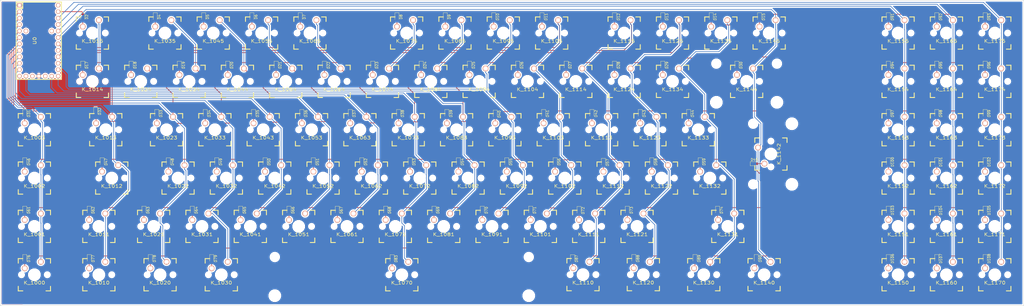
<source format=kicad_pcb>
(kicad_pcb (version 20171130) (host pcbnew "(5.0.0-rc2-dev-172-g17c0917da)")

  (general
    (thickness 1.6)
    (drawings 7)
    (tracks 834)
    (zones 0)
    (modules 195)
    (nets 128)
  )

  (page A3)
  (layers
    (0 F.Cu signal)
    (31 B.Cu signal)
    (32 B.Adhes user)
    (33 F.Adhes user)
    (34 B.Paste user)
    (35 F.Paste user)
    (36 B.SilkS user)
    (37 F.SilkS user)
    (38 B.Mask user)
    (39 F.Mask user)
    (40 Dwgs.User user)
    (41 Cmts.User user)
    (42 Eco1.User user)
    (43 Eco2.User user)
    (44 Edge.Cuts user)
    (45 Margin user)
    (46 B.CrtYd user)
    (47 F.CrtYd user)
    (48 B.Fab user)
    (49 F.Fab user)
  )

  (setup
    (last_trace_width 0.25)
    (trace_clearance 0.5)
    (zone_clearance 0.508)
    (zone_45_only no)
    (trace_min 0.25)
    (segment_width 0.2)
    (edge_width 0.15)
    (via_size 0.8)
    (via_drill 0.4)
    (via_min_size 0.4)
    (via_min_drill 0.3)
    (uvia_size 0.3)
    (uvia_drill 0.1)
    (uvias_allowed no)
    (uvia_min_size 0.2)
    (uvia_min_drill 0.1)
    (pcb_text_width 0.3)
    (pcb_text_size 1.5 1.5)
    (mod_edge_width 0.15)
    (mod_text_size 1 1)
    (mod_text_width 0.15)
    (pad_size 1.524 1.524)
    (pad_drill 0.762)
    (pad_to_mask_clearance 0.2)
    (aux_axis_origin 0 0)
    (visible_elements FFFFFF7F)
    (pcbplotparams
      (layerselection 0x010fc_ffffffff)
      (usegerberextensions false)
      (usegerberattributes false)
      (usegerberadvancedattributes false)
      (creategerberjobfile false)
      (excludeedgelayer true)
      (linewidth 0.100000)
      (plotframeref false)
      (viasonmask false)
      (mode 1)
      (useauxorigin false)
      (hpglpennumber 1)
      (hpglpenspeed 20)
      (hpglpendiameter 15)
      (psnegative false)
      (psa4output false)
      (plotreference true)
      (plotvalue true)
      (plotinvisibletext false)
      (padsonsilk false)
      (subtractmaskfromsilk false)
      (outputformat 1)
      (mirror false)
      (drillshape 1)
      (scaleselection 1)
      (outputdirectory gerbers/))
  )

  (net 0 "")
  (net 1 /row0)
  (net 2 /row1)
  (net 3 /row2)
  (net 4 /row3)
  (net 5 /col1)
  (net 6 /col4)
  (net 7 /col5)
  (net 8 /col6)
  (net 9 /col7)
  (net 10 /col2)
  (net 11 /col3)
  (net 12 /col9)
  (net 13 "Net-(U0-Pad16)")
  (net 14 /col8)
  (net 15 /col10)
  (net 16 /col11)
  (net 17 /row4)
  (net 18 /row5)
  (net 19 /col0)
  (net 20 /col17)
  (net 21 /col16)
  (net 22 /col15)
  (net 23 /col14)
  (net 24 /col13)
  (net 25 "Net-(U0-Pad29)")
  (net 26 "Net-(U0-Pad30)")
  (net 27 /col12)
  (net 28 "Net-(D104-Pad2)")
  (net 29 "Net-(D31-Pad2)")
  (net 30 "Net-(D61-Pad2)")
  (net 31 "Net-(D92-Pad2)")
  (net 32 "Net-(D108-Pad2)")
  (net 33 "Net-(D96-Pad2)")
  (net 34 "Net-(D91-Pad2)")
  (net 35 "Net-(D99-Pad2)")
  (net 36 "Net-(D106-Pad2)")
  (net 37 "Net-(D94-Pad2)")
  (net 38 "Net-(D95-Pad2)")
  (net 39 "Net-(D90-Pad2)")
  (net 40 "Net-(D74-Pad2)")
  (net 41 "Net-(D88-Pad2)")
  (net 42 "Net-(D87-Pad2)")
  (net 43 "Net-(D83-Pad2)")
  (net 44 "Net-(D79-Pad2)")
  (net 45 "Net-(D78-Pad2)")
  (net 46 "Net-(D77-Pad2)")
  (net 47 "Net-(D18-Pad2)")
  (net 48 "Net-(D59-Pad2)")
  (net 49 "Net-(D73-Pad2)")
  (net 50 "Net-(D72-Pad2)")
  (net 51 "Net-(D71-Pad2)")
  (net 52 "Net-(D70-Pad2)")
  (net 53 "Net-(D69-Pad2)")
  (net 54 "Net-(D68-Pad2)")
  (net 55 "Net-(D67-Pad2)")
  (net 56 "Net-(D66-Pad2)")
  (net 57 "Net-(D65-Pad2)")
  (net 58 "Net-(D64-Pad2)")
  (net 59 "Net-(D63-Pad2)")
  (net 60 "Net-(D62-Pad2)")
  (net 61 "Net-(D45-Pad2)")
  (net 62 "Net-(D58-Pad2)")
  (net 63 "Net-(D57-Pad2)")
  (net 64 "Net-(D56-Pad2)")
  (net 65 "Net-(D55-Pad2)")
  (net 66 "Net-(D54-Pad2)")
  (net 67 "Net-(D53-Pad2)")
  (net 68 "Net-(D52-Pad2)")
  (net 69 "Net-(D51-Pad2)")
  (net 70 "Net-(D50-Pad2)")
  (net 71 "Net-(D49-Pad2)")
  (net 72 "Net-(D48-Pad2)")
  (net 73 "Net-(D47-Pad2)")
  (net 74 "Net-(D30-Pad2)")
  (net 75 "Net-(D101-Pad2)")
  (net 76 "Net-(D43-Pad2)")
  (net 77 "Net-(D42-Pad2)")
  (net 78 "Net-(D41-Pad2)")
  (net 79 "Net-(D40-Pad2)")
  (net 80 "Net-(D39-Pad2)")
  (net 81 "Net-(D38-Pad2)")
  (net 82 "Net-(D37-Pad2)")
  (net 83 "Net-(D36-Pad2)")
  (net 84 "Net-(D35-Pad2)")
  (net 85 "Net-(D34-Pad2)")
  (net 86 "Net-(D33-Pad2)")
  (net 87 "Net-(D32-Pad2)")
  (net 88 "Net-(D15-Pad2)")
  (net 89 "Net-(D29-Pad2)")
  (net 90 "Net-(D28-Pad2)")
  (net 91 "Net-(D27-Pad2)")
  (net 92 "Net-(D26-Pad2)")
  (net 93 "Net-(D25-Pad2)")
  (net 94 "Net-(D24-Pad2)")
  (net 95 "Net-(D23-Pad2)")
  (net 96 "Net-(D22-Pad2)")
  (net 97 "Net-(D21-Pad2)")
  (net 98 "Net-(D20-Pad2)")
  (net 99 "Net-(D19-Pad2)")
  (net 100 "Net-(D44-Pad2)")
  (net 101 "Net-(D89-Pad2)")
  (net 102 "Net-(D100-Pad2)")
  (net 103 "Net-(D14-Pad2)")
  (net 104 "Net-(D13-Pad2)")
  (net 105 "Net-(D12-Pad2)")
  (net 106 "Net-(D11-Pad2)")
  (net 107 "Net-(D10-Pad2)")
  (net 108 "Net-(D9-Pad2)")
  (net 109 "Net-(D8-Pad2)")
  (net 110 "Net-(D7-Pad2)")
  (net 111 "Net-(D6-Pad2)")
  (net 112 "Net-(D5-Pad2)")
  (net 113 "Net-(D4-Pad2)")
  (net 114 "Net-(D17-Pad2)")
  (net 115 "Net-(D2-Pad2)")
  (net 116 "Net-(D102-Pad2)")
  (net 117 "Net-(D103-Pad2)")
  (net 118 "Net-(D105-Pad2)")
  (net 119 "Net-(D93-Pad2)")
  (net 120 "Net-(D46-Pad2)")
  (net 121 "Net-(D97-Pad2)")
  (net 122 "Net-(D107-Pad2)")
  (net 123 "Net-(D98-Pad2)")
  (net 124 "Net-(D76-Pad2)")
  (net 125 GND)
  (net 126 VCC)
  (net 127 "Net-(U0-Pad31)")

  (net_class Default "This is the default net class."
    (clearance 0.5)
    (trace_width 0.25)
    (via_dia 0.8)
    (via_drill 0.4)
    (uvia_dia 0.3)
    (uvia_drill 0.1)
    (add_net /col0)
    (add_net /col1)
    (add_net /col10)
    (add_net /col11)
    (add_net /col12)
    (add_net /col13)
    (add_net /col14)
    (add_net /col15)
    (add_net /col16)
    (add_net /col17)
    (add_net /col2)
    (add_net /col3)
    (add_net /col4)
    (add_net /col5)
    (add_net /col6)
    (add_net /col7)
    (add_net /col8)
    (add_net /col9)
    (add_net /row0)
    (add_net /row1)
    (add_net /row2)
    (add_net /row3)
    (add_net /row4)
    (add_net /row5)
    (add_net GND)
    (add_net "Net-(D10-Pad2)")
    (add_net "Net-(D100-Pad2)")
    (add_net "Net-(D101-Pad2)")
    (add_net "Net-(D102-Pad2)")
    (add_net "Net-(D103-Pad2)")
    (add_net "Net-(D104-Pad2)")
    (add_net "Net-(D105-Pad2)")
    (add_net "Net-(D106-Pad2)")
    (add_net "Net-(D107-Pad2)")
    (add_net "Net-(D108-Pad2)")
    (add_net "Net-(D11-Pad2)")
    (add_net "Net-(D12-Pad2)")
    (add_net "Net-(D13-Pad2)")
    (add_net "Net-(D14-Pad2)")
    (add_net "Net-(D15-Pad2)")
    (add_net "Net-(D17-Pad2)")
    (add_net "Net-(D18-Pad2)")
    (add_net "Net-(D19-Pad2)")
    (add_net "Net-(D2-Pad2)")
    (add_net "Net-(D20-Pad2)")
    (add_net "Net-(D21-Pad2)")
    (add_net "Net-(D22-Pad2)")
    (add_net "Net-(D23-Pad2)")
    (add_net "Net-(D24-Pad2)")
    (add_net "Net-(D25-Pad2)")
    (add_net "Net-(D26-Pad2)")
    (add_net "Net-(D27-Pad2)")
    (add_net "Net-(D28-Pad2)")
    (add_net "Net-(D29-Pad2)")
    (add_net "Net-(D30-Pad2)")
    (add_net "Net-(D31-Pad2)")
    (add_net "Net-(D32-Pad2)")
    (add_net "Net-(D33-Pad2)")
    (add_net "Net-(D34-Pad2)")
    (add_net "Net-(D35-Pad2)")
    (add_net "Net-(D36-Pad2)")
    (add_net "Net-(D37-Pad2)")
    (add_net "Net-(D38-Pad2)")
    (add_net "Net-(D39-Pad2)")
    (add_net "Net-(D4-Pad2)")
    (add_net "Net-(D40-Pad2)")
    (add_net "Net-(D41-Pad2)")
    (add_net "Net-(D42-Pad2)")
    (add_net "Net-(D43-Pad2)")
    (add_net "Net-(D44-Pad2)")
    (add_net "Net-(D45-Pad2)")
    (add_net "Net-(D46-Pad2)")
    (add_net "Net-(D47-Pad2)")
    (add_net "Net-(D48-Pad2)")
    (add_net "Net-(D49-Pad2)")
    (add_net "Net-(D5-Pad2)")
    (add_net "Net-(D50-Pad2)")
    (add_net "Net-(D51-Pad2)")
    (add_net "Net-(D52-Pad2)")
    (add_net "Net-(D53-Pad2)")
    (add_net "Net-(D54-Pad2)")
    (add_net "Net-(D55-Pad2)")
    (add_net "Net-(D56-Pad2)")
    (add_net "Net-(D57-Pad2)")
    (add_net "Net-(D58-Pad2)")
    (add_net "Net-(D59-Pad2)")
    (add_net "Net-(D6-Pad2)")
    (add_net "Net-(D61-Pad2)")
    (add_net "Net-(D62-Pad2)")
    (add_net "Net-(D63-Pad2)")
    (add_net "Net-(D64-Pad2)")
    (add_net "Net-(D65-Pad2)")
    (add_net "Net-(D66-Pad2)")
    (add_net "Net-(D67-Pad2)")
    (add_net "Net-(D68-Pad2)")
    (add_net "Net-(D69-Pad2)")
    (add_net "Net-(D7-Pad2)")
    (add_net "Net-(D70-Pad2)")
    (add_net "Net-(D71-Pad2)")
    (add_net "Net-(D72-Pad2)")
    (add_net "Net-(D73-Pad2)")
    (add_net "Net-(D74-Pad2)")
    (add_net "Net-(D76-Pad2)")
    (add_net "Net-(D77-Pad2)")
    (add_net "Net-(D78-Pad2)")
    (add_net "Net-(D79-Pad2)")
    (add_net "Net-(D8-Pad2)")
    (add_net "Net-(D83-Pad2)")
    (add_net "Net-(D87-Pad2)")
    (add_net "Net-(D88-Pad2)")
    (add_net "Net-(D89-Pad2)")
    (add_net "Net-(D9-Pad2)")
    (add_net "Net-(D90-Pad2)")
    (add_net "Net-(D91-Pad2)")
    (add_net "Net-(D92-Pad2)")
    (add_net "Net-(D93-Pad2)")
    (add_net "Net-(D94-Pad2)")
    (add_net "Net-(D95-Pad2)")
    (add_net "Net-(D96-Pad2)")
    (add_net "Net-(D97-Pad2)")
    (add_net "Net-(D98-Pad2)")
    (add_net "Net-(D99-Pad2)")
    (add_net "Net-(U0-Pad16)")
    (add_net "Net-(U0-Pad29)")
    (add_net "Net-(U0-Pad30)")
    (add_net "Net-(U0-Pad31)")
    (add_net VCC)
  )

  (module Keyboard:CHERRY_PCB_100H (layer F.Cu) (tedit 549A0505) (tstamp 5AA795EA)
    (at 48.62 31.13)
    (path /5AA5DAC7)
    (fp_text reference K_1015 (at 0 3.175) (layer F.SilkS)
      (effects (font (size 1.27 1.524) (thickness 0.2032)))
    )
    (fp_text value KEYSW (at 0 5.08) (layer F.SilkS) hide
      (effects (font (size 1.27 1.524) (thickness 0.2032)))
    )
    (fp_line (start -6.985 6.985) (end -6.985 -6.985) (layer Eco2.User) (width 0.1524))
    (fp_line (start 6.985 6.985) (end -6.985 6.985) (layer Eco2.User) (width 0.1524))
    (fp_line (start 6.985 -6.985) (end 6.985 6.985) (layer Eco2.User) (width 0.1524))
    (fp_line (start -6.985 -6.985) (end 6.985 -6.985) (layer Eco2.User) (width 0.1524))
    (fp_line (start -6.35 -4.572) (end -6.35 -6.35) (layer F.SilkS) (width 0.381))
    (fp_line (start -6.35 6.35) (end -6.35 4.572) (layer F.SilkS) (width 0.381))
    (fp_line (start -4.572 6.35) (end -6.35 6.35) (layer F.SilkS) (width 0.381))
    (fp_line (start 6.35 6.35) (end 4.572 6.35) (layer F.SilkS) (width 0.381))
    (fp_line (start 6.35 4.572) (end 6.35 6.35) (layer F.SilkS) (width 0.381))
    (fp_line (start 6.35 -6.35) (end 6.35 -4.572) (layer F.SilkS) (width 0.381))
    (fp_line (start 4.572 -6.35) (end 6.35 -6.35) (layer F.SilkS) (width 0.381))
    (fp_line (start -6.35 -6.35) (end -4.572 -6.35) (layer F.SilkS) (width 0.381))
    (fp_line (start -9.398 9.398) (end -9.398 -9.398) (layer Dwgs.User) (width 0.1524))
    (fp_line (start 9.398 9.398) (end -9.398 9.398) (layer Dwgs.User) (width 0.1524))
    (fp_line (start 9.398 -9.398) (end 9.398 9.398) (layer Dwgs.User) (width 0.1524))
    (fp_line (start -9.398 -9.398) (end 9.398 -9.398) (layer Dwgs.User) (width 0.1524))
    (fp_line (start -6.35 6.35) (end -6.35 -6.35) (layer Cmts.User) (width 0.1524))
    (fp_line (start 6.35 6.35) (end -6.35 6.35) (layer Cmts.User) (width 0.1524))
    (fp_line (start 6.35 -6.35) (end 6.35 6.35) (layer Cmts.User) (width 0.1524))
    (fp_line (start -6.35 -6.35) (end 6.35 -6.35) (layer Cmts.User) (width 0.1524))
    (fp_text user 1.00u (at -5.715 8.255) (layer Dwgs.User)
      (effects (font (size 1.524 1.524) (thickness 0.3048)))
    )
    (pad HOLE np_thru_hole circle (at 5.08 0) (size 1.7018 1.7018) (drill 1.7018) (layers *.Cu))
    (pad HOLE np_thru_hole circle (at -5.08 0) (size 1.7018 1.7018) (drill 1.7018) (layers *.Cu))
    (pad HOLE np_thru_hole circle (at 0 0) (size 3.9878 3.9878) (drill 3.9878) (layers *.Cu))
    (pad 2 thru_hole circle (at -3.81 -2.54) (size 2.286 2.286) (drill 1.4986) (layers *.Cu *.SilkS *.Mask)
      (net 115 "Net-(D2-Pad2)"))
    (pad 1 thru_hole circle (at 2.54 -5.08) (size 2.286 2.286) (drill 1.4986) (layers *.Cu *.SilkS *.Mask)
      (net 5 /col1))
  )

  (module Keyboard:CHERRY_PCB_100H (layer F.Cu) (tedit 549A0505) (tstamp 5AA792A2)
    (at 154.03 69.23)
    (path /5AA9CEDC)
    (fp_text reference K_1063 (at 0 3.175) (layer F.SilkS)
      (effects (font (size 1.27 1.524) (thickness 0.2032)))
    )
    (fp_text value KEYSW (at 0 5.08) (layer F.SilkS) hide
      (effects (font (size 1.27 1.524) (thickness 0.2032)))
    )
    (fp_line (start -6.985 6.985) (end -6.985 -6.985) (layer Eco2.User) (width 0.1524))
    (fp_line (start 6.985 6.985) (end -6.985 6.985) (layer Eco2.User) (width 0.1524))
    (fp_line (start 6.985 -6.985) (end 6.985 6.985) (layer Eco2.User) (width 0.1524))
    (fp_line (start -6.985 -6.985) (end 6.985 -6.985) (layer Eco2.User) (width 0.1524))
    (fp_line (start -6.35 -4.572) (end -6.35 -6.35) (layer F.SilkS) (width 0.381))
    (fp_line (start -6.35 6.35) (end -6.35 4.572) (layer F.SilkS) (width 0.381))
    (fp_line (start -4.572 6.35) (end -6.35 6.35) (layer F.SilkS) (width 0.381))
    (fp_line (start 6.35 6.35) (end 4.572 6.35) (layer F.SilkS) (width 0.381))
    (fp_line (start 6.35 4.572) (end 6.35 6.35) (layer F.SilkS) (width 0.381))
    (fp_line (start 6.35 -6.35) (end 6.35 -4.572) (layer F.SilkS) (width 0.381))
    (fp_line (start 4.572 -6.35) (end 6.35 -6.35) (layer F.SilkS) (width 0.381))
    (fp_line (start -6.35 -6.35) (end -4.572 -6.35) (layer F.SilkS) (width 0.381))
    (fp_line (start -9.398 9.398) (end -9.398 -9.398) (layer Dwgs.User) (width 0.1524))
    (fp_line (start 9.398 9.398) (end -9.398 9.398) (layer Dwgs.User) (width 0.1524))
    (fp_line (start 9.398 -9.398) (end 9.398 9.398) (layer Dwgs.User) (width 0.1524))
    (fp_line (start -9.398 -9.398) (end 9.398 -9.398) (layer Dwgs.User) (width 0.1524))
    (fp_line (start -6.35 6.35) (end -6.35 -6.35) (layer Cmts.User) (width 0.1524))
    (fp_line (start 6.35 6.35) (end -6.35 6.35) (layer Cmts.User) (width 0.1524))
    (fp_line (start 6.35 -6.35) (end 6.35 6.35) (layer Cmts.User) (width 0.1524))
    (fp_line (start -6.35 -6.35) (end 6.35 -6.35) (layer Cmts.User) (width 0.1524))
    (fp_text user 1.00u (at -5.715 8.255) (layer Dwgs.User)
      (effects (font (size 1.524 1.524) (thickness 0.3048)))
    )
    (pad HOLE np_thru_hole circle (at 5.08 0) (size 1.7018 1.7018) (drill 1.7018) (layers *.Cu))
    (pad HOLE np_thru_hole circle (at -5.08 0) (size 1.7018 1.7018) (drill 1.7018) (layers *.Cu))
    (pad HOLE np_thru_hole circle (at 0 0) (size 3.9878 3.9878) (drill 3.9878) (layers *.Cu))
    (pad 2 thru_hole circle (at -3.81 -2.54) (size 2.286 2.286) (drill 1.4986) (layers *.Cu *.SilkS *.Mask)
      (net 82 "Net-(D37-Pad2)"))
    (pad 1 thru_hole circle (at 2.54 -5.08) (size 2.286 2.286) (drill 1.4986) (layers *.Cu *.SilkS *.Mask)
      (net 8 /col6))
  )

  (module Keyboard:CHERRY_PCB_100H (layer F.Cu) (tedit 549A0505) (tstamp 5AA791B2)
    (at 172.445 31.13)
    (path /5AA9CF2A)
    (fp_text reference K_1075 (at 0 3.175) (layer F.SilkS)
      (effects (font (size 1.27 1.524) (thickness 0.2032)))
    )
    (fp_text value KEYSW (at 0 5.08) (layer F.SilkS) hide
      (effects (font (size 1.27 1.524) (thickness 0.2032)))
    )
    (fp_line (start -6.985 6.985) (end -6.985 -6.985) (layer Eco2.User) (width 0.1524))
    (fp_line (start 6.985 6.985) (end -6.985 6.985) (layer Eco2.User) (width 0.1524))
    (fp_line (start 6.985 -6.985) (end 6.985 6.985) (layer Eco2.User) (width 0.1524))
    (fp_line (start -6.985 -6.985) (end 6.985 -6.985) (layer Eco2.User) (width 0.1524))
    (fp_line (start -6.35 -4.572) (end -6.35 -6.35) (layer F.SilkS) (width 0.381))
    (fp_line (start -6.35 6.35) (end -6.35 4.572) (layer F.SilkS) (width 0.381))
    (fp_line (start -4.572 6.35) (end -6.35 6.35) (layer F.SilkS) (width 0.381))
    (fp_line (start 6.35 6.35) (end 4.572 6.35) (layer F.SilkS) (width 0.381))
    (fp_line (start 6.35 4.572) (end 6.35 6.35) (layer F.SilkS) (width 0.381))
    (fp_line (start 6.35 -6.35) (end 6.35 -4.572) (layer F.SilkS) (width 0.381))
    (fp_line (start 4.572 -6.35) (end 6.35 -6.35) (layer F.SilkS) (width 0.381))
    (fp_line (start -6.35 -6.35) (end -4.572 -6.35) (layer F.SilkS) (width 0.381))
    (fp_line (start -9.398 9.398) (end -9.398 -9.398) (layer Dwgs.User) (width 0.1524))
    (fp_line (start 9.398 9.398) (end -9.398 9.398) (layer Dwgs.User) (width 0.1524))
    (fp_line (start 9.398 -9.398) (end 9.398 9.398) (layer Dwgs.User) (width 0.1524))
    (fp_line (start -9.398 -9.398) (end 9.398 -9.398) (layer Dwgs.User) (width 0.1524))
    (fp_line (start -6.35 6.35) (end -6.35 -6.35) (layer Cmts.User) (width 0.1524))
    (fp_line (start 6.35 6.35) (end -6.35 6.35) (layer Cmts.User) (width 0.1524))
    (fp_line (start 6.35 -6.35) (end 6.35 6.35) (layer Cmts.User) (width 0.1524))
    (fp_line (start -6.35 -6.35) (end 6.35 -6.35) (layer Cmts.User) (width 0.1524))
    (fp_text user 1.00u (at -5.715 8.255) (layer Dwgs.User)
      (effects (font (size 1.524 1.524) (thickness 0.3048)))
    )
    (pad HOLE np_thru_hole circle (at 5.08 0) (size 1.7018 1.7018) (drill 1.7018) (layers *.Cu))
    (pad HOLE np_thru_hole circle (at -5.08 0) (size 1.7018 1.7018) (drill 1.7018) (layers *.Cu))
    (pad HOLE np_thru_hole circle (at 0 0) (size 3.9878 3.9878) (drill 3.9878) (layers *.Cu))
    (pad 2 thru_hole circle (at -3.81 -2.54) (size 2.286 2.286) (drill 1.4986) (layers *.Cu *.SilkS *.Mask)
      (net 109 "Net-(D8-Pad2)"))
    (pad 1 thru_hole circle (at 2.54 -5.08) (size 2.286 2.286) (drill 1.4986) (layers *.Cu *.SilkS *.Mask)
      (net 9 /col7))
  )

  (module Keyboard:CHERRY_PCB_200V (layer F.Cu) (tedit 4FDE2A7B) (tstamp 5AAC7651)
    (at 316 78.81)
    (path /5ABB81DD)
    (fp_text reference K_1142 (at 3.175 0 90) (layer F.SilkS)
      (effects (font (size 1.27 1.524) (thickness 0.2032)))
    )
    (fp_text value KEYSW (at 0 5.08 90) (layer F.SilkS) hide
      (effects (font (size 1.27 1.524) (thickness 0.2032)))
    )
    (fp_text user 2.00u (at -5.715 17.78) (layer Dwgs.User)
      (effects (font (size 1.524 1.524) (thickness 0.3048)))
    )
    (fp_line (start -6.35 6.35) (end -6.35 -6.35) (layer Cmts.User) (width 0.1524))
    (fp_line (start -6.35 -6.35) (end 6.35 -6.35) (layer Cmts.User) (width 0.1524))
    (fp_line (start 6.35 -6.35) (end 6.35 6.35) (layer Cmts.User) (width 0.1524))
    (fp_line (start 6.35 6.35) (end -6.35 6.35) (layer Cmts.User) (width 0.1524))
    (fp_line (start -9.398 18.923) (end -9.398 -18.923) (layer Dwgs.User) (width 0.1524))
    (fp_line (start -9.398 -18.923) (end 9.398 -18.923) (layer Dwgs.User) (width 0.1524))
    (fp_line (start 9.398 -18.923) (end 9.398 18.923) (layer Dwgs.User) (width 0.1524))
    (fp_line (start 9.398 18.923) (end -9.398 18.923) (layer Dwgs.User) (width 0.1524))
    (fp_line (start -6.35 -6.35) (end -4.572 -6.35) (layer F.SilkS) (width 0.381))
    (fp_line (start 4.572 -6.35) (end 6.35 -6.35) (layer F.SilkS) (width 0.381))
    (fp_line (start 6.35 -6.35) (end 6.35 -4.572) (layer F.SilkS) (width 0.381))
    (fp_line (start 6.35 4.572) (end 6.35 6.35) (layer F.SilkS) (width 0.381))
    (fp_line (start 6.35 6.35) (end 4.572 6.35) (layer F.SilkS) (width 0.381))
    (fp_line (start -4.572 6.35) (end -6.35 6.35) (layer F.SilkS) (width 0.381))
    (fp_line (start -6.35 6.35) (end -6.35 4.572) (layer F.SilkS) (width 0.381))
    (fp_line (start -6.35 -4.572) (end -6.35 -6.35) (layer F.SilkS) (width 0.381))
    (fp_line (start -6.985 6.985) (end -6.985 -6.985) (layer Eco2.User) (width 0.1524))
    (fp_line (start -6.985 -6.985) (end -4.8768 -6.985) (layer Eco2.User) (width 0.1524))
    (fp_line (start -4.8768 -6.985) (end -4.8768 -8.6106) (layer Eco2.User) (width 0.1524))
    (fp_line (start -4.8768 -8.6106) (end -5.6896 -8.6106) (layer Eco2.User) (width 0.1524))
    (fp_line (start -5.6896 -8.6106) (end -5.6896 -15.2654) (layer Eco2.User) (width 0.1524))
    (fp_line (start -5.6896 -15.2654) (end -2.286 -15.2654) (layer Eco2.User) (width 0.1524))
    (fp_line (start -2.286 -15.2654) (end -2.286 -16.129) (layer Eco2.User) (width 0.1524))
    (fp_line (start -2.286 -16.129) (end 0.508 -16.129) (layer Eco2.User) (width 0.1524))
    (fp_line (start 0.508 -16.129) (end 0.508 -15.2654) (layer Eco2.User) (width 0.1524))
    (fp_line (start 0.508 -15.2654) (end 6.604 -15.2654) (layer Eco2.User) (width 0.1524))
    (fp_line (start 6.604 -15.2654) (end 6.604 -14.224) (layer Eco2.User) (width 0.1524))
    (fp_line (start 6.604 -14.224) (end 7.7724 -14.224) (layer Eco2.User) (width 0.1524))
    (fp_line (start 7.7724 -14.224) (end 7.7724 -9.652) (layer Eco2.User) (width 0.1524))
    (fp_line (start 7.7724 -9.652) (end 6.604 -9.652) (layer Eco2.User) (width 0.1524))
    (fp_line (start 6.604 -9.652) (end 6.604 -8.6106) (layer Eco2.User) (width 0.1524))
    (fp_line (start 6.604 -8.6106) (end 5.8166 -8.6106) (layer Eco2.User) (width 0.1524))
    (fp_line (start 5.8166 -8.6106) (end 5.8166 -6.985) (layer Eco2.User) (width 0.1524))
    (fp_line (start 5.8166 -6.985) (end 6.985 -6.985) (layer Eco2.User) (width 0.1524))
    (fp_line (start 6.985 -6.985) (end 6.985 6.985) (layer Eco2.User) (width 0.1524))
    (fp_line (start 6.985 6.985) (end 5.8166 6.985) (layer Eco2.User) (width 0.1524))
    (fp_line (start 5.8166 6.985) (end 5.8166 8.6106) (layer Eco2.User) (width 0.1524))
    (fp_line (start 5.8166 8.6106) (end 6.604 8.6106) (layer Eco2.User) (width 0.1524))
    (fp_line (start 6.604 8.6106) (end 6.604 9.652) (layer Eco2.User) (width 0.1524))
    (fp_line (start 6.604 9.652) (end 7.7724 9.652) (layer Eco2.User) (width 0.1524))
    (fp_line (start 7.7724 9.652) (end 7.7724 14.224) (layer Eco2.User) (width 0.1524))
    (fp_line (start 7.7724 14.224) (end 6.604 14.224) (layer Eco2.User) (width 0.1524))
    (fp_line (start 6.604 14.224) (end 6.604 15.2654) (layer Eco2.User) (width 0.1524))
    (fp_line (start 6.604 15.2654) (end 0.508 15.2654) (layer Eco2.User) (width 0.1524))
    (fp_line (start 0.508 15.2654) (end 0.508 16.129) (layer Eco2.User) (width 0.1524))
    (fp_line (start 0.508 16.129) (end -2.286 16.129) (layer Eco2.User) (width 0.1524))
    (fp_line (start -2.286 16.129) (end -2.286 15.2654) (layer Eco2.User) (width 0.1524))
    (fp_line (start -2.286 15.2654) (end -5.6896 15.2654) (layer Eco2.User) (width 0.1524))
    (fp_line (start -5.6896 15.2654) (end -5.6896 8.6106) (layer Eco2.User) (width 0.1524))
    (fp_line (start -5.6896 8.6106) (end -4.8768 8.6106) (layer Eco2.User) (width 0.1524))
    (fp_line (start -4.8768 8.6106) (end -4.8768 6.985) (layer Eco2.User) (width 0.1524))
    (fp_line (start -4.8768 6.985) (end -6.985 6.985) (layer Eco2.User) (width 0.1524))
    (fp_line (start -7.62 -15.367) (end -7.62 -8.509) (layer Cmts.User) (width 0.1524))
    (fp_line (start -7.62 -8.509) (end 7.62 -8.509) (layer Cmts.User) (width 0.1524))
    (fp_line (start 7.62 -8.509) (end 7.62 8.509) (layer Cmts.User) (width 0.1524))
    (fp_line (start 7.62 8.509) (end -7.62 8.509) (layer Cmts.User) (width 0.1524))
    (fp_line (start -7.62 8.509) (end -7.62 15.367) (layer Cmts.User) (width 0.1524))
    (fp_line (start -7.62 15.367) (end 10.16 15.367) (layer Cmts.User) (width 0.1524))
    (fp_line (start 10.16 15.367) (end 10.16 -15.367) (layer Cmts.User) (width 0.1524))
    (fp_line (start 10.16 -15.367) (end -7.62 -15.367) (layer Cmts.User) (width 0.1524))
    (pad 1 thru_hole circle (at -5.08 -2.54 90) (size 2.286 2.286) (drill 1.4986) (layers *.Cu *.SilkS *.Mask)
      (net 23 /col14))
    (pad 2 thru_hole circle (at -2.54 3.81 90) (size 2.286 2.286) (drill 1.4986) (layers *.Cu *.SilkS *.Mask)
      (net 61 "Net-(D45-Pad2)"))
    (pad HOLE np_thru_hole circle (at 0 0 90) (size 3.9878 3.9878) (drill 3.9878) (layers *.Cu))
    (pad HOLE np_thru_hole circle (at 0 5.08 90) (size 1.7018 1.7018) (drill 1.7018) (layers *.Cu))
    (pad HOLE np_thru_hole circle (at 0 -5.08 90) (size 1.7018 1.7018) (drill 1.7018) (layers *.Cu))
    (pad HOLE np_thru_hole circle (at -6.985 11.938 90) (size 3.048 3.048) (drill 3.048) (layers *.Cu))
    (pad HOLE np_thru_hole circle (at -6.985 -11.938 90) (size 3.048 3.048) (drill 3.048) (layers *.Cu))
    (pad HOLE np_thru_hole circle (at 8.255 11.938 90) (size 3.9878 3.9878) (drill 3.9878) (layers *.Cu))
    (pad HOLE np_thru_hole circle (at 8.255 -11.938 90) (size 3.9878 3.9878) (drill 3.9878) (layers *.Cu))
  )

  (module Keyboard:CHERRY_PCB_125H (layer F.Cu) (tedit 549A051E) (tstamp 5AA97376)
    (at 241.95 126.34)
    (path /5AA9D144)
    (fp_text reference K_1110 (at 0 3.175) (layer F.SilkS)
      (effects (font (size 1.27 1.524) (thickness 0.2032)))
    )
    (fp_text value KEYSW (at 0 5.08) (layer F.SilkS) hide
      (effects (font (size 1.27 1.524) (thickness 0.2032)))
    )
    (fp_line (start -6.985 6.985) (end -6.985 -6.985) (layer Eco2.User) (width 0.1524))
    (fp_line (start 6.985 6.985) (end -6.985 6.985) (layer Eco2.User) (width 0.1524))
    (fp_line (start 6.985 -6.985) (end 6.985 6.985) (layer Eco2.User) (width 0.1524))
    (fp_line (start -6.985 -6.985) (end 6.985 -6.985) (layer Eco2.User) (width 0.1524))
    (fp_line (start -6.35 -4.572) (end -6.35 -6.35) (layer F.SilkS) (width 0.381))
    (fp_line (start -6.35 6.35) (end -6.35 4.572) (layer F.SilkS) (width 0.381))
    (fp_line (start -4.572 6.35) (end -6.35 6.35) (layer F.SilkS) (width 0.381))
    (fp_line (start 6.35 6.35) (end 4.572 6.35) (layer F.SilkS) (width 0.381))
    (fp_line (start 6.35 4.572) (end 6.35 6.35) (layer F.SilkS) (width 0.381))
    (fp_line (start 6.35 -6.35) (end 6.35 -4.572) (layer F.SilkS) (width 0.381))
    (fp_line (start 4.572 -6.35) (end 6.35 -6.35) (layer F.SilkS) (width 0.381))
    (fp_line (start -6.35 -6.35) (end -4.572 -6.35) (layer F.SilkS) (width 0.381))
    (fp_line (start -11.78052 9.398) (end -11.78052 -9.398) (layer Dwgs.User) (width 0.1524))
    (fp_line (start 11.78052 9.398) (end -11.78052 9.398) (layer Dwgs.User) (width 0.1524))
    (fp_line (start 11.78052 -9.398) (end 11.78052 9.398) (layer Dwgs.User) (width 0.1524))
    (fp_line (start -11.78052 -9.398) (end 11.78052 -9.398) (layer Dwgs.User) (width 0.1524))
    (fp_line (start -6.35 6.35) (end -6.35 -6.35) (layer Cmts.User) (width 0.1524))
    (fp_line (start 6.35 6.35) (end -6.35 6.35) (layer Cmts.User) (width 0.1524))
    (fp_line (start 6.35 -6.35) (end 6.35 6.35) (layer Cmts.User) (width 0.1524))
    (fp_line (start -6.35 -6.35) (end 6.35 -6.35) (layer Cmts.User) (width 0.1524))
    (fp_text user 1.25u (at -8.09752 8.255) (layer Dwgs.User)
      (effects (font (size 1.524 1.524) (thickness 0.3048)))
    )
    (pad HOLE np_thru_hole circle (at 5.08 0) (size 1.7018 1.7018) (drill 1.7018) (layers *.Cu))
    (pad HOLE np_thru_hole circle (at -5.08 0) (size 1.7018 1.7018) (drill 1.7018) (layers *.Cu))
    (pad HOLE np_thru_hole circle (at 0 0) (size 3.9878 3.9878) (drill 3.9878) (layers *.Cu))
    (pad 2 thru_hole circle (at -3.81 -2.54) (size 2.286 2.286) (drill 1.4986) (layers *.Cu *.SilkS *.Mask)
      (net 42 "Net-(D87-Pad2)"))
    (pad 1 thru_hole circle (at 2.54 -5.08) (size 2.286 2.286) (drill 1.4986) (layers *.Cu *.SilkS *.Mask)
      (net 16 /col11))
  )

  (module Keyboard:CHERRY_PCB_200H (layer F.Cu) (tedit 4FDE2A7B) (tstamp 5AAB662C)
    (at 306.43 50.18)
    (path /5ABB81CD)
    (fp_text reference K_1144 (at 0 3.175) (layer F.SilkS)
      (effects (font (size 1.27 1.524) (thickness 0.2032)))
    )
    (fp_text value KEYSW (at 0 5.08) (layer F.SilkS) hide
      (effects (font (size 1.27 1.524) (thickness 0.2032)))
    )
    (fp_text user 2.00u (at -15.24 8.255) (layer Dwgs.User)
      (effects (font (size 1.524 1.524) (thickness 0.3048)))
    )
    (fp_line (start -6.35 -6.35) (end 6.35 -6.35) (layer Cmts.User) (width 0.1524))
    (fp_line (start 6.35 -6.35) (end 6.35 6.35) (layer Cmts.User) (width 0.1524))
    (fp_line (start 6.35 6.35) (end -6.35 6.35) (layer Cmts.User) (width 0.1524))
    (fp_line (start -6.35 6.35) (end -6.35 -6.35) (layer Cmts.User) (width 0.1524))
    (fp_line (start -18.923 -9.398) (end 18.923 -9.398) (layer Dwgs.User) (width 0.1524))
    (fp_line (start 18.923 -9.398) (end 18.923 9.398) (layer Dwgs.User) (width 0.1524))
    (fp_line (start 18.923 9.398) (end -18.923 9.398) (layer Dwgs.User) (width 0.1524))
    (fp_line (start -18.923 9.398) (end -18.923 -9.398) (layer Dwgs.User) (width 0.1524))
    (fp_line (start -6.35 -6.35) (end -4.572 -6.35) (layer F.SilkS) (width 0.381))
    (fp_line (start 4.572 -6.35) (end 6.35 -6.35) (layer F.SilkS) (width 0.381))
    (fp_line (start 6.35 -6.35) (end 6.35 -4.572) (layer F.SilkS) (width 0.381))
    (fp_line (start 6.35 4.572) (end 6.35 6.35) (layer F.SilkS) (width 0.381))
    (fp_line (start 6.35 6.35) (end 4.572 6.35) (layer F.SilkS) (width 0.381))
    (fp_line (start -4.572 6.35) (end -6.35 6.35) (layer F.SilkS) (width 0.381))
    (fp_line (start -6.35 6.35) (end -6.35 4.572) (layer F.SilkS) (width 0.381))
    (fp_line (start -6.35 -4.572) (end -6.35 -6.35) (layer F.SilkS) (width 0.381))
    (fp_line (start -6.985 -6.985) (end 6.985 -6.985) (layer Eco2.User) (width 0.1524))
    (fp_line (start 6.985 -6.985) (end 6.985 -4.8768) (layer Eco2.User) (width 0.1524))
    (fp_line (start 6.985 -4.8768) (end 8.6106 -4.8768) (layer Eco2.User) (width 0.1524))
    (fp_line (start 8.6106 -4.8768) (end 8.6106 -5.6896) (layer Eco2.User) (width 0.1524))
    (fp_line (start 8.6106 -5.6896) (end 15.2654 -5.6896) (layer Eco2.User) (width 0.1524))
    (fp_line (start 15.2654 -5.6896) (end 15.2654 -2.286) (layer Eco2.User) (width 0.1524))
    (fp_line (start 15.2654 -2.286) (end 16.129 -2.286) (layer Eco2.User) (width 0.1524))
    (fp_line (start 16.129 -2.286) (end 16.129 0.508) (layer Eco2.User) (width 0.1524))
    (fp_line (start 16.129 0.508) (end 15.2654 0.508) (layer Eco2.User) (width 0.1524))
    (fp_line (start 15.2654 0.508) (end 15.2654 6.604) (layer Eco2.User) (width 0.1524))
    (fp_line (start 15.2654 6.604) (end 14.224 6.604) (layer Eco2.User) (width 0.1524))
    (fp_line (start 14.224 6.604) (end 14.224 7.7724) (layer Eco2.User) (width 0.1524))
    (fp_line (start 14.224 7.7724) (end 9.652 7.7724) (layer Eco2.User) (width 0.1524))
    (fp_line (start 9.652 7.7724) (end 9.652 6.604) (layer Eco2.User) (width 0.1524))
    (fp_line (start 9.652 6.604) (end 8.6106 6.604) (layer Eco2.User) (width 0.1524))
    (fp_line (start 8.6106 6.604) (end 8.6106 5.8166) (layer Eco2.User) (width 0.1524))
    (fp_line (start 8.6106 5.8166) (end 6.985 5.8166) (layer Eco2.User) (width 0.1524))
    (fp_line (start 6.985 5.8166) (end 6.985 6.985) (layer Eco2.User) (width 0.1524))
    (fp_line (start 6.985 6.985) (end -6.985 6.985) (layer Eco2.User) (width 0.1524))
    (fp_line (start -6.985 6.985) (end -6.985 5.8166) (layer Eco2.User) (width 0.1524))
    (fp_line (start -6.985 5.8166) (end -8.6106 5.8166) (layer Eco2.User) (width 0.1524))
    (fp_line (start -8.6106 5.8166) (end -8.6106 6.604) (layer Eco2.User) (width 0.1524))
    (fp_line (start -8.6106 6.604) (end -9.652 6.604) (layer Eco2.User) (width 0.1524))
    (fp_line (start -9.652 6.604) (end -9.652 7.7724) (layer Eco2.User) (width 0.1524))
    (fp_line (start -9.652 7.7724) (end -14.224 7.7724) (layer Eco2.User) (width 0.1524))
    (fp_line (start -14.224 7.7724) (end -14.224 6.604) (layer Eco2.User) (width 0.1524))
    (fp_line (start -14.224 6.604) (end -15.2654 6.604) (layer Eco2.User) (width 0.1524))
    (fp_line (start -15.2654 6.604) (end -15.2654 0.508) (layer Eco2.User) (width 0.1524))
    (fp_line (start -15.2654 0.508) (end -16.129 0.508) (layer Eco2.User) (width 0.1524))
    (fp_line (start -16.129 0.508) (end -16.129 -2.286) (layer Eco2.User) (width 0.1524))
    (fp_line (start -16.129 -2.286) (end -15.2654 -2.286) (layer Eco2.User) (width 0.1524))
    (fp_line (start -15.2654 -2.286) (end -15.2654 -5.6896) (layer Eco2.User) (width 0.1524))
    (fp_line (start -15.2654 -5.6896) (end -8.6106 -5.6896) (layer Eco2.User) (width 0.1524))
    (fp_line (start -8.6106 -5.6896) (end -8.6106 -4.8768) (layer Eco2.User) (width 0.1524))
    (fp_line (start -8.6106 -4.8768) (end -6.985 -4.8768) (layer Eco2.User) (width 0.1524))
    (fp_line (start -6.985 -4.8768) (end -6.985 -6.985) (layer Eco2.User) (width 0.1524))
    (fp_line (start 15.367 -7.62) (end 8.509 -7.62) (layer Cmts.User) (width 0.1524))
    (fp_line (start 8.509 -7.62) (end 8.509 7.62) (layer Cmts.User) (width 0.1524))
    (fp_line (start 8.509 7.62) (end -8.509 7.62) (layer Cmts.User) (width 0.1524))
    (fp_line (start -8.509 7.62) (end -8.509 -7.62) (layer Cmts.User) (width 0.1524))
    (fp_line (start -8.509 -7.62) (end -15.367 -7.62) (layer Cmts.User) (width 0.1524))
    (fp_line (start -15.367 -7.62) (end -15.367 10.16) (layer Cmts.User) (width 0.1524))
    (fp_line (start -15.367 10.16) (end 15.367 10.16) (layer Cmts.User) (width 0.1524))
    (fp_line (start 15.367 10.16) (end 15.367 -7.62) (layer Cmts.User) (width 0.1524))
    (pad 1 thru_hole circle (at 2.54 -5.08) (size 2.286 2.286) (drill 1.4986) (layers *.Cu *.SilkS *.Mask)
      (net 23 /col14))
    (pad 2 thru_hole circle (at -3.81 -2.54) (size 2.286 2.286) (drill 1.4986) (layers *.Cu *.SilkS *.Mask)
      (net 74 "Net-(D30-Pad2)"))
    (pad HOLE np_thru_hole circle (at 0 0) (size 3.9878 3.9878) (drill 3.9878) (layers *.Cu))
    (pad HOLE np_thru_hole circle (at -5.08 0) (size 1.7018 1.7018) (drill 1.7018) (layers *.Cu))
    (pad HOLE np_thru_hole circle (at 5.08 0) (size 1.7018 1.7018) (drill 1.7018) (layers *.Cu))
    (pad HOLE np_thru_hole circle (at -11.938 -6.985) (size 3.048 3.048) (drill 3.048) (layers *.Cu))
    (pad HOLE np_thru_hole circle (at 11.938 -6.985) (size 3.048 3.048) (drill 3.048) (layers *.Cu))
    (pad HOLE np_thru_hole circle (at -11.938 8.255) (size 3.9878 3.9878) (drill 3.9878) (layers *.Cu))
    (pad HOLE np_thru_hole circle (at 11.938 8.255) (size 3.9878 3.9878) (drill 3.9878) (layers *.Cu))
  )

  (module Keyboard:CHERRY_PCB_150H (layer F.Cu) (tedit 4FDE2C8B) (tstamp 5AABE749)
    (at 53.88 69.22)
    (path /5AA5DAEB)
    (fp_text reference K_1013 (at 0 3.175) (layer F.SilkS)
      (effects (font (size 1.27 1.524) (thickness 0.2032)))
    )
    (fp_text value KEYSW (at 0 5.08) (layer F.SilkS) hide
      (effects (font (size 1.27 1.524) (thickness 0.2032)))
    )
    (fp_text user 1.50u (at -10.4775 8.255) (layer Dwgs.User)
      (effects (font (size 1.524 1.524) (thickness 0.3048)))
    )
    (fp_line (start -6.35 -6.35) (end 6.35 -6.35) (layer Cmts.User) (width 0.1524))
    (fp_line (start 6.35 -6.35) (end 6.35 6.35) (layer Cmts.User) (width 0.1524))
    (fp_line (start 6.35 6.35) (end -6.35 6.35) (layer Cmts.User) (width 0.1524))
    (fp_line (start -6.35 6.35) (end -6.35 -6.35) (layer Cmts.User) (width 0.1524))
    (fp_line (start -14.1605 -9.398) (end 14.1605 -9.398) (layer Dwgs.User) (width 0.1524))
    (fp_line (start 14.1605 -9.398) (end 14.1605 9.398) (layer Dwgs.User) (width 0.1524))
    (fp_line (start 14.1605 9.398) (end -14.1605 9.398) (layer Dwgs.User) (width 0.1524))
    (fp_line (start -14.1605 9.398) (end -14.1605 -9.398) (layer Dwgs.User) (width 0.1524))
    (fp_line (start -6.35 -6.35) (end -4.572 -6.35) (layer F.SilkS) (width 0.381))
    (fp_line (start 4.572 -6.35) (end 6.35 -6.35) (layer F.SilkS) (width 0.381))
    (fp_line (start 6.35 -6.35) (end 6.35 -4.572) (layer F.SilkS) (width 0.381))
    (fp_line (start 6.35 4.572) (end 6.35 6.35) (layer F.SilkS) (width 0.381))
    (fp_line (start 6.35 6.35) (end 4.572 6.35) (layer F.SilkS) (width 0.381))
    (fp_line (start -4.572 6.35) (end -6.35 6.35) (layer F.SilkS) (width 0.381))
    (fp_line (start -6.35 6.35) (end -6.35 4.572) (layer F.SilkS) (width 0.381))
    (fp_line (start -6.35 -4.572) (end -6.35 -6.35) (layer F.SilkS) (width 0.381))
    (fp_line (start -6.985 -6.985) (end 6.985 -6.985) (layer Eco2.User) (width 0.1524))
    (fp_line (start 6.985 -6.985) (end 6.985 6.985) (layer Eco2.User) (width 0.1524))
    (fp_line (start 6.985 6.985) (end -6.985 6.985) (layer Eco2.User) (width 0.1524))
    (fp_line (start -6.985 6.985) (end -6.985 -6.985) (layer Eco2.User) (width 0.1524))
    (pad 1 thru_hole circle (at 2.54 -5.08) (size 2.286 2.286) (drill 1.4986) (layers *.Cu *.SilkS *.Mask)
      (net 5 /col1))
    (pad 2 thru_hole circle (at -3.81 -2.54) (size 2.286 2.286) (drill 1.4986) (layers *.Cu *.SilkS *.Mask)
      (net 87 "Net-(D32-Pad2)"))
    (pad HOLE np_thru_hole circle (at 0 0) (size 3.9878 3.9878) (drill 3.9878) (layers *.Cu))
    (pad HOLE np_thru_hole circle (at -5.08 0) (size 1.7018 1.7018) (drill 1.7018) (layers *.Cu))
    (pad HOLE np_thru_hole circle (at 5.08 0) (size 1.7018 1.7018) (drill 1.7018) (layers *.Cu))
  )

  (module Keyboard:CHERRY_PLATE_175H (layer F.Cu) (tedit 549A132B) (tstamp 5AAA3477)
    (at 56.24 88.28)
    (path /5AA5DAFC)
    (fp_text reference K_1012 (at 0 3.175) (layer F.SilkS)
      (effects (font (size 1.27 1.524) (thickness 0.2032)))
    )
    (fp_text value KEYSW (at 0 5.08) (layer F.SilkS) hide
      (effects (font (size 1.27 1.524) (thickness 0.2032)))
    )
    (fp_text user 1.75u (at -12.86002 8.255) (layer Dwgs.User)
      (effects (font (size 1.524 1.524) (thickness 0.3048)))
    )
    (fp_line (start -6.35 -6.35) (end 6.35 -6.35) (layer Cmts.User) (width 0.1524))
    (fp_line (start 6.35 -6.35) (end 6.35 6.35) (layer Cmts.User) (width 0.1524))
    (fp_line (start 6.35 6.35) (end -6.35 6.35) (layer Cmts.User) (width 0.1524))
    (fp_line (start -6.35 6.35) (end -6.35 -6.35) (layer Cmts.User) (width 0.1524))
    (fp_line (start -16.54302 -9.398) (end 16.54302 -9.398) (layer Dwgs.User) (width 0.1524))
    (fp_line (start 16.54302 -9.398) (end 16.54302 9.398) (layer Dwgs.User) (width 0.1524))
    (fp_line (start 16.54302 9.398) (end -16.54302 9.398) (layer Dwgs.User) (width 0.1524))
    (fp_line (start -16.54302 9.398) (end -16.54302 -9.398) (layer Dwgs.User) (width 0.1524))
    (fp_line (start -6.35 -6.35) (end -4.572 -6.35) (layer F.SilkS) (width 0.381))
    (fp_line (start 4.572 -6.35) (end 6.35 -6.35) (layer F.SilkS) (width 0.381))
    (fp_line (start 6.35 -6.35) (end 6.35 -4.572) (layer F.SilkS) (width 0.381))
    (fp_line (start 6.35 4.572) (end 6.35 6.35) (layer F.SilkS) (width 0.381))
    (fp_line (start 6.35 6.35) (end 4.572 6.35) (layer F.SilkS) (width 0.381))
    (fp_line (start -4.572 6.35) (end -6.35 6.35) (layer F.SilkS) (width 0.381))
    (fp_line (start -6.35 6.35) (end -6.35 4.572) (layer F.SilkS) (width 0.381))
    (fp_line (start -6.35 -4.572) (end -6.35 -6.35) (layer F.SilkS) (width 0.381))
    (pad 1 thru_hole circle (at 2.54 -5.08) (size 2.286 2.286) (drill 1.4986) (layers *.Cu *.SilkS *.Mask)
      (net 5 /col1))
    (pad 2 thru_hole circle (at -3.81 -2.54) (size 2.286 2.286) (drill 1.4986) (layers *.Cu *.SilkS *.Mask)
      (net 73 "Net-(D47-Pad2)"))
    (pad HOLE np_thru_hole circle (at 0 0) (size 3.9878 3.9878) (drill 3.9878) (layers *.Cu))
    (pad HOLE np_thru_hole circle (at -5.08 0) (size 1.7018 1.7018) (drill 1.7018) (layers *.Cu))
    (pad HOLE np_thru_hole circle (at 5.08 0) (size 1.7018 1.7018) (drill 1.7018) (layers *.Cu))
  )

  (module Keyboard:CHERRY_PLATE_275H (layer F.Cu) (tedit 549A138A) (tstamp 5AA9D5C1)
    (at 299.01 107.32)
    (path /5ABB8191)
    (fp_text reference K_1131 (at 0 3.175) (layer F.SilkS)
      (effects (font (size 1.27 1.524) (thickness 0.2032)))
    )
    (fp_text value KEYSW (at 0 5.08) (layer F.SilkS) hide
      (effects (font (size 1.27 1.524) (thickness 0.2032)))
    )
    (fp_text user 2.75u (at -22.38502 8.255) (layer Dwgs.User)
      (effects (font (size 1.524 1.524) (thickness 0.3048)))
    )
    (fp_line (start -6.35 -6.35) (end 6.35 -6.35) (layer Cmts.User) (width 0.1524))
    (fp_line (start 6.35 -6.35) (end 6.35 6.35) (layer Cmts.User) (width 0.1524))
    (fp_line (start 6.35 6.35) (end -6.35 6.35) (layer Cmts.User) (width 0.1524))
    (fp_line (start -6.35 6.35) (end -6.35 -6.35) (layer Cmts.User) (width 0.1524))
    (fp_line (start -26.06802 -9.398) (end 26.06802 -9.398) (layer Dwgs.User) (width 0.1524))
    (fp_line (start 26.06802 -9.398) (end 26.06802 9.398) (layer Dwgs.User) (width 0.1524))
    (fp_line (start 26.06802 9.398) (end -26.06802 9.398) (layer Dwgs.User) (width 0.1524))
    (fp_line (start -26.06802 9.398) (end -26.06802 -9.398) (layer Dwgs.User) (width 0.1524))
    (fp_line (start -6.35 -6.35) (end -4.572 -6.35) (layer F.SilkS) (width 0.381))
    (fp_line (start 4.572 -6.35) (end 6.35 -6.35) (layer F.SilkS) (width 0.381))
    (fp_line (start 6.35 -6.35) (end 6.35 -4.572) (layer F.SilkS) (width 0.381))
    (fp_line (start 6.35 4.572) (end 6.35 6.35) (layer F.SilkS) (width 0.381))
    (fp_line (start 6.35 6.35) (end 4.572 6.35) (layer F.SilkS) (width 0.381))
    (fp_line (start -4.572 6.35) (end -6.35 6.35) (layer F.SilkS) (width 0.381))
    (fp_line (start -6.35 6.35) (end -6.35 4.572) (layer F.SilkS) (width 0.381))
    (fp_line (start -6.35 -4.572) (end -6.35 -6.35) (layer F.SilkS) (width 0.381))
    (pad 1 thru_hole circle (at 2.54 -5.08) (size 2.286 2.286) (drill 1.4986) (layers *.Cu *.SilkS *.Mask)
      (net 24 /col13))
    (pad 2 thru_hole circle (at -3.81 -2.54) (size 2.286 2.286) (drill 1.4986) (layers *.Cu *.SilkS *.Mask)
      (net 40 "Net-(D74-Pad2)"))
    (pad HOLE np_thru_hole circle (at 0 0) (size 3.9878 3.9878) (drill 3.9878) (layers *.Cu))
    (pad HOLE np_thru_hole circle (at -5.08 0) (size 1.7018 1.7018) (drill 1.7018) (layers *.Cu))
    (pad HOLE np_thru_hole circle (at 5.08 0) (size 1.7018 1.7018) (drill 1.7018) (layers *.Cu))
  )

  (module Keyboard:CHERRY_PCB_125H (layer F.Cu) (tedit 549A051E) (tstamp 5AA97407)
    (at 51.16 107.33)
    (path /5AA5DB0D)
    (fp_text reference K_1011 (at 0 3.175) (layer F.SilkS)
      (effects (font (size 1.27 1.524) (thickness 0.2032)))
    )
    (fp_text value KEYSW (at 0 5.08) (layer F.SilkS) hide
      (effects (font (size 1.27 1.524) (thickness 0.2032)))
    )
    (fp_text user 1.25u (at -8.09752 8.255) (layer Dwgs.User)
      (effects (font (size 1.524 1.524) (thickness 0.3048)))
    )
    (fp_line (start -6.35 -6.35) (end 6.35 -6.35) (layer Cmts.User) (width 0.1524))
    (fp_line (start 6.35 -6.35) (end 6.35 6.35) (layer Cmts.User) (width 0.1524))
    (fp_line (start 6.35 6.35) (end -6.35 6.35) (layer Cmts.User) (width 0.1524))
    (fp_line (start -6.35 6.35) (end -6.35 -6.35) (layer Cmts.User) (width 0.1524))
    (fp_line (start -11.78052 -9.398) (end 11.78052 -9.398) (layer Dwgs.User) (width 0.1524))
    (fp_line (start 11.78052 -9.398) (end 11.78052 9.398) (layer Dwgs.User) (width 0.1524))
    (fp_line (start 11.78052 9.398) (end -11.78052 9.398) (layer Dwgs.User) (width 0.1524))
    (fp_line (start -11.78052 9.398) (end -11.78052 -9.398) (layer Dwgs.User) (width 0.1524))
    (fp_line (start -6.35 -6.35) (end -4.572 -6.35) (layer F.SilkS) (width 0.381))
    (fp_line (start 4.572 -6.35) (end 6.35 -6.35) (layer F.SilkS) (width 0.381))
    (fp_line (start 6.35 -6.35) (end 6.35 -4.572) (layer F.SilkS) (width 0.381))
    (fp_line (start 6.35 4.572) (end 6.35 6.35) (layer F.SilkS) (width 0.381))
    (fp_line (start 6.35 6.35) (end 4.572 6.35) (layer F.SilkS) (width 0.381))
    (fp_line (start -4.572 6.35) (end -6.35 6.35) (layer F.SilkS) (width 0.381))
    (fp_line (start -6.35 6.35) (end -6.35 4.572) (layer F.SilkS) (width 0.381))
    (fp_line (start -6.35 -4.572) (end -6.35 -6.35) (layer F.SilkS) (width 0.381))
    (fp_line (start -6.985 -6.985) (end 6.985 -6.985) (layer Eco2.User) (width 0.1524))
    (fp_line (start 6.985 -6.985) (end 6.985 6.985) (layer Eco2.User) (width 0.1524))
    (fp_line (start 6.985 6.985) (end -6.985 6.985) (layer Eco2.User) (width 0.1524))
    (fp_line (start -6.985 6.985) (end -6.985 -6.985) (layer Eco2.User) (width 0.1524))
    (pad 1 thru_hole circle (at 2.54 -5.08) (size 2.286 2.286) (drill 1.4986) (layers *.Cu *.SilkS *.Mask)
      (net 5 /col1))
    (pad 2 thru_hole circle (at -3.81 -2.54) (size 2.286 2.286) (drill 1.4986) (layers *.Cu *.SilkS *.Mask)
      (net 60 "Net-(D62-Pad2)"))
    (pad HOLE np_thru_hole circle (at 0 0) (size 3.9878 3.9878) (drill 3.9878) (layers *.Cu))
    (pad HOLE np_thru_hole circle (at -5.08 0) (size 1.7018 1.7018) (drill 1.7018) (layers *.Cu))
    (pad HOLE np_thru_hole circle (at 5.08 0) (size 1.7018 1.7018) (drill 1.7018) (layers *.Cu))
  )

  (module Keyboard:CHERRY_PCB_125H (layer F.Cu) (tedit 549A051E) (tstamp 5AA9731F)
    (at 265.73 126.34)
    (path /5ABB8135)
    (fp_text reference K_1120 (at 0 3.175) (layer F.SilkS)
      (effects (font (size 1.27 1.524) (thickness 0.2032)))
    )
    (fp_text value KEYSW (at 0 5.08) (layer F.SilkS) hide
      (effects (font (size 1.27 1.524) (thickness 0.2032)))
    )
    (fp_text user 1.25u (at -8.09752 8.255) (layer Dwgs.User)
      (effects (font (size 1.524 1.524) (thickness 0.3048)))
    )
    (fp_line (start -6.35 -6.35) (end 6.35 -6.35) (layer Cmts.User) (width 0.1524))
    (fp_line (start 6.35 -6.35) (end 6.35 6.35) (layer Cmts.User) (width 0.1524))
    (fp_line (start 6.35 6.35) (end -6.35 6.35) (layer Cmts.User) (width 0.1524))
    (fp_line (start -6.35 6.35) (end -6.35 -6.35) (layer Cmts.User) (width 0.1524))
    (fp_line (start -11.78052 -9.398) (end 11.78052 -9.398) (layer Dwgs.User) (width 0.1524))
    (fp_line (start 11.78052 -9.398) (end 11.78052 9.398) (layer Dwgs.User) (width 0.1524))
    (fp_line (start 11.78052 9.398) (end -11.78052 9.398) (layer Dwgs.User) (width 0.1524))
    (fp_line (start -11.78052 9.398) (end -11.78052 -9.398) (layer Dwgs.User) (width 0.1524))
    (fp_line (start -6.35 -6.35) (end -4.572 -6.35) (layer F.SilkS) (width 0.381))
    (fp_line (start 4.572 -6.35) (end 6.35 -6.35) (layer F.SilkS) (width 0.381))
    (fp_line (start 6.35 -6.35) (end 6.35 -4.572) (layer F.SilkS) (width 0.381))
    (fp_line (start 6.35 4.572) (end 6.35 6.35) (layer F.SilkS) (width 0.381))
    (fp_line (start 6.35 6.35) (end 4.572 6.35) (layer F.SilkS) (width 0.381))
    (fp_line (start -4.572 6.35) (end -6.35 6.35) (layer F.SilkS) (width 0.381))
    (fp_line (start -6.35 6.35) (end -6.35 4.572) (layer F.SilkS) (width 0.381))
    (fp_line (start -6.35 -4.572) (end -6.35 -6.35) (layer F.SilkS) (width 0.381))
    (fp_line (start -6.985 -6.985) (end 6.985 -6.985) (layer Eco2.User) (width 0.1524))
    (fp_line (start 6.985 -6.985) (end 6.985 6.985) (layer Eco2.User) (width 0.1524))
    (fp_line (start 6.985 6.985) (end -6.985 6.985) (layer Eco2.User) (width 0.1524))
    (fp_line (start -6.985 6.985) (end -6.985 -6.985) (layer Eco2.User) (width 0.1524))
    (pad 1 thru_hole circle (at 2.54 -5.08) (size 2.286 2.286) (drill 1.4986) (layers *.Cu *.SilkS *.Mask)
      (net 27 /col12))
    (pad 2 thru_hole circle (at -3.81 -2.54) (size 2.286 2.286) (drill 1.4986) (layers *.Cu *.SilkS *.Mask)
      (net 41 "Net-(D88-Pad2)"))
    (pad HOLE np_thru_hole circle (at 0 0) (size 3.9878 3.9878) (drill 3.9878) (layers *.Cu))
    (pad HOLE np_thru_hole circle (at -5.08 0) (size 1.7018 1.7018) (drill 1.7018) (layers *.Cu))
    (pad HOLE np_thru_hole circle (at 5.08 0) (size 1.7018 1.7018) (drill 1.7018) (layers *.Cu))
  )

  (module Keyboard:CHERRY_PCB_125H (layer F.Cu) (tedit 549A051E) (tstamp 5AA97302)
    (at 313.31 126.37)
    (path /5ABB820D)
    (fp_text reference K_1140 (at 0 3.175) (layer F.SilkS)
      (effects (font (size 1.27 1.524) (thickness 0.2032)))
    )
    (fp_text value KEYSW (at 0 5.08) (layer F.SilkS) hide
      (effects (font (size 1.27 1.524) (thickness 0.2032)))
    )
    (fp_line (start -6.985 6.985) (end -6.985 -6.985) (layer Eco2.User) (width 0.1524))
    (fp_line (start 6.985 6.985) (end -6.985 6.985) (layer Eco2.User) (width 0.1524))
    (fp_line (start 6.985 -6.985) (end 6.985 6.985) (layer Eco2.User) (width 0.1524))
    (fp_line (start -6.985 -6.985) (end 6.985 -6.985) (layer Eco2.User) (width 0.1524))
    (fp_line (start -6.35 -4.572) (end -6.35 -6.35) (layer F.SilkS) (width 0.381))
    (fp_line (start -6.35 6.35) (end -6.35 4.572) (layer F.SilkS) (width 0.381))
    (fp_line (start -4.572 6.35) (end -6.35 6.35) (layer F.SilkS) (width 0.381))
    (fp_line (start 6.35 6.35) (end 4.572 6.35) (layer F.SilkS) (width 0.381))
    (fp_line (start 6.35 4.572) (end 6.35 6.35) (layer F.SilkS) (width 0.381))
    (fp_line (start 6.35 -6.35) (end 6.35 -4.572) (layer F.SilkS) (width 0.381))
    (fp_line (start 4.572 -6.35) (end 6.35 -6.35) (layer F.SilkS) (width 0.381))
    (fp_line (start -6.35 -6.35) (end -4.572 -6.35) (layer F.SilkS) (width 0.381))
    (fp_line (start -11.78052 9.398) (end -11.78052 -9.398) (layer Dwgs.User) (width 0.1524))
    (fp_line (start 11.78052 9.398) (end -11.78052 9.398) (layer Dwgs.User) (width 0.1524))
    (fp_line (start 11.78052 -9.398) (end 11.78052 9.398) (layer Dwgs.User) (width 0.1524))
    (fp_line (start -11.78052 -9.398) (end 11.78052 -9.398) (layer Dwgs.User) (width 0.1524))
    (fp_line (start -6.35 6.35) (end -6.35 -6.35) (layer Cmts.User) (width 0.1524))
    (fp_line (start 6.35 6.35) (end -6.35 6.35) (layer Cmts.User) (width 0.1524))
    (fp_line (start 6.35 -6.35) (end 6.35 6.35) (layer Cmts.User) (width 0.1524))
    (fp_line (start -6.35 -6.35) (end 6.35 -6.35) (layer Cmts.User) (width 0.1524))
    (fp_text user 1.25u (at -8.09752 8.255) (layer Dwgs.User)
      (effects (font (size 1.524 1.524) (thickness 0.3048)))
    )
    (pad HOLE np_thru_hole circle (at 5.08 0) (size 1.7018 1.7018) (drill 1.7018) (layers *.Cu))
    (pad HOLE np_thru_hole circle (at -5.08 0) (size 1.7018 1.7018) (drill 1.7018) (layers *.Cu))
    (pad HOLE np_thru_hole circle (at 0 0) (size 3.9878 3.9878) (drill 3.9878) (layers *.Cu))
    (pad 2 thru_hole circle (at -3.81 -2.54) (size 2.286 2.286) (drill 1.4986) (layers *.Cu *.SilkS *.Mask)
      (net 39 "Net-(D90-Pad2)"))
    (pad 1 thru_hole circle (at 2.54 -5.08) (size 2.286 2.286) (drill 1.4986) (layers *.Cu *.SilkS *.Mask)
      (net 23 /col14))
  )

  (module Keyboard:CHERRY_PCB_125H (layer F.Cu) (tedit 549A051E) (tstamp 5AA972E5)
    (at 289.53 126.36)
    (path /5ABB81A1)
    (fp_text reference K_1130 (at 0 3.175) (layer F.SilkS)
      (effects (font (size 1.27 1.524) (thickness 0.2032)))
    )
    (fp_text value KEYSW (at 0 5.08) (layer F.SilkS) hide
      (effects (font (size 1.27 1.524) (thickness 0.2032)))
    )
    (fp_text user 1.25u (at -8.09752 8.255) (layer Dwgs.User)
      (effects (font (size 1.524 1.524) (thickness 0.3048)))
    )
    (fp_line (start -6.35 -6.35) (end 6.35 -6.35) (layer Cmts.User) (width 0.1524))
    (fp_line (start 6.35 -6.35) (end 6.35 6.35) (layer Cmts.User) (width 0.1524))
    (fp_line (start 6.35 6.35) (end -6.35 6.35) (layer Cmts.User) (width 0.1524))
    (fp_line (start -6.35 6.35) (end -6.35 -6.35) (layer Cmts.User) (width 0.1524))
    (fp_line (start -11.78052 -9.398) (end 11.78052 -9.398) (layer Dwgs.User) (width 0.1524))
    (fp_line (start 11.78052 -9.398) (end 11.78052 9.398) (layer Dwgs.User) (width 0.1524))
    (fp_line (start 11.78052 9.398) (end -11.78052 9.398) (layer Dwgs.User) (width 0.1524))
    (fp_line (start -11.78052 9.398) (end -11.78052 -9.398) (layer Dwgs.User) (width 0.1524))
    (fp_line (start -6.35 -6.35) (end -4.572 -6.35) (layer F.SilkS) (width 0.381))
    (fp_line (start 4.572 -6.35) (end 6.35 -6.35) (layer F.SilkS) (width 0.381))
    (fp_line (start 6.35 -6.35) (end 6.35 -4.572) (layer F.SilkS) (width 0.381))
    (fp_line (start 6.35 4.572) (end 6.35 6.35) (layer F.SilkS) (width 0.381))
    (fp_line (start 6.35 6.35) (end 4.572 6.35) (layer F.SilkS) (width 0.381))
    (fp_line (start -4.572 6.35) (end -6.35 6.35) (layer F.SilkS) (width 0.381))
    (fp_line (start -6.35 6.35) (end -6.35 4.572) (layer F.SilkS) (width 0.381))
    (fp_line (start -6.35 -4.572) (end -6.35 -6.35) (layer F.SilkS) (width 0.381))
    (fp_line (start -6.985 -6.985) (end 6.985 -6.985) (layer Eco2.User) (width 0.1524))
    (fp_line (start 6.985 -6.985) (end 6.985 6.985) (layer Eco2.User) (width 0.1524))
    (fp_line (start 6.985 6.985) (end -6.985 6.985) (layer Eco2.User) (width 0.1524))
    (fp_line (start -6.985 6.985) (end -6.985 -6.985) (layer Eco2.User) (width 0.1524))
    (pad 1 thru_hole circle (at 2.54 -5.08) (size 2.286 2.286) (drill 1.4986) (layers *.Cu *.SilkS *.Mask)
      (net 24 /col13))
    (pad 2 thru_hole circle (at -3.81 -2.54) (size 2.286 2.286) (drill 1.4986) (layers *.Cu *.SilkS *.Mask)
      (net 101 "Net-(D89-Pad2)"))
    (pad HOLE np_thru_hole circle (at 0 0) (size 3.9878 3.9878) (drill 3.9878) (layers *.Cu))
    (pad HOLE np_thru_hole circle (at -5.08 0) (size 1.7018 1.7018) (drill 1.7018) (layers *.Cu))
    (pad HOLE np_thru_hole circle (at 5.08 0) (size 1.7018 1.7018) (drill 1.7018) (layers *.Cu))
  )

  (module Keyboard:CHERRY_PCB_125H (layer F.Cu) (tedit 549A051E) (tstamp 5AA9091A)
    (at 75.29 126.38)
    (path /5AA5E7D2)
    (fp_text reference K_1020 (at 0 3.175) (layer F.SilkS)
      (effects (font (size 1.27 1.524) (thickness 0.2032)))
    )
    (fp_text value KEYSW (at 0 5.08) (layer F.SilkS) hide
      (effects (font (size 1.27 1.524) (thickness 0.2032)))
    )
    (fp_text user 1.25u (at -8.09752 8.255) (layer Dwgs.User)
      (effects (font (size 1.524 1.524) (thickness 0.3048)))
    )
    (fp_line (start -6.35 -6.35) (end 6.35 -6.35) (layer Cmts.User) (width 0.1524))
    (fp_line (start 6.35 -6.35) (end 6.35 6.35) (layer Cmts.User) (width 0.1524))
    (fp_line (start 6.35 6.35) (end -6.35 6.35) (layer Cmts.User) (width 0.1524))
    (fp_line (start -6.35 6.35) (end -6.35 -6.35) (layer Cmts.User) (width 0.1524))
    (fp_line (start -11.78052 -9.398) (end 11.78052 -9.398) (layer Dwgs.User) (width 0.1524))
    (fp_line (start 11.78052 -9.398) (end 11.78052 9.398) (layer Dwgs.User) (width 0.1524))
    (fp_line (start 11.78052 9.398) (end -11.78052 9.398) (layer Dwgs.User) (width 0.1524))
    (fp_line (start -11.78052 9.398) (end -11.78052 -9.398) (layer Dwgs.User) (width 0.1524))
    (fp_line (start -6.35 -6.35) (end -4.572 -6.35) (layer F.SilkS) (width 0.381))
    (fp_line (start 4.572 -6.35) (end 6.35 -6.35) (layer F.SilkS) (width 0.381))
    (fp_line (start 6.35 -6.35) (end 6.35 -4.572) (layer F.SilkS) (width 0.381))
    (fp_line (start 6.35 4.572) (end 6.35 6.35) (layer F.SilkS) (width 0.381))
    (fp_line (start 6.35 6.35) (end 4.572 6.35) (layer F.SilkS) (width 0.381))
    (fp_line (start -4.572 6.35) (end -6.35 6.35) (layer F.SilkS) (width 0.381))
    (fp_line (start -6.35 6.35) (end -6.35 4.572) (layer F.SilkS) (width 0.381))
    (fp_line (start -6.35 -4.572) (end -6.35 -6.35) (layer F.SilkS) (width 0.381))
    (fp_line (start -6.985 -6.985) (end 6.985 -6.985) (layer Eco2.User) (width 0.1524))
    (fp_line (start 6.985 -6.985) (end 6.985 6.985) (layer Eco2.User) (width 0.1524))
    (fp_line (start 6.985 6.985) (end -6.985 6.985) (layer Eco2.User) (width 0.1524))
    (fp_line (start -6.985 6.985) (end -6.985 -6.985) (layer Eco2.User) (width 0.1524))
    (pad 1 thru_hole circle (at 2.54 -5.08) (size 2.286 2.286) (drill 1.4986) (layers *.Cu *.SilkS *.Mask)
      (net 10 /col2))
    (pad 2 thru_hole circle (at -3.81 -2.54) (size 2.286 2.286) (drill 1.4986) (layers *.Cu *.SilkS *.Mask)
      (net 45 "Net-(D78-Pad2)"))
    (pad HOLE np_thru_hole circle (at 0 0) (size 3.9878 3.9878) (drill 3.9878) (layers *.Cu))
    (pad HOLE np_thru_hole circle (at -5.08 0) (size 1.7018 1.7018) (drill 1.7018) (layers *.Cu))
    (pad HOLE np_thru_hole circle (at 5.08 0) (size 1.7018 1.7018) (drill 1.7018) (layers *.Cu))
  )

  (module Keyboard:CHERRY_PCB_125H (layer F.Cu) (tedit 549A051E) (tstamp 5AA908FD)
    (at 99.42 126.38)
    (path /5AA72DFA)
    (fp_text reference K_1030 (at 0 3.175) (layer F.SilkS)
      (effects (font (size 1.27 1.524) (thickness 0.2032)))
    )
    (fp_text value KEYSW (at 0 5.08) (layer F.SilkS) hide
      (effects (font (size 1.27 1.524) (thickness 0.2032)))
    )
    (fp_line (start -6.985 6.985) (end -6.985 -6.985) (layer Eco2.User) (width 0.1524))
    (fp_line (start 6.985 6.985) (end -6.985 6.985) (layer Eco2.User) (width 0.1524))
    (fp_line (start 6.985 -6.985) (end 6.985 6.985) (layer Eco2.User) (width 0.1524))
    (fp_line (start -6.985 -6.985) (end 6.985 -6.985) (layer Eco2.User) (width 0.1524))
    (fp_line (start -6.35 -4.572) (end -6.35 -6.35) (layer F.SilkS) (width 0.381))
    (fp_line (start -6.35 6.35) (end -6.35 4.572) (layer F.SilkS) (width 0.381))
    (fp_line (start -4.572 6.35) (end -6.35 6.35) (layer F.SilkS) (width 0.381))
    (fp_line (start 6.35 6.35) (end 4.572 6.35) (layer F.SilkS) (width 0.381))
    (fp_line (start 6.35 4.572) (end 6.35 6.35) (layer F.SilkS) (width 0.381))
    (fp_line (start 6.35 -6.35) (end 6.35 -4.572) (layer F.SilkS) (width 0.381))
    (fp_line (start 4.572 -6.35) (end 6.35 -6.35) (layer F.SilkS) (width 0.381))
    (fp_line (start -6.35 -6.35) (end -4.572 -6.35) (layer F.SilkS) (width 0.381))
    (fp_line (start -11.78052 9.398) (end -11.78052 -9.398) (layer Dwgs.User) (width 0.1524))
    (fp_line (start 11.78052 9.398) (end -11.78052 9.398) (layer Dwgs.User) (width 0.1524))
    (fp_line (start 11.78052 -9.398) (end 11.78052 9.398) (layer Dwgs.User) (width 0.1524))
    (fp_line (start -11.78052 -9.398) (end 11.78052 -9.398) (layer Dwgs.User) (width 0.1524))
    (fp_line (start -6.35 6.35) (end -6.35 -6.35) (layer Cmts.User) (width 0.1524))
    (fp_line (start 6.35 6.35) (end -6.35 6.35) (layer Cmts.User) (width 0.1524))
    (fp_line (start 6.35 -6.35) (end 6.35 6.35) (layer Cmts.User) (width 0.1524))
    (fp_line (start -6.35 -6.35) (end 6.35 -6.35) (layer Cmts.User) (width 0.1524))
    (fp_text user 1.25u (at -8.09752 8.255) (layer Dwgs.User)
      (effects (font (size 1.524 1.524) (thickness 0.3048)))
    )
    (pad HOLE np_thru_hole circle (at 5.08 0) (size 1.7018 1.7018) (drill 1.7018) (layers *.Cu))
    (pad HOLE np_thru_hole circle (at -5.08 0) (size 1.7018 1.7018) (drill 1.7018) (layers *.Cu))
    (pad HOLE np_thru_hole circle (at 0 0) (size 3.9878 3.9878) (drill 3.9878) (layers *.Cu))
    (pad 2 thru_hole circle (at -3.81 -2.54) (size 2.286 2.286) (drill 1.4986) (layers *.Cu *.SilkS *.Mask)
      (net 44 "Net-(D79-Pad2)"))
    (pad 1 thru_hole circle (at 2.54 -5.08) (size 2.286 2.286) (drill 1.4986) (layers *.Cu *.SilkS *.Mask)
      (net 11 /col3))
  )

  (module Keyboard:CHERRY_PCB_125H (layer F.Cu) (tedit 549A051E) (tstamp 5AA908E0)
    (at 51.16 126.38)
    (path /5AA5DB1E)
    (fp_text reference K_1010 (at 0 3.175) (layer F.SilkS)
      (effects (font (size 1.27 1.524) (thickness 0.2032)))
    )
    (fp_text value KEYSW (at 0 5.08) (layer F.SilkS) hide
      (effects (font (size 1.27 1.524) (thickness 0.2032)))
    )
    (fp_text user 1.25u (at -8.09752 8.255) (layer Dwgs.User)
      (effects (font (size 1.524 1.524) (thickness 0.3048)))
    )
    (fp_line (start -6.35 -6.35) (end 6.35 -6.35) (layer Cmts.User) (width 0.1524))
    (fp_line (start 6.35 -6.35) (end 6.35 6.35) (layer Cmts.User) (width 0.1524))
    (fp_line (start 6.35 6.35) (end -6.35 6.35) (layer Cmts.User) (width 0.1524))
    (fp_line (start -6.35 6.35) (end -6.35 -6.35) (layer Cmts.User) (width 0.1524))
    (fp_line (start -11.78052 -9.398) (end 11.78052 -9.398) (layer Dwgs.User) (width 0.1524))
    (fp_line (start 11.78052 -9.398) (end 11.78052 9.398) (layer Dwgs.User) (width 0.1524))
    (fp_line (start 11.78052 9.398) (end -11.78052 9.398) (layer Dwgs.User) (width 0.1524))
    (fp_line (start -11.78052 9.398) (end -11.78052 -9.398) (layer Dwgs.User) (width 0.1524))
    (fp_line (start -6.35 -6.35) (end -4.572 -6.35) (layer F.SilkS) (width 0.381))
    (fp_line (start 4.572 -6.35) (end 6.35 -6.35) (layer F.SilkS) (width 0.381))
    (fp_line (start 6.35 -6.35) (end 6.35 -4.572) (layer F.SilkS) (width 0.381))
    (fp_line (start 6.35 4.572) (end 6.35 6.35) (layer F.SilkS) (width 0.381))
    (fp_line (start 6.35 6.35) (end 4.572 6.35) (layer F.SilkS) (width 0.381))
    (fp_line (start -4.572 6.35) (end -6.35 6.35) (layer F.SilkS) (width 0.381))
    (fp_line (start -6.35 6.35) (end -6.35 4.572) (layer F.SilkS) (width 0.381))
    (fp_line (start -6.35 -4.572) (end -6.35 -6.35) (layer F.SilkS) (width 0.381))
    (fp_line (start -6.985 -6.985) (end 6.985 -6.985) (layer Eco2.User) (width 0.1524))
    (fp_line (start 6.985 -6.985) (end 6.985 6.985) (layer Eco2.User) (width 0.1524))
    (fp_line (start 6.985 6.985) (end -6.985 6.985) (layer Eco2.User) (width 0.1524))
    (fp_line (start -6.985 6.985) (end -6.985 -6.985) (layer Eco2.User) (width 0.1524))
    (pad 1 thru_hole circle (at 2.54 -5.08) (size 2.286 2.286) (drill 1.4986) (layers *.Cu *.SilkS *.Mask)
      (net 5 /col1))
    (pad 2 thru_hole circle (at -3.81 -2.54) (size 2.286 2.286) (drill 1.4986) (layers *.Cu *.SilkS *.Mask)
      (net 46 "Net-(D77-Pad2)"))
    (pad HOLE np_thru_hole circle (at 0 0) (size 3.9878 3.9878) (drill 3.9878) (layers *.Cu))
    (pad HOLE np_thru_hole circle (at -5.08 0) (size 1.7018 1.7018) (drill 1.7018) (layers *.Cu))
    (pad HOLE np_thru_hole circle (at 5.08 0) (size 1.7018 1.7018) (drill 1.7018) (layers *.Cu))
  )

  (module Keyboard:CHERRY_PCB_625H (layer F.Cu) (tedit 4FDE2AD7) (tstamp 5AA8A829)
    (at 170.54 126.38)
    (path /5AA9CF7C)
    (fp_text reference K_1070 (at 0 3.175) (layer F.SilkS)
      (effects (font (size 1.27 1.524) (thickness 0.2032)))
    )
    (fp_text value KEYSW (at 0 5.08) (layer F.SilkS) hide
      (effects (font (size 1.27 1.524) (thickness 0.2032)))
    )
    (fp_text user 6.25u (at -55.72252 8.255) (layer Dwgs.User)
      (effects (font (size 1.524 1.524) (thickness 0.3048)))
    )
    (fp_line (start -6.35 -6.35) (end 6.35 -6.35) (layer Cmts.User) (width 0.1524))
    (fp_line (start 6.35 -6.35) (end 6.35 6.35) (layer Cmts.User) (width 0.1524))
    (fp_line (start 6.35 6.35) (end -6.35 6.35) (layer Cmts.User) (width 0.1524))
    (fp_line (start -6.35 6.35) (end -6.35 -6.35) (layer Cmts.User) (width 0.1524))
    (fp_line (start -59.40552 -9.398) (end 59.40552 -9.398) (layer Dwgs.User) (width 0.1524))
    (fp_line (start 59.40552 -9.398) (end 59.40552 9.398) (layer Dwgs.User) (width 0.1524))
    (fp_line (start 59.40552 9.398) (end -59.40552 9.398) (layer Dwgs.User) (width 0.1524))
    (fp_line (start -59.40552 9.398) (end -59.40552 -9.398) (layer Dwgs.User) (width 0.1524))
    (fp_line (start -6.35 -6.35) (end -4.572 -6.35) (layer F.SilkS) (width 0.381))
    (fp_line (start 4.572 -6.35) (end 6.35 -6.35) (layer F.SilkS) (width 0.381))
    (fp_line (start 6.35 -6.35) (end 6.35 -4.572) (layer F.SilkS) (width 0.381))
    (fp_line (start 6.35 4.572) (end 6.35 6.35) (layer F.SilkS) (width 0.381))
    (fp_line (start 6.35 6.35) (end 4.572 6.35) (layer F.SilkS) (width 0.381))
    (fp_line (start -4.572 6.35) (end -6.35 6.35) (layer F.SilkS) (width 0.381))
    (fp_line (start -6.35 6.35) (end -6.35 4.572) (layer F.SilkS) (width 0.381))
    (fp_line (start -6.35 -4.572) (end -6.35 -6.35) (layer F.SilkS) (width 0.381))
    (fp_line (start -6.985 -6.985) (end 6.985 -6.985) (layer Eco2.User) (width 0.1524))
    (fp_line (start 6.985 -6.985) (end 6.985 -2.286) (layer Eco2.User) (width 0.1524))
    (fp_line (start 6.985 -2.286) (end 46.7106 -2.286) (layer Eco2.User) (width 0.1524))
    (fp_line (start 46.7106 -2.286) (end 46.7106 -5.6896) (layer Eco2.User) (width 0.1524))
    (fp_line (start 46.7106 -5.6896) (end 53.3654 -5.6896) (layer Eco2.User) (width 0.1524))
    (fp_line (start 53.3654 -5.6896) (end 53.3654 -2.286) (layer Eco2.User) (width 0.1524))
    (fp_line (start 53.3654 -2.286) (end 54.229 -2.286) (layer Eco2.User) (width 0.1524))
    (fp_line (start 54.229 -2.286) (end 54.229 0.508) (layer Eco2.User) (width 0.1524))
    (fp_line (start 54.229 0.508) (end 53.3654 0.508) (layer Eco2.User) (width 0.1524))
    (fp_line (start 53.3654 0.508) (end 53.3654 6.604) (layer Eco2.User) (width 0.1524))
    (fp_line (start 53.3654 6.604) (end 52.324 6.604) (layer Eco2.User) (width 0.1524))
    (fp_line (start 52.324 6.604) (end 52.324 7.7724) (layer Eco2.User) (width 0.1524))
    (fp_line (start 52.324 7.7724) (end 47.752 7.7724) (layer Eco2.User) (width 0.1524))
    (fp_line (start 47.752 7.7724) (end 47.752 6.604) (layer Eco2.User) (width 0.1524))
    (fp_line (start 47.752 6.604) (end 46.7106 6.604) (layer Eco2.User) (width 0.1524))
    (fp_line (start 46.7106 6.604) (end 46.7106 2.286) (layer Eco2.User) (width 0.1524))
    (fp_line (start 46.7106 2.286) (end 6.985 2.286) (layer Eco2.User) (width 0.1524))
    (fp_line (start 6.985 2.286) (end 6.985 6.985) (layer Eco2.User) (width 0.1524))
    (fp_line (start 6.985 6.985) (end -6.985 6.985) (layer Eco2.User) (width 0.1524))
    (fp_line (start -6.985 6.985) (end -6.985 2.286) (layer Eco2.User) (width 0.1524))
    (fp_line (start -6.985 2.286) (end -46.7106 2.286) (layer Eco2.User) (width 0.1524))
    (fp_line (start -46.7106 2.286) (end -46.7106 6.604) (layer Eco2.User) (width 0.1524))
    (fp_line (start -46.7106 6.604) (end -47.752 6.604) (layer Eco2.User) (width 0.1524))
    (fp_line (start -47.752 6.604) (end -47.752 7.7724) (layer Eco2.User) (width 0.1524))
    (fp_line (start -47.752 7.7724) (end -52.324 7.7724) (layer Eco2.User) (width 0.1524))
    (fp_line (start -52.324 7.7724) (end -52.324 6.604) (layer Eco2.User) (width 0.1524))
    (fp_line (start -52.324 6.604) (end -53.3654 6.604) (layer Eco2.User) (width 0.1524))
    (fp_line (start -53.3654 6.604) (end -53.3654 0.508) (layer Eco2.User) (width 0.1524))
    (fp_line (start -53.3654 0.508) (end -54.229 0.508) (layer Eco2.User) (width 0.1524))
    (fp_line (start -54.229 0.508) (end -54.229 -2.286) (layer Eco2.User) (width 0.1524))
    (fp_line (start -54.229 -2.286) (end -53.3654 -2.286) (layer Eco2.User) (width 0.1524))
    (fp_line (start -53.3654 -2.286) (end -53.3654 -5.6896) (layer Eco2.User) (width 0.1524))
    (fp_line (start -53.3654 -5.6896) (end -46.7106 -5.6896) (layer Eco2.User) (width 0.1524))
    (fp_line (start -46.7106 -5.6896) (end -46.7106 -2.286) (layer Eco2.User) (width 0.1524))
    (fp_line (start -46.7106 -2.286) (end -6.985 -2.286) (layer Eco2.User) (width 0.1524))
    (fp_line (start -6.985 -2.286) (end -6.985 -6.985) (layer Eco2.User) (width 0.1524))
    (fp_line (start 53.467 -7.62) (end 46.609 -7.62) (layer Cmts.User) (width 0.1524))
    (fp_line (start 46.609 -7.62) (end 46.609 7.62) (layer Cmts.User) (width 0.1524))
    (fp_line (start 46.609 7.62) (end -46.609 7.62) (layer Cmts.User) (width 0.1524))
    (fp_line (start -46.609 7.62) (end -46.609 -7.62) (layer Cmts.User) (width 0.1524))
    (fp_line (start -46.609 -7.62) (end -53.467 -7.62) (layer Cmts.User) (width 0.1524))
    (fp_line (start -53.467 -7.62) (end -53.467 10.16) (layer Cmts.User) (width 0.1524))
    (fp_line (start -53.467 10.16) (end 53.467 10.16) (layer Cmts.User) (width 0.1524))
    (fp_line (start 53.467 10.16) (end 53.467 -7.62) (layer Cmts.User) (width 0.1524))
    (pad 1 thru_hole circle (at 2.54 -5.08) (size 2.286 2.286) (drill 1.4986) (layers *.Cu *.SilkS *.Mask)
      (net 9 /col7))
    (pad 2 thru_hole circle (at -3.81 -2.54) (size 2.286 2.286) (drill 1.4986) (layers *.Cu *.SilkS *.Mask)
      (net 43 "Net-(D83-Pad2)"))
    (pad HOLE np_thru_hole circle (at 0 0) (size 3.9878 3.9878) (drill 3.9878) (layers *.Cu))
    (pad HOLE np_thru_hole circle (at -5.08 0) (size 1.7018 1.7018) (drill 1.7018) (layers *.Cu))
    (pad HOLE np_thru_hole circle (at 5.08 0) (size 1.7018 1.7018) (drill 1.7018) (layers *.Cu))
    (pad HOLE np_thru_hole circle (at -50.038 -6.985) (size 3.048 3.048) (drill 3.048) (layers *.Cu))
    (pad HOLE np_thru_hole circle (at 50.038 -6.985) (size 3.048 3.048) (drill 3.048) (layers *.Cu))
    (pad HOLE np_thru_hole circle (at -50.038 8.255) (size 3.9878 3.9878) (drill 3.9878) (layers *.Cu))
    (pad HOLE np_thru_hole circle (at 50.038 8.255) (size 3.9878 3.9878) (drill 3.9878) (layers *.Cu))
  )

  (module Keyboard:CHERRY_PCB_100H (layer F.Cu) (tedit 549A0505) (tstamp 5AA81CC9)
    (at 366.12 31.13)
    (path /5ABEF6D7)
    (fp_text reference K_1155 (at 0 3.175) (layer F.SilkS)
      (effects (font (size 1.27 1.524) (thickness 0.2032)))
    )
    (fp_text value KEYSW (at 0 5.08) (layer F.SilkS) hide
      (effects (font (size 1.27 1.524) (thickness 0.2032)))
    )
    (fp_line (start -6.985 6.985) (end -6.985 -6.985) (layer Eco2.User) (width 0.1524))
    (fp_line (start 6.985 6.985) (end -6.985 6.985) (layer Eco2.User) (width 0.1524))
    (fp_line (start 6.985 -6.985) (end 6.985 6.985) (layer Eco2.User) (width 0.1524))
    (fp_line (start -6.985 -6.985) (end 6.985 -6.985) (layer Eco2.User) (width 0.1524))
    (fp_line (start -6.35 -4.572) (end -6.35 -6.35) (layer F.SilkS) (width 0.381))
    (fp_line (start -6.35 6.35) (end -6.35 4.572) (layer F.SilkS) (width 0.381))
    (fp_line (start -4.572 6.35) (end -6.35 6.35) (layer F.SilkS) (width 0.381))
    (fp_line (start 6.35 6.35) (end 4.572 6.35) (layer F.SilkS) (width 0.381))
    (fp_line (start 6.35 4.572) (end 6.35 6.35) (layer F.SilkS) (width 0.381))
    (fp_line (start 6.35 -6.35) (end 6.35 -4.572) (layer F.SilkS) (width 0.381))
    (fp_line (start 4.572 -6.35) (end 6.35 -6.35) (layer F.SilkS) (width 0.381))
    (fp_line (start -6.35 -6.35) (end -4.572 -6.35) (layer F.SilkS) (width 0.381))
    (fp_line (start -9.398 9.398) (end -9.398 -9.398) (layer Dwgs.User) (width 0.1524))
    (fp_line (start 9.398 9.398) (end -9.398 9.398) (layer Dwgs.User) (width 0.1524))
    (fp_line (start 9.398 -9.398) (end 9.398 9.398) (layer Dwgs.User) (width 0.1524))
    (fp_line (start -9.398 -9.398) (end 9.398 -9.398) (layer Dwgs.User) (width 0.1524))
    (fp_line (start -6.35 6.35) (end -6.35 -6.35) (layer Cmts.User) (width 0.1524))
    (fp_line (start 6.35 6.35) (end -6.35 6.35) (layer Cmts.User) (width 0.1524))
    (fp_line (start 6.35 -6.35) (end 6.35 6.35) (layer Cmts.User) (width 0.1524))
    (fp_line (start -6.35 -6.35) (end 6.35 -6.35) (layer Cmts.User) (width 0.1524))
    (fp_text user 1.00u (at -5.715 8.255) (layer Dwgs.User)
      (effects (font (size 1.524 1.524) (thickness 0.3048)))
    )
    (pad HOLE np_thru_hole circle (at 5.08 0) (size 1.7018 1.7018) (drill 1.7018) (layers *.Cu))
    (pad HOLE np_thru_hole circle (at -5.08 0) (size 1.7018 1.7018) (drill 1.7018) (layers *.Cu))
    (pad HOLE np_thru_hole circle (at 0 0) (size 3.9878 3.9878) (drill 3.9878) (layers *.Cu))
    (pad 2 thru_hole circle (at -3.81 -2.54) (size 2.286 2.286) (drill 1.4986) (layers *.Cu *.SilkS *.Mask)
      (net 34 "Net-(D91-Pad2)"))
    (pad 1 thru_hole circle (at 2.54 -5.08) (size 2.286 2.286) (drill 1.4986) (layers *.Cu *.SilkS *.Mask)
      (net 22 /col15))
  )

  (module Keyboard:CHERRY_PCB_100H (layer F.Cu) (tedit 549A0505) (tstamp 5AA99D06)
    (at 366.12 126.38)
    (path /5ABEF729)
    (fp_text reference K_1150 (at 0 3.175) (layer F.SilkS)
      (effects (font (size 1.27 1.524) (thickness 0.2032)))
    )
    (fp_text value KEYSW (at 0 5.08) (layer F.SilkS) hide
      (effects (font (size 1.27 1.524) (thickness 0.2032)))
    )
    (fp_text user 1.00u (at -5.715 8.255) (layer Dwgs.User)
      (effects (font (size 1.524 1.524) (thickness 0.3048)))
    )
    (fp_line (start -6.35 -6.35) (end 6.35 -6.35) (layer Cmts.User) (width 0.1524))
    (fp_line (start 6.35 -6.35) (end 6.35 6.35) (layer Cmts.User) (width 0.1524))
    (fp_line (start 6.35 6.35) (end -6.35 6.35) (layer Cmts.User) (width 0.1524))
    (fp_line (start -6.35 6.35) (end -6.35 -6.35) (layer Cmts.User) (width 0.1524))
    (fp_line (start -9.398 -9.398) (end 9.398 -9.398) (layer Dwgs.User) (width 0.1524))
    (fp_line (start 9.398 -9.398) (end 9.398 9.398) (layer Dwgs.User) (width 0.1524))
    (fp_line (start 9.398 9.398) (end -9.398 9.398) (layer Dwgs.User) (width 0.1524))
    (fp_line (start -9.398 9.398) (end -9.398 -9.398) (layer Dwgs.User) (width 0.1524))
    (fp_line (start -6.35 -6.35) (end -4.572 -6.35) (layer F.SilkS) (width 0.381))
    (fp_line (start 4.572 -6.35) (end 6.35 -6.35) (layer F.SilkS) (width 0.381))
    (fp_line (start 6.35 -6.35) (end 6.35 -4.572) (layer F.SilkS) (width 0.381))
    (fp_line (start 6.35 4.572) (end 6.35 6.35) (layer F.SilkS) (width 0.381))
    (fp_line (start 6.35 6.35) (end 4.572 6.35) (layer F.SilkS) (width 0.381))
    (fp_line (start -4.572 6.35) (end -6.35 6.35) (layer F.SilkS) (width 0.381))
    (fp_line (start -6.35 6.35) (end -6.35 4.572) (layer F.SilkS) (width 0.381))
    (fp_line (start -6.35 -4.572) (end -6.35 -6.35) (layer F.SilkS) (width 0.381))
    (fp_line (start -6.985 -6.985) (end 6.985 -6.985) (layer Eco2.User) (width 0.1524))
    (fp_line (start 6.985 -6.985) (end 6.985 6.985) (layer Eco2.User) (width 0.1524))
    (fp_line (start 6.985 6.985) (end -6.985 6.985) (layer Eco2.User) (width 0.1524))
    (fp_line (start -6.985 6.985) (end -6.985 -6.985) (layer Eco2.User) (width 0.1524))
    (pad 1 thru_hole circle (at 2.54 -5.08) (size 2.286 2.286) (drill 1.4986) (layers *.Cu *.SilkS *.Mask)
      (net 22 /col15))
    (pad 2 thru_hole circle (at -3.81 -2.54) (size 2.286 2.286) (drill 1.4986) (layers *.Cu *.SilkS *.Mask)
      (net 36 "Net-(D106-Pad2)"))
    (pad HOLE np_thru_hole circle (at 0 0) (size 3.9878 3.9878) (drill 3.9878) (layers *.Cu))
    (pad HOLE np_thru_hole circle (at -5.08 0) (size 1.7018 1.7018) (drill 1.7018) (layers *.Cu))
    (pad HOLE np_thru_hole circle (at 5.08 0) (size 1.7018 1.7018) (drill 1.7018) (layers *.Cu))
  )

  (module Keyboard:CHERRY_PCB_100H (layer F.Cu) (tedit 549A0505) (tstamp 5AA80E81)
    (at 366.12 107.33)
    (path /5ABEF719)
    (fp_text reference K_1151 (at 0 3.175) (layer F.SilkS)
      (effects (font (size 1.27 1.524) (thickness 0.2032)))
    )
    (fp_text value KEYSW (at 0 5.08) (layer F.SilkS) hide
      (effects (font (size 1.27 1.524) (thickness 0.2032)))
    )
    (fp_line (start -6.985 6.985) (end -6.985 -6.985) (layer Eco2.User) (width 0.1524))
    (fp_line (start 6.985 6.985) (end -6.985 6.985) (layer Eco2.User) (width 0.1524))
    (fp_line (start 6.985 -6.985) (end 6.985 6.985) (layer Eco2.User) (width 0.1524))
    (fp_line (start -6.985 -6.985) (end 6.985 -6.985) (layer Eco2.User) (width 0.1524))
    (fp_line (start -6.35 -4.572) (end -6.35 -6.35) (layer F.SilkS) (width 0.381))
    (fp_line (start -6.35 6.35) (end -6.35 4.572) (layer F.SilkS) (width 0.381))
    (fp_line (start -4.572 6.35) (end -6.35 6.35) (layer F.SilkS) (width 0.381))
    (fp_line (start 6.35 6.35) (end 4.572 6.35) (layer F.SilkS) (width 0.381))
    (fp_line (start 6.35 4.572) (end 6.35 6.35) (layer F.SilkS) (width 0.381))
    (fp_line (start 6.35 -6.35) (end 6.35 -4.572) (layer F.SilkS) (width 0.381))
    (fp_line (start 4.572 -6.35) (end 6.35 -6.35) (layer F.SilkS) (width 0.381))
    (fp_line (start -6.35 -6.35) (end -4.572 -6.35) (layer F.SilkS) (width 0.381))
    (fp_line (start -9.398 9.398) (end -9.398 -9.398) (layer Dwgs.User) (width 0.1524))
    (fp_line (start 9.398 9.398) (end -9.398 9.398) (layer Dwgs.User) (width 0.1524))
    (fp_line (start 9.398 -9.398) (end 9.398 9.398) (layer Dwgs.User) (width 0.1524))
    (fp_line (start -9.398 -9.398) (end 9.398 -9.398) (layer Dwgs.User) (width 0.1524))
    (fp_line (start -6.35 6.35) (end -6.35 -6.35) (layer Cmts.User) (width 0.1524))
    (fp_line (start 6.35 6.35) (end -6.35 6.35) (layer Cmts.User) (width 0.1524))
    (fp_line (start 6.35 -6.35) (end 6.35 6.35) (layer Cmts.User) (width 0.1524))
    (fp_line (start -6.35 -6.35) (end 6.35 -6.35) (layer Cmts.User) (width 0.1524))
    (fp_text user 1.00u (at -5.715 8.255) (layer Dwgs.User)
      (effects (font (size 1.524 1.524) (thickness 0.3048)))
    )
    (pad HOLE np_thru_hole circle (at 5.08 0) (size 1.7018 1.7018) (drill 1.7018) (layers *.Cu))
    (pad HOLE np_thru_hole circle (at -5.08 0) (size 1.7018 1.7018) (drill 1.7018) (layers *.Cu))
    (pad HOLE np_thru_hole circle (at 0 0) (size 3.9878 3.9878) (drill 3.9878) (layers *.Cu))
    (pad 2 thru_hole circle (at -3.81 -2.54) (size 2.286 2.286) (drill 1.4986) (layers *.Cu *.SilkS *.Mask)
      (net 117 "Net-(D103-Pad2)"))
    (pad 1 thru_hole circle (at 2.54 -5.08) (size 2.286 2.286) (drill 1.4986) (layers *.Cu *.SilkS *.Mask)
      (net 22 /col15))
  )

  (module Keyboard:CHERRY_PCB_100H (layer F.Cu) (tedit 549A0505) (tstamp 5AA80E63)
    (at 366.12 88.28)
    (path /5ABEF709)
    (fp_text reference K_1152 (at 0 3.175) (layer F.SilkS)
      (effects (font (size 1.27 1.524) (thickness 0.2032)))
    )
    (fp_text value KEYSW (at 0 5.08) (layer F.SilkS) hide
      (effects (font (size 1.27 1.524) (thickness 0.2032)))
    )
    (fp_text user 1.00u (at -5.715 8.255) (layer Dwgs.User)
      (effects (font (size 1.524 1.524) (thickness 0.3048)))
    )
    (fp_line (start -6.35 -6.35) (end 6.35 -6.35) (layer Cmts.User) (width 0.1524))
    (fp_line (start 6.35 -6.35) (end 6.35 6.35) (layer Cmts.User) (width 0.1524))
    (fp_line (start 6.35 6.35) (end -6.35 6.35) (layer Cmts.User) (width 0.1524))
    (fp_line (start -6.35 6.35) (end -6.35 -6.35) (layer Cmts.User) (width 0.1524))
    (fp_line (start -9.398 -9.398) (end 9.398 -9.398) (layer Dwgs.User) (width 0.1524))
    (fp_line (start 9.398 -9.398) (end 9.398 9.398) (layer Dwgs.User) (width 0.1524))
    (fp_line (start 9.398 9.398) (end -9.398 9.398) (layer Dwgs.User) (width 0.1524))
    (fp_line (start -9.398 9.398) (end -9.398 -9.398) (layer Dwgs.User) (width 0.1524))
    (fp_line (start -6.35 -6.35) (end -4.572 -6.35) (layer F.SilkS) (width 0.381))
    (fp_line (start 4.572 -6.35) (end 6.35 -6.35) (layer F.SilkS) (width 0.381))
    (fp_line (start 6.35 -6.35) (end 6.35 -4.572) (layer F.SilkS) (width 0.381))
    (fp_line (start 6.35 4.572) (end 6.35 6.35) (layer F.SilkS) (width 0.381))
    (fp_line (start 6.35 6.35) (end 4.572 6.35) (layer F.SilkS) (width 0.381))
    (fp_line (start -4.572 6.35) (end -6.35 6.35) (layer F.SilkS) (width 0.381))
    (fp_line (start -6.35 6.35) (end -6.35 4.572) (layer F.SilkS) (width 0.381))
    (fp_line (start -6.35 -4.572) (end -6.35 -6.35) (layer F.SilkS) (width 0.381))
    (fp_line (start -6.985 -6.985) (end 6.985 -6.985) (layer Eco2.User) (width 0.1524))
    (fp_line (start 6.985 -6.985) (end 6.985 6.985) (layer Eco2.User) (width 0.1524))
    (fp_line (start 6.985 6.985) (end -6.985 6.985) (layer Eco2.User) (width 0.1524))
    (fp_line (start -6.985 6.985) (end -6.985 -6.985) (layer Eco2.User) (width 0.1524))
    (pad 1 thru_hole circle (at 2.54 -5.08) (size 2.286 2.286) (drill 1.4986) (layers *.Cu *.SilkS *.Mask)
      (net 22 /col15))
    (pad 2 thru_hole circle (at -3.81 -2.54) (size 2.286 2.286) (drill 1.4986) (layers *.Cu *.SilkS *.Mask)
      (net 102 "Net-(D100-Pad2)"))
    (pad HOLE np_thru_hole circle (at 0 0) (size 3.9878 3.9878) (drill 3.9878) (layers *.Cu))
    (pad HOLE np_thru_hole circle (at -5.08 0) (size 1.7018 1.7018) (drill 1.7018) (layers *.Cu))
    (pad HOLE np_thru_hole circle (at 5.08 0) (size 1.7018 1.7018) (drill 1.7018) (layers *.Cu))
  )

  (module Keyboard:CHERRY_PCB_100H (layer F.Cu) (tedit 549A0505) (tstamp 5AA80E45)
    (at 366.12 69.23)
    (path /5ABEF6F9)
    (fp_text reference K_1153 (at 0 3.175) (layer F.SilkS)
      (effects (font (size 1.27 1.524) (thickness 0.2032)))
    )
    (fp_text value KEYSW (at 0 5.08) (layer F.SilkS) hide
      (effects (font (size 1.27 1.524) (thickness 0.2032)))
    )
    (fp_line (start -6.985 6.985) (end -6.985 -6.985) (layer Eco2.User) (width 0.1524))
    (fp_line (start 6.985 6.985) (end -6.985 6.985) (layer Eco2.User) (width 0.1524))
    (fp_line (start 6.985 -6.985) (end 6.985 6.985) (layer Eco2.User) (width 0.1524))
    (fp_line (start -6.985 -6.985) (end 6.985 -6.985) (layer Eco2.User) (width 0.1524))
    (fp_line (start -6.35 -4.572) (end -6.35 -6.35) (layer F.SilkS) (width 0.381))
    (fp_line (start -6.35 6.35) (end -6.35 4.572) (layer F.SilkS) (width 0.381))
    (fp_line (start -4.572 6.35) (end -6.35 6.35) (layer F.SilkS) (width 0.381))
    (fp_line (start 6.35 6.35) (end 4.572 6.35) (layer F.SilkS) (width 0.381))
    (fp_line (start 6.35 4.572) (end 6.35 6.35) (layer F.SilkS) (width 0.381))
    (fp_line (start 6.35 -6.35) (end 6.35 -4.572) (layer F.SilkS) (width 0.381))
    (fp_line (start 4.572 -6.35) (end 6.35 -6.35) (layer F.SilkS) (width 0.381))
    (fp_line (start -6.35 -6.35) (end -4.572 -6.35) (layer F.SilkS) (width 0.381))
    (fp_line (start -9.398 9.398) (end -9.398 -9.398) (layer Dwgs.User) (width 0.1524))
    (fp_line (start 9.398 9.398) (end -9.398 9.398) (layer Dwgs.User) (width 0.1524))
    (fp_line (start 9.398 -9.398) (end 9.398 9.398) (layer Dwgs.User) (width 0.1524))
    (fp_line (start -9.398 -9.398) (end 9.398 -9.398) (layer Dwgs.User) (width 0.1524))
    (fp_line (start -6.35 6.35) (end -6.35 -6.35) (layer Cmts.User) (width 0.1524))
    (fp_line (start 6.35 6.35) (end -6.35 6.35) (layer Cmts.User) (width 0.1524))
    (fp_line (start 6.35 -6.35) (end 6.35 6.35) (layer Cmts.User) (width 0.1524))
    (fp_line (start -6.35 -6.35) (end 6.35 -6.35) (layer Cmts.User) (width 0.1524))
    (fp_text user 1.00u (at -5.715 8.255) (layer Dwgs.User)
      (effects (font (size 1.524 1.524) (thickness 0.3048)))
    )
    (pad HOLE np_thru_hole circle (at 5.08 0) (size 1.7018 1.7018) (drill 1.7018) (layers *.Cu))
    (pad HOLE np_thru_hole circle (at -5.08 0) (size 1.7018 1.7018) (drill 1.7018) (layers *.Cu))
    (pad HOLE np_thru_hole circle (at 0 0) (size 3.9878 3.9878) (drill 3.9878) (layers *.Cu))
    (pad 2 thru_hole circle (at -3.81 -2.54) (size 2.286 2.286) (drill 1.4986) (layers *.Cu *.SilkS *.Mask)
      (net 121 "Net-(D97-Pad2)"))
    (pad 1 thru_hole circle (at 2.54 -5.08) (size 2.286 2.286) (drill 1.4986) (layers *.Cu *.SilkS *.Mask)
      (net 22 /col15))
  )

  (module Keyboard:CHERRY_PCB_100H (layer F.Cu) (tedit 549A0505) (tstamp 5AA80E27)
    (at 366.12 50.18)
    (path /5ABEF6E9)
    (fp_text reference K_1154 (at 0 3.175) (layer F.SilkS)
      (effects (font (size 1.27 1.524) (thickness 0.2032)))
    )
    (fp_text value KEYSW (at 0 5.08) (layer F.SilkS) hide
      (effects (font (size 1.27 1.524) (thickness 0.2032)))
    )
    (fp_text user 1.00u (at -5.715 8.255) (layer Dwgs.User)
      (effects (font (size 1.524 1.524) (thickness 0.3048)))
    )
    (fp_line (start -6.35 -6.35) (end 6.35 -6.35) (layer Cmts.User) (width 0.1524))
    (fp_line (start 6.35 -6.35) (end 6.35 6.35) (layer Cmts.User) (width 0.1524))
    (fp_line (start 6.35 6.35) (end -6.35 6.35) (layer Cmts.User) (width 0.1524))
    (fp_line (start -6.35 6.35) (end -6.35 -6.35) (layer Cmts.User) (width 0.1524))
    (fp_line (start -9.398 -9.398) (end 9.398 -9.398) (layer Dwgs.User) (width 0.1524))
    (fp_line (start 9.398 -9.398) (end 9.398 9.398) (layer Dwgs.User) (width 0.1524))
    (fp_line (start 9.398 9.398) (end -9.398 9.398) (layer Dwgs.User) (width 0.1524))
    (fp_line (start -9.398 9.398) (end -9.398 -9.398) (layer Dwgs.User) (width 0.1524))
    (fp_line (start -6.35 -6.35) (end -4.572 -6.35) (layer F.SilkS) (width 0.381))
    (fp_line (start 4.572 -6.35) (end 6.35 -6.35) (layer F.SilkS) (width 0.381))
    (fp_line (start 6.35 -6.35) (end 6.35 -4.572) (layer F.SilkS) (width 0.381))
    (fp_line (start 6.35 4.572) (end 6.35 6.35) (layer F.SilkS) (width 0.381))
    (fp_line (start 6.35 6.35) (end 4.572 6.35) (layer F.SilkS) (width 0.381))
    (fp_line (start -4.572 6.35) (end -6.35 6.35) (layer F.SilkS) (width 0.381))
    (fp_line (start -6.35 6.35) (end -6.35 4.572) (layer F.SilkS) (width 0.381))
    (fp_line (start -6.35 -4.572) (end -6.35 -6.35) (layer F.SilkS) (width 0.381))
    (fp_line (start -6.985 -6.985) (end 6.985 -6.985) (layer Eco2.User) (width 0.1524))
    (fp_line (start 6.985 -6.985) (end 6.985 6.985) (layer Eco2.User) (width 0.1524))
    (fp_line (start 6.985 6.985) (end -6.985 6.985) (layer Eco2.User) (width 0.1524))
    (fp_line (start -6.985 6.985) (end -6.985 -6.985) (layer Eco2.User) (width 0.1524))
    (pad 1 thru_hole circle (at 2.54 -5.08) (size 2.286 2.286) (drill 1.4986) (layers *.Cu *.SilkS *.Mask)
      (net 22 /col15))
    (pad 2 thru_hole circle (at -3.81 -2.54) (size 2.286 2.286) (drill 1.4986) (layers *.Cu *.SilkS *.Mask)
      (net 37 "Net-(D94-Pad2)"))
    (pad HOLE np_thru_hole circle (at 0 0) (size 3.9878 3.9878) (drill 3.9878) (layers *.Cu))
    (pad HOLE np_thru_hole circle (at -5.08 0) (size 1.7018 1.7018) (drill 1.7018) (layers *.Cu))
    (pad HOLE np_thru_hole circle (at 5.08 0) (size 1.7018 1.7018) (drill 1.7018) (layers *.Cu))
  )

  (module Keyboard:CHERRY_PCB_100H (layer F.Cu) (tedit 549A0505) (tstamp 5AA99C58)
    (at 385.17 126.38)
    (path /5ABEF795)
    (fp_text reference K_1160 (at 0 3.175) (layer F.SilkS)
      (effects (font (size 1.27 1.524) (thickness 0.2032)))
    )
    (fp_text value KEYSW (at 0 5.08) (layer F.SilkS) hide
      (effects (font (size 1.27 1.524) (thickness 0.2032)))
    )
    (fp_line (start -6.985 6.985) (end -6.985 -6.985) (layer Eco2.User) (width 0.1524))
    (fp_line (start 6.985 6.985) (end -6.985 6.985) (layer Eco2.User) (width 0.1524))
    (fp_line (start 6.985 -6.985) (end 6.985 6.985) (layer Eco2.User) (width 0.1524))
    (fp_line (start -6.985 -6.985) (end 6.985 -6.985) (layer Eco2.User) (width 0.1524))
    (fp_line (start -6.35 -4.572) (end -6.35 -6.35) (layer F.SilkS) (width 0.381))
    (fp_line (start -6.35 6.35) (end -6.35 4.572) (layer F.SilkS) (width 0.381))
    (fp_line (start -4.572 6.35) (end -6.35 6.35) (layer F.SilkS) (width 0.381))
    (fp_line (start 6.35 6.35) (end 4.572 6.35) (layer F.SilkS) (width 0.381))
    (fp_line (start 6.35 4.572) (end 6.35 6.35) (layer F.SilkS) (width 0.381))
    (fp_line (start 6.35 -6.35) (end 6.35 -4.572) (layer F.SilkS) (width 0.381))
    (fp_line (start 4.572 -6.35) (end 6.35 -6.35) (layer F.SilkS) (width 0.381))
    (fp_line (start -6.35 -6.35) (end -4.572 -6.35) (layer F.SilkS) (width 0.381))
    (fp_line (start -9.398 9.398) (end -9.398 -9.398) (layer Dwgs.User) (width 0.1524))
    (fp_line (start 9.398 9.398) (end -9.398 9.398) (layer Dwgs.User) (width 0.1524))
    (fp_line (start 9.398 -9.398) (end 9.398 9.398) (layer Dwgs.User) (width 0.1524))
    (fp_line (start -9.398 -9.398) (end 9.398 -9.398) (layer Dwgs.User) (width 0.1524))
    (fp_line (start -6.35 6.35) (end -6.35 -6.35) (layer Cmts.User) (width 0.1524))
    (fp_line (start 6.35 6.35) (end -6.35 6.35) (layer Cmts.User) (width 0.1524))
    (fp_line (start 6.35 -6.35) (end 6.35 6.35) (layer Cmts.User) (width 0.1524))
    (fp_line (start -6.35 -6.35) (end 6.35 -6.35) (layer Cmts.User) (width 0.1524))
    (fp_text user 1.00u (at -5.715 8.255) (layer Dwgs.User)
      (effects (font (size 1.524 1.524) (thickness 0.3048)))
    )
    (pad HOLE np_thru_hole circle (at 5.08 0) (size 1.7018 1.7018) (drill 1.7018) (layers *.Cu))
    (pad HOLE np_thru_hole circle (at -5.08 0) (size 1.7018 1.7018) (drill 1.7018) (layers *.Cu))
    (pad HOLE np_thru_hole circle (at 0 0) (size 3.9878 3.9878) (drill 3.9878) (layers *.Cu))
    (pad 2 thru_hole circle (at -3.81 -2.54) (size 2.286 2.286) (drill 1.4986) (layers *.Cu *.SilkS *.Mask)
      (net 122 "Net-(D107-Pad2)"))
    (pad 1 thru_hole circle (at 2.54 -5.08) (size 2.286 2.286) (drill 1.4986) (layers *.Cu *.SilkS *.Mask)
      (net 21 /col16))
  )

  (module Keyboard:CHERRY_PCB_100H (layer F.Cu) (tedit 549A0505) (tstamp 5AA80DB1)
    (at 385.17 107.33)
    (path /5ABEF785)
    (fp_text reference K_1161 (at 0 3.175) (layer F.SilkS)
      (effects (font (size 1.27 1.524) (thickness 0.2032)))
    )
    (fp_text value KEYSW (at 0 5.08) (layer F.SilkS) hide
      (effects (font (size 1.27 1.524) (thickness 0.2032)))
    )
    (fp_text user 1.00u (at -5.715 8.255) (layer Dwgs.User)
      (effects (font (size 1.524 1.524) (thickness 0.3048)))
    )
    (fp_line (start -6.35 -6.35) (end 6.35 -6.35) (layer Cmts.User) (width 0.1524))
    (fp_line (start 6.35 -6.35) (end 6.35 6.35) (layer Cmts.User) (width 0.1524))
    (fp_line (start 6.35 6.35) (end -6.35 6.35) (layer Cmts.User) (width 0.1524))
    (fp_line (start -6.35 6.35) (end -6.35 -6.35) (layer Cmts.User) (width 0.1524))
    (fp_line (start -9.398 -9.398) (end 9.398 -9.398) (layer Dwgs.User) (width 0.1524))
    (fp_line (start 9.398 -9.398) (end 9.398 9.398) (layer Dwgs.User) (width 0.1524))
    (fp_line (start 9.398 9.398) (end -9.398 9.398) (layer Dwgs.User) (width 0.1524))
    (fp_line (start -9.398 9.398) (end -9.398 -9.398) (layer Dwgs.User) (width 0.1524))
    (fp_line (start -6.35 -6.35) (end -4.572 -6.35) (layer F.SilkS) (width 0.381))
    (fp_line (start 4.572 -6.35) (end 6.35 -6.35) (layer F.SilkS) (width 0.381))
    (fp_line (start 6.35 -6.35) (end 6.35 -4.572) (layer F.SilkS) (width 0.381))
    (fp_line (start 6.35 4.572) (end 6.35 6.35) (layer F.SilkS) (width 0.381))
    (fp_line (start 6.35 6.35) (end 4.572 6.35) (layer F.SilkS) (width 0.381))
    (fp_line (start -4.572 6.35) (end -6.35 6.35) (layer F.SilkS) (width 0.381))
    (fp_line (start -6.35 6.35) (end -6.35 4.572) (layer F.SilkS) (width 0.381))
    (fp_line (start -6.35 -4.572) (end -6.35 -6.35) (layer F.SilkS) (width 0.381))
    (fp_line (start -6.985 -6.985) (end 6.985 -6.985) (layer Eco2.User) (width 0.1524))
    (fp_line (start 6.985 -6.985) (end 6.985 6.985) (layer Eco2.User) (width 0.1524))
    (fp_line (start 6.985 6.985) (end -6.985 6.985) (layer Eco2.User) (width 0.1524))
    (fp_line (start -6.985 6.985) (end -6.985 -6.985) (layer Eco2.User) (width 0.1524))
    (pad 1 thru_hole circle (at 2.54 -5.08) (size 2.286 2.286) (drill 1.4986) (layers *.Cu *.SilkS *.Mask)
      (net 21 /col16))
    (pad 2 thru_hole circle (at -3.81 -2.54) (size 2.286 2.286) (drill 1.4986) (layers *.Cu *.SilkS *.Mask)
      (net 28 "Net-(D104-Pad2)"))
    (pad HOLE np_thru_hole circle (at 0 0) (size 3.9878 3.9878) (drill 3.9878) (layers *.Cu))
    (pad HOLE np_thru_hole circle (at -5.08 0) (size 1.7018 1.7018) (drill 1.7018) (layers *.Cu))
    (pad HOLE np_thru_hole circle (at 5.08 0) (size 1.7018 1.7018) (drill 1.7018) (layers *.Cu))
  )

  (module Keyboard:CHERRY_PCB_100H (layer F.Cu) (tedit 549A0505) (tstamp 5AA80D93)
    (at 385.17 88.28)
    (path /5ABEF775)
    (fp_text reference K_1162 (at 0 3.175) (layer F.SilkS)
      (effects (font (size 1.27 1.524) (thickness 0.2032)))
    )
    (fp_text value KEYSW (at 0 5.08) (layer F.SilkS) hide
      (effects (font (size 1.27 1.524) (thickness 0.2032)))
    )
    (fp_line (start -6.985 6.985) (end -6.985 -6.985) (layer Eco2.User) (width 0.1524))
    (fp_line (start 6.985 6.985) (end -6.985 6.985) (layer Eco2.User) (width 0.1524))
    (fp_line (start 6.985 -6.985) (end 6.985 6.985) (layer Eco2.User) (width 0.1524))
    (fp_line (start -6.985 -6.985) (end 6.985 -6.985) (layer Eco2.User) (width 0.1524))
    (fp_line (start -6.35 -4.572) (end -6.35 -6.35) (layer F.SilkS) (width 0.381))
    (fp_line (start -6.35 6.35) (end -6.35 4.572) (layer F.SilkS) (width 0.381))
    (fp_line (start -4.572 6.35) (end -6.35 6.35) (layer F.SilkS) (width 0.381))
    (fp_line (start 6.35 6.35) (end 4.572 6.35) (layer F.SilkS) (width 0.381))
    (fp_line (start 6.35 4.572) (end 6.35 6.35) (layer F.SilkS) (width 0.381))
    (fp_line (start 6.35 -6.35) (end 6.35 -4.572) (layer F.SilkS) (width 0.381))
    (fp_line (start 4.572 -6.35) (end 6.35 -6.35) (layer F.SilkS) (width 0.381))
    (fp_line (start -6.35 -6.35) (end -4.572 -6.35) (layer F.SilkS) (width 0.381))
    (fp_line (start -9.398 9.398) (end -9.398 -9.398) (layer Dwgs.User) (width 0.1524))
    (fp_line (start 9.398 9.398) (end -9.398 9.398) (layer Dwgs.User) (width 0.1524))
    (fp_line (start 9.398 -9.398) (end 9.398 9.398) (layer Dwgs.User) (width 0.1524))
    (fp_line (start -9.398 -9.398) (end 9.398 -9.398) (layer Dwgs.User) (width 0.1524))
    (fp_line (start -6.35 6.35) (end -6.35 -6.35) (layer Cmts.User) (width 0.1524))
    (fp_line (start 6.35 6.35) (end -6.35 6.35) (layer Cmts.User) (width 0.1524))
    (fp_line (start 6.35 -6.35) (end 6.35 6.35) (layer Cmts.User) (width 0.1524))
    (fp_line (start -6.35 -6.35) (end 6.35 -6.35) (layer Cmts.User) (width 0.1524))
    (fp_text user 1.00u (at -5.715 8.255) (layer Dwgs.User)
      (effects (font (size 1.524 1.524) (thickness 0.3048)))
    )
    (pad HOLE np_thru_hole circle (at 5.08 0) (size 1.7018 1.7018) (drill 1.7018) (layers *.Cu))
    (pad HOLE np_thru_hole circle (at -5.08 0) (size 1.7018 1.7018) (drill 1.7018) (layers *.Cu))
    (pad HOLE np_thru_hole circle (at 0 0) (size 3.9878 3.9878) (drill 3.9878) (layers *.Cu))
    (pad 2 thru_hole circle (at -3.81 -2.54) (size 2.286 2.286) (drill 1.4986) (layers *.Cu *.SilkS *.Mask)
      (net 75 "Net-(D101-Pad2)"))
    (pad 1 thru_hole circle (at 2.54 -5.08) (size 2.286 2.286) (drill 1.4986) (layers *.Cu *.SilkS *.Mask)
      (net 21 /col16))
  )

  (module Keyboard:CHERRY_PCB_100H (layer F.Cu) (tedit 549A0505) (tstamp 5AA80D75)
    (at 385.17 69.23)
    (path /5ABEF765)
    (fp_text reference K_1163 (at 0 3.175) (layer F.SilkS)
      (effects (font (size 1.27 1.524) (thickness 0.2032)))
    )
    (fp_text value KEYSW (at 0 5.08) (layer F.SilkS) hide
      (effects (font (size 1.27 1.524) (thickness 0.2032)))
    )
    (fp_text user 1.00u (at -5.715 8.255) (layer Dwgs.User)
      (effects (font (size 1.524 1.524) (thickness 0.3048)))
    )
    (fp_line (start -6.35 -6.35) (end 6.35 -6.35) (layer Cmts.User) (width 0.1524))
    (fp_line (start 6.35 -6.35) (end 6.35 6.35) (layer Cmts.User) (width 0.1524))
    (fp_line (start 6.35 6.35) (end -6.35 6.35) (layer Cmts.User) (width 0.1524))
    (fp_line (start -6.35 6.35) (end -6.35 -6.35) (layer Cmts.User) (width 0.1524))
    (fp_line (start -9.398 -9.398) (end 9.398 -9.398) (layer Dwgs.User) (width 0.1524))
    (fp_line (start 9.398 -9.398) (end 9.398 9.398) (layer Dwgs.User) (width 0.1524))
    (fp_line (start 9.398 9.398) (end -9.398 9.398) (layer Dwgs.User) (width 0.1524))
    (fp_line (start -9.398 9.398) (end -9.398 -9.398) (layer Dwgs.User) (width 0.1524))
    (fp_line (start -6.35 -6.35) (end -4.572 -6.35) (layer F.SilkS) (width 0.381))
    (fp_line (start 4.572 -6.35) (end 6.35 -6.35) (layer F.SilkS) (width 0.381))
    (fp_line (start 6.35 -6.35) (end 6.35 -4.572) (layer F.SilkS) (width 0.381))
    (fp_line (start 6.35 4.572) (end 6.35 6.35) (layer F.SilkS) (width 0.381))
    (fp_line (start 6.35 6.35) (end 4.572 6.35) (layer F.SilkS) (width 0.381))
    (fp_line (start -4.572 6.35) (end -6.35 6.35) (layer F.SilkS) (width 0.381))
    (fp_line (start -6.35 6.35) (end -6.35 4.572) (layer F.SilkS) (width 0.381))
    (fp_line (start -6.35 -4.572) (end -6.35 -6.35) (layer F.SilkS) (width 0.381))
    (fp_line (start -6.985 -6.985) (end 6.985 -6.985) (layer Eco2.User) (width 0.1524))
    (fp_line (start 6.985 -6.985) (end 6.985 6.985) (layer Eco2.User) (width 0.1524))
    (fp_line (start 6.985 6.985) (end -6.985 6.985) (layer Eco2.User) (width 0.1524))
    (fp_line (start -6.985 6.985) (end -6.985 -6.985) (layer Eco2.User) (width 0.1524))
    (pad 1 thru_hole circle (at 2.54 -5.08) (size 2.286 2.286) (drill 1.4986) (layers *.Cu *.SilkS *.Mask)
      (net 21 /col16))
    (pad 2 thru_hole circle (at -3.81 -2.54) (size 2.286 2.286) (drill 1.4986) (layers *.Cu *.SilkS *.Mask)
      (net 123 "Net-(D98-Pad2)"))
    (pad HOLE np_thru_hole circle (at 0 0) (size 3.9878 3.9878) (drill 3.9878) (layers *.Cu))
    (pad HOLE np_thru_hole circle (at -5.08 0) (size 1.7018 1.7018) (drill 1.7018) (layers *.Cu))
    (pad HOLE np_thru_hole circle (at 5.08 0) (size 1.7018 1.7018) (drill 1.7018) (layers *.Cu))
  )

  (module Keyboard:CHERRY_PCB_100H (layer F.Cu) (tedit 549A0505) (tstamp 5AA80D57)
    (at 385.17 50.18)
    (path /5ABEF755)
    (fp_text reference K_1164 (at 0 3.175) (layer F.SilkS)
      (effects (font (size 1.27 1.524) (thickness 0.2032)))
    )
    (fp_text value KEYSW (at 0 5.08) (layer F.SilkS) hide
      (effects (font (size 1.27 1.524) (thickness 0.2032)))
    )
    (fp_line (start -6.985 6.985) (end -6.985 -6.985) (layer Eco2.User) (width 0.1524))
    (fp_line (start 6.985 6.985) (end -6.985 6.985) (layer Eco2.User) (width 0.1524))
    (fp_line (start 6.985 -6.985) (end 6.985 6.985) (layer Eco2.User) (width 0.1524))
    (fp_line (start -6.985 -6.985) (end 6.985 -6.985) (layer Eco2.User) (width 0.1524))
    (fp_line (start -6.35 -4.572) (end -6.35 -6.35) (layer F.SilkS) (width 0.381))
    (fp_line (start -6.35 6.35) (end -6.35 4.572) (layer F.SilkS) (width 0.381))
    (fp_line (start -4.572 6.35) (end -6.35 6.35) (layer F.SilkS) (width 0.381))
    (fp_line (start 6.35 6.35) (end 4.572 6.35) (layer F.SilkS) (width 0.381))
    (fp_line (start 6.35 4.572) (end 6.35 6.35) (layer F.SilkS) (width 0.381))
    (fp_line (start 6.35 -6.35) (end 6.35 -4.572) (layer F.SilkS) (width 0.381))
    (fp_line (start 4.572 -6.35) (end 6.35 -6.35) (layer F.SilkS) (width 0.381))
    (fp_line (start -6.35 -6.35) (end -4.572 -6.35) (layer F.SilkS) (width 0.381))
    (fp_line (start -9.398 9.398) (end -9.398 -9.398) (layer Dwgs.User) (width 0.1524))
    (fp_line (start 9.398 9.398) (end -9.398 9.398) (layer Dwgs.User) (width 0.1524))
    (fp_line (start 9.398 -9.398) (end 9.398 9.398) (layer Dwgs.User) (width 0.1524))
    (fp_line (start -9.398 -9.398) (end 9.398 -9.398) (layer Dwgs.User) (width 0.1524))
    (fp_line (start -6.35 6.35) (end -6.35 -6.35) (layer Cmts.User) (width 0.1524))
    (fp_line (start 6.35 6.35) (end -6.35 6.35) (layer Cmts.User) (width 0.1524))
    (fp_line (start 6.35 -6.35) (end 6.35 6.35) (layer Cmts.User) (width 0.1524))
    (fp_line (start -6.35 -6.35) (end 6.35 -6.35) (layer Cmts.User) (width 0.1524))
    (fp_text user 1.00u (at -5.715 8.255) (layer Dwgs.User)
      (effects (font (size 1.524 1.524) (thickness 0.3048)))
    )
    (pad HOLE np_thru_hole circle (at 5.08 0) (size 1.7018 1.7018) (drill 1.7018) (layers *.Cu))
    (pad HOLE np_thru_hole circle (at -5.08 0) (size 1.7018 1.7018) (drill 1.7018) (layers *.Cu))
    (pad HOLE np_thru_hole circle (at 0 0) (size 3.9878 3.9878) (drill 3.9878) (layers *.Cu))
    (pad 2 thru_hole circle (at -3.81 -2.54) (size 2.286 2.286) (drill 1.4986) (layers *.Cu *.SilkS *.Mask)
      (net 38 "Net-(D95-Pad2)"))
    (pad 1 thru_hole circle (at 2.54 -5.08) (size 2.286 2.286) (drill 1.4986) (layers *.Cu *.SilkS *.Mask)
      (net 21 /col16))
  )

  (module Keyboard:CHERRY_PCB_100H (layer F.Cu) (tedit 549A0505) (tstamp 5AA83B03)
    (at 385.17 31.13)
    (path /5ABEF743)
    (fp_text reference K_1165 (at 0 3.175) (layer F.SilkS)
      (effects (font (size 1.27 1.524) (thickness 0.2032)))
    )
    (fp_text value KEYSW (at 0 5.08) (layer F.SilkS) hide
      (effects (font (size 1.27 1.524) (thickness 0.2032)))
    )
    (fp_text user 1.00u (at -5.715 8.255) (layer Dwgs.User)
      (effects (font (size 1.524 1.524) (thickness 0.3048)))
    )
    (fp_line (start -6.35 -6.35) (end 6.35 -6.35) (layer Cmts.User) (width 0.1524))
    (fp_line (start 6.35 -6.35) (end 6.35 6.35) (layer Cmts.User) (width 0.1524))
    (fp_line (start 6.35 6.35) (end -6.35 6.35) (layer Cmts.User) (width 0.1524))
    (fp_line (start -6.35 6.35) (end -6.35 -6.35) (layer Cmts.User) (width 0.1524))
    (fp_line (start -9.398 -9.398) (end 9.398 -9.398) (layer Dwgs.User) (width 0.1524))
    (fp_line (start 9.398 -9.398) (end 9.398 9.398) (layer Dwgs.User) (width 0.1524))
    (fp_line (start 9.398 9.398) (end -9.398 9.398) (layer Dwgs.User) (width 0.1524))
    (fp_line (start -9.398 9.398) (end -9.398 -9.398) (layer Dwgs.User) (width 0.1524))
    (fp_line (start -6.35 -6.35) (end -4.572 -6.35) (layer F.SilkS) (width 0.381))
    (fp_line (start 4.572 -6.35) (end 6.35 -6.35) (layer F.SilkS) (width 0.381))
    (fp_line (start 6.35 -6.35) (end 6.35 -4.572) (layer F.SilkS) (width 0.381))
    (fp_line (start 6.35 4.572) (end 6.35 6.35) (layer F.SilkS) (width 0.381))
    (fp_line (start 6.35 6.35) (end 4.572 6.35) (layer F.SilkS) (width 0.381))
    (fp_line (start -4.572 6.35) (end -6.35 6.35) (layer F.SilkS) (width 0.381))
    (fp_line (start -6.35 6.35) (end -6.35 4.572) (layer F.SilkS) (width 0.381))
    (fp_line (start -6.35 -4.572) (end -6.35 -6.35) (layer F.SilkS) (width 0.381))
    (fp_line (start -6.985 -6.985) (end 6.985 -6.985) (layer Eco2.User) (width 0.1524))
    (fp_line (start 6.985 -6.985) (end 6.985 6.985) (layer Eco2.User) (width 0.1524))
    (fp_line (start 6.985 6.985) (end -6.985 6.985) (layer Eco2.User) (width 0.1524))
    (fp_line (start -6.985 6.985) (end -6.985 -6.985) (layer Eco2.User) (width 0.1524))
    (pad 1 thru_hole circle (at 2.54 -5.08) (size 2.286 2.286) (drill 1.4986) (layers *.Cu *.SilkS *.Mask)
      (net 21 /col16))
    (pad 2 thru_hole circle (at -3.81 -2.54) (size 2.286 2.286) (drill 1.4986) (layers *.Cu *.SilkS *.Mask)
      (net 31 "Net-(D92-Pad2)"))
    (pad HOLE np_thru_hole circle (at 0 0) (size 3.9878 3.9878) (drill 3.9878) (layers *.Cu))
    (pad HOLE np_thru_hole circle (at -5.08 0) (size 1.7018 1.7018) (drill 1.7018) (layers *.Cu))
    (pad HOLE np_thru_hole circle (at 5.08 0) (size 1.7018 1.7018) (drill 1.7018) (layers *.Cu))
  )

  (module Keyboard:CHERRY_PCB_100H (layer F.Cu) (tedit 549A0505) (tstamp 5AA99CAF)
    (at 404.22 126.38)
    (path /5AD52394)
    (fp_text reference K_1170 (at 0 3.175) (layer F.SilkS)
      (effects (font (size 1.27 1.524) (thickness 0.2032)))
    )
    (fp_text value KEYSW (at 0 5.08) (layer F.SilkS) hide
      (effects (font (size 1.27 1.524) (thickness 0.2032)))
    )
    (fp_line (start -6.985 6.985) (end -6.985 -6.985) (layer Eco2.User) (width 0.1524))
    (fp_line (start 6.985 6.985) (end -6.985 6.985) (layer Eco2.User) (width 0.1524))
    (fp_line (start 6.985 -6.985) (end 6.985 6.985) (layer Eco2.User) (width 0.1524))
    (fp_line (start -6.985 -6.985) (end 6.985 -6.985) (layer Eco2.User) (width 0.1524))
    (fp_line (start -6.35 -4.572) (end -6.35 -6.35) (layer F.SilkS) (width 0.381))
    (fp_line (start -6.35 6.35) (end -6.35 4.572) (layer F.SilkS) (width 0.381))
    (fp_line (start -4.572 6.35) (end -6.35 6.35) (layer F.SilkS) (width 0.381))
    (fp_line (start 6.35 6.35) (end 4.572 6.35) (layer F.SilkS) (width 0.381))
    (fp_line (start 6.35 4.572) (end 6.35 6.35) (layer F.SilkS) (width 0.381))
    (fp_line (start 6.35 -6.35) (end 6.35 -4.572) (layer F.SilkS) (width 0.381))
    (fp_line (start 4.572 -6.35) (end 6.35 -6.35) (layer F.SilkS) (width 0.381))
    (fp_line (start -6.35 -6.35) (end -4.572 -6.35) (layer F.SilkS) (width 0.381))
    (fp_line (start -9.398 9.398) (end -9.398 -9.398) (layer Dwgs.User) (width 0.1524))
    (fp_line (start 9.398 9.398) (end -9.398 9.398) (layer Dwgs.User) (width 0.1524))
    (fp_line (start 9.398 -9.398) (end 9.398 9.398) (layer Dwgs.User) (width 0.1524))
    (fp_line (start -9.398 -9.398) (end 9.398 -9.398) (layer Dwgs.User) (width 0.1524))
    (fp_line (start -6.35 6.35) (end -6.35 -6.35) (layer Cmts.User) (width 0.1524))
    (fp_line (start 6.35 6.35) (end -6.35 6.35) (layer Cmts.User) (width 0.1524))
    (fp_line (start 6.35 -6.35) (end 6.35 6.35) (layer Cmts.User) (width 0.1524))
    (fp_line (start -6.35 -6.35) (end 6.35 -6.35) (layer Cmts.User) (width 0.1524))
    (fp_text user 1.00u (at -5.715 8.255) (layer Dwgs.User)
      (effects (font (size 1.524 1.524) (thickness 0.3048)))
    )
    (pad HOLE np_thru_hole circle (at 5.08 0) (size 1.7018 1.7018) (drill 1.7018) (layers *.Cu))
    (pad HOLE np_thru_hole circle (at -5.08 0) (size 1.7018 1.7018) (drill 1.7018) (layers *.Cu))
    (pad HOLE np_thru_hole circle (at 0 0) (size 3.9878 3.9878) (drill 3.9878) (layers *.Cu))
    (pad 2 thru_hole circle (at -3.81 -2.54) (size 2.286 2.286) (drill 1.4986) (layers *.Cu *.SilkS *.Mask)
      (net 32 "Net-(D108-Pad2)"))
    (pad 1 thru_hole circle (at 2.54 -5.08) (size 2.286 2.286) (drill 1.4986) (layers *.Cu *.SilkS *.Mask)
      (net 20 /col17))
  )

  (module Keyboard:CHERRY_PCB_100H (layer F.Cu) (tedit 549A0505) (tstamp 5AA80CFD)
    (at 404.22 107.33)
    (path /5AD52384)
    (fp_text reference K_1171 (at 0 3.175) (layer F.SilkS)
      (effects (font (size 1.27 1.524) (thickness 0.2032)))
    )
    (fp_text value KEYSW (at 0 5.08) (layer F.SilkS) hide
      (effects (font (size 1.27 1.524) (thickness 0.2032)))
    )
    (fp_text user 1.00u (at -5.715 8.255) (layer Dwgs.User)
      (effects (font (size 1.524 1.524) (thickness 0.3048)))
    )
    (fp_line (start -6.35 -6.35) (end 6.35 -6.35) (layer Cmts.User) (width 0.1524))
    (fp_line (start 6.35 -6.35) (end 6.35 6.35) (layer Cmts.User) (width 0.1524))
    (fp_line (start 6.35 6.35) (end -6.35 6.35) (layer Cmts.User) (width 0.1524))
    (fp_line (start -6.35 6.35) (end -6.35 -6.35) (layer Cmts.User) (width 0.1524))
    (fp_line (start -9.398 -9.398) (end 9.398 -9.398) (layer Dwgs.User) (width 0.1524))
    (fp_line (start 9.398 -9.398) (end 9.398 9.398) (layer Dwgs.User) (width 0.1524))
    (fp_line (start 9.398 9.398) (end -9.398 9.398) (layer Dwgs.User) (width 0.1524))
    (fp_line (start -9.398 9.398) (end -9.398 -9.398) (layer Dwgs.User) (width 0.1524))
    (fp_line (start -6.35 -6.35) (end -4.572 -6.35) (layer F.SilkS) (width 0.381))
    (fp_line (start 4.572 -6.35) (end 6.35 -6.35) (layer F.SilkS) (width 0.381))
    (fp_line (start 6.35 -6.35) (end 6.35 -4.572) (layer F.SilkS) (width 0.381))
    (fp_line (start 6.35 4.572) (end 6.35 6.35) (layer F.SilkS) (width 0.381))
    (fp_line (start 6.35 6.35) (end 4.572 6.35) (layer F.SilkS) (width 0.381))
    (fp_line (start -4.572 6.35) (end -6.35 6.35) (layer F.SilkS) (width 0.381))
    (fp_line (start -6.35 6.35) (end -6.35 4.572) (layer F.SilkS) (width 0.381))
    (fp_line (start -6.35 -4.572) (end -6.35 -6.35) (layer F.SilkS) (width 0.381))
    (fp_line (start -6.985 -6.985) (end 6.985 -6.985) (layer Eco2.User) (width 0.1524))
    (fp_line (start 6.985 -6.985) (end 6.985 6.985) (layer Eco2.User) (width 0.1524))
    (fp_line (start 6.985 6.985) (end -6.985 6.985) (layer Eco2.User) (width 0.1524))
    (fp_line (start -6.985 6.985) (end -6.985 -6.985) (layer Eco2.User) (width 0.1524))
    (pad 1 thru_hole circle (at 2.54 -5.08) (size 2.286 2.286) (drill 1.4986) (layers *.Cu *.SilkS *.Mask)
      (net 20 /col17))
    (pad 2 thru_hole circle (at -3.81 -2.54) (size 2.286 2.286) (drill 1.4986) (layers *.Cu *.SilkS *.Mask)
      (net 118 "Net-(D105-Pad2)"))
    (pad HOLE np_thru_hole circle (at 0 0) (size 3.9878 3.9878) (drill 3.9878) (layers *.Cu))
    (pad HOLE np_thru_hole circle (at -5.08 0) (size 1.7018 1.7018) (drill 1.7018) (layers *.Cu))
    (pad HOLE np_thru_hole circle (at 5.08 0) (size 1.7018 1.7018) (drill 1.7018) (layers *.Cu))
  )

  (module Keyboard:CHERRY_PCB_100H (layer F.Cu) (tedit 549A0505) (tstamp 5AA80CDF)
    (at 404.22 88.28)
    (path /5AD52374)
    (fp_text reference K_1172 (at 0 3.175) (layer F.SilkS)
      (effects (font (size 1.27 1.524) (thickness 0.2032)))
    )
    (fp_text value KEYSW (at 0 5.08) (layer F.SilkS) hide
      (effects (font (size 1.27 1.524) (thickness 0.2032)))
    )
    (fp_line (start -6.985 6.985) (end -6.985 -6.985) (layer Eco2.User) (width 0.1524))
    (fp_line (start 6.985 6.985) (end -6.985 6.985) (layer Eco2.User) (width 0.1524))
    (fp_line (start 6.985 -6.985) (end 6.985 6.985) (layer Eco2.User) (width 0.1524))
    (fp_line (start -6.985 -6.985) (end 6.985 -6.985) (layer Eco2.User) (width 0.1524))
    (fp_line (start -6.35 -4.572) (end -6.35 -6.35) (layer F.SilkS) (width 0.381))
    (fp_line (start -6.35 6.35) (end -6.35 4.572) (layer F.SilkS) (width 0.381))
    (fp_line (start -4.572 6.35) (end -6.35 6.35) (layer F.SilkS) (width 0.381))
    (fp_line (start 6.35 6.35) (end 4.572 6.35) (layer F.SilkS) (width 0.381))
    (fp_line (start 6.35 4.572) (end 6.35 6.35) (layer F.SilkS) (width 0.381))
    (fp_line (start 6.35 -6.35) (end 6.35 -4.572) (layer F.SilkS) (width 0.381))
    (fp_line (start 4.572 -6.35) (end 6.35 -6.35) (layer F.SilkS) (width 0.381))
    (fp_line (start -6.35 -6.35) (end -4.572 -6.35) (layer F.SilkS) (width 0.381))
    (fp_line (start -9.398 9.398) (end -9.398 -9.398) (layer Dwgs.User) (width 0.1524))
    (fp_line (start 9.398 9.398) (end -9.398 9.398) (layer Dwgs.User) (width 0.1524))
    (fp_line (start 9.398 -9.398) (end 9.398 9.398) (layer Dwgs.User) (width 0.1524))
    (fp_line (start -9.398 -9.398) (end 9.398 -9.398) (layer Dwgs.User) (width 0.1524))
    (fp_line (start -6.35 6.35) (end -6.35 -6.35) (layer Cmts.User) (width 0.1524))
    (fp_line (start 6.35 6.35) (end -6.35 6.35) (layer Cmts.User) (width 0.1524))
    (fp_line (start 6.35 -6.35) (end 6.35 6.35) (layer Cmts.User) (width 0.1524))
    (fp_line (start -6.35 -6.35) (end 6.35 -6.35) (layer Cmts.User) (width 0.1524))
    (fp_text user 1.00u (at -5.715 8.255) (layer Dwgs.User)
      (effects (font (size 1.524 1.524) (thickness 0.3048)))
    )
    (pad HOLE np_thru_hole circle (at 5.08 0) (size 1.7018 1.7018) (drill 1.7018) (layers *.Cu))
    (pad HOLE np_thru_hole circle (at -5.08 0) (size 1.7018 1.7018) (drill 1.7018) (layers *.Cu))
    (pad HOLE np_thru_hole circle (at 0 0) (size 3.9878 3.9878) (drill 3.9878) (layers *.Cu))
    (pad 2 thru_hole circle (at -3.81 -2.54) (size 2.286 2.286) (drill 1.4986) (layers *.Cu *.SilkS *.Mask)
      (net 116 "Net-(D102-Pad2)"))
    (pad 1 thru_hole circle (at 2.54 -5.08) (size 2.286 2.286) (drill 1.4986) (layers *.Cu *.SilkS *.Mask)
      (net 20 /col17))
  )

  (module Keyboard:CHERRY_PCB_100H (layer F.Cu) (tedit 549A0505) (tstamp 5AA80CC1)
    (at 404.22 69.23)
    (path /5AD52364)
    (fp_text reference K_1173 (at 0 3.175) (layer F.SilkS)
      (effects (font (size 1.27 1.524) (thickness 0.2032)))
    )
    (fp_text value KEYSW (at 0 5.08) (layer F.SilkS) hide
      (effects (font (size 1.27 1.524) (thickness 0.2032)))
    )
    (fp_text user 1.00u (at -5.715 8.255) (layer Dwgs.User)
      (effects (font (size 1.524 1.524) (thickness 0.3048)))
    )
    (fp_line (start -6.35 -6.35) (end 6.35 -6.35) (layer Cmts.User) (width 0.1524))
    (fp_line (start 6.35 -6.35) (end 6.35 6.35) (layer Cmts.User) (width 0.1524))
    (fp_line (start 6.35 6.35) (end -6.35 6.35) (layer Cmts.User) (width 0.1524))
    (fp_line (start -6.35 6.35) (end -6.35 -6.35) (layer Cmts.User) (width 0.1524))
    (fp_line (start -9.398 -9.398) (end 9.398 -9.398) (layer Dwgs.User) (width 0.1524))
    (fp_line (start 9.398 -9.398) (end 9.398 9.398) (layer Dwgs.User) (width 0.1524))
    (fp_line (start 9.398 9.398) (end -9.398 9.398) (layer Dwgs.User) (width 0.1524))
    (fp_line (start -9.398 9.398) (end -9.398 -9.398) (layer Dwgs.User) (width 0.1524))
    (fp_line (start -6.35 -6.35) (end -4.572 -6.35) (layer F.SilkS) (width 0.381))
    (fp_line (start 4.572 -6.35) (end 6.35 -6.35) (layer F.SilkS) (width 0.381))
    (fp_line (start 6.35 -6.35) (end 6.35 -4.572) (layer F.SilkS) (width 0.381))
    (fp_line (start 6.35 4.572) (end 6.35 6.35) (layer F.SilkS) (width 0.381))
    (fp_line (start 6.35 6.35) (end 4.572 6.35) (layer F.SilkS) (width 0.381))
    (fp_line (start -4.572 6.35) (end -6.35 6.35) (layer F.SilkS) (width 0.381))
    (fp_line (start -6.35 6.35) (end -6.35 4.572) (layer F.SilkS) (width 0.381))
    (fp_line (start -6.35 -4.572) (end -6.35 -6.35) (layer F.SilkS) (width 0.381))
    (fp_line (start -6.985 -6.985) (end 6.985 -6.985) (layer Eco2.User) (width 0.1524))
    (fp_line (start 6.985 -6.985) (end 6.985 6.985) (layer Eco2.User) (width 0.1524))
    (fp_line (start 6.985 6.985) (end -6.985 6.985) (layer Eco2.User) (width 0.1524))
    (fp_line (start -6.985 6.985) (end -6.985 -6.985) (layer Eco2.User) (width 0.1524))
    (pad 1 thru_hole circle (at 2.54 -5.08) (size 2.286 2.286) (drill 1.4986) (layers *.Cu *.SilkS *.Mask)
      (net 20 /col17))
    (pad 2 thru_hole circle (at -3.81 -2.54) (size 2.286 2.286) (drill 1.4986) (layers *.Cu *.SilkS *.Mask)
      (net 35 "Net-(D99-Pad2)"))
    (pad HOLE np_thru_hole circle (at 0 0) (size 3.9878 3.9878) (drill 3.9878) (layers *.Cu))
    (pad HOLE np_thru_hole circle (at -5.08 0) (size 1.7018 1.7018) (drill 1.7018) (layers *.Cu))
    (pad HOLE np_thru_hole circle (at 5.08 0) (size 1.7018 1.7018) (drill 1.7018) (layers *.Cu))
  )

  (module Keyboard:CHERRY_PCB_100H (layer F.Cu) (tedit 549A0505) (tstamp 5AA80CA3)
    (at 404.22 50.18)
    (path /5AD52354)
    (fp_text reference K_1174 (at 0 3.175) (layer F.SilkS)
      (effects (font (size 1.27 1.524) (thickness 0.2032)))
    )
    (fp_text value KEYSW (at 0 5.08) (layer F.SilkS) hide
      (effects (font (size 1.27 1.524) (thickness 0.2032)))
    )
    (fp_line (start -6.985 6.985) (end -6.985 -6.985) (layer Eco2.User) (width 0.1524))
    (fp_line (start 6.985 6.985) (end -6.985 6.985) (layer Eco2.User) (width 0.1524))
    (fp_line (start 6.985 -6.985) (end 6.985 6.985) (layer Eco2.User) (width 0.1524))
    (fp_line (start -6.985 -6.985) (end 6.985 -6.985) (layer Eco2.User) (width 0.1524))
    (fp_line (start -6.35 -4.572) (end -6.35 -6.35) (layer F.SilkS) (width 0.381))
    (fp_line (start -6.35 6.35) (end -6.35 4.572) (layer F.SilkS) (width 0.381))
    (fp_line (start -4.572 6.35) (end -6.35 6.35) (layer F.SilkS) (width 0.381))
    (fp_line (start 6.35 6.35) (end 4.572 6.35) (layer F.SilkS) (width 0.381))
    (fp_line (start 6.35 4.572) (end 6.35 6.35) (layer F.SilkS) (width 0.381))
    (fp_line (start 6.35 -6.35) (end 6.35 -4.572) (layer F.SilkS) (width 0.381))
    (fp_line (start 4.572 -6.35) (end 6.35 -6.35) (layer F.SilkS) (width 0.381))
    (fp_line (start -6.35 -6.35) (end -4.572 -6.35) (layer F.SilkS) (width 0.381))
    (fp_line (start -9.398 9.398) (end -9.398 -9.398) (layer Dwgs.User) (width 0.1524))
    (fp_line (start 9.398 9.398) (end -9.398 9.398) (layer Dwgs.User) (width 0.1524))
    (fp_line (start 9.398 -9.398) (end 9.398 9.398) (layer Dwgs.User) (width 0.1524))
    (fp_line (start -9.398 -9.398) (end 9.398 -9.398) (layer Dwgs.User) (width 0.1524))
    (fp_line (start -6.35 6.35) (end -6.35 -6.35) (layer Cmts.User) (width 0.1524))
    (fp_line (start 6.35 6.35) (end -6.35 6.35) (layer Cmts.User) (width 0.1524))
    (fp_line (start 6.35 -6.35) (end 6.35 6.35) (layer Cmts.User) (width 0.1524))
    (fp_line (start -6.35 -6.35) (end 6.35 -6.35) (layer Cmts.User) (width 0.1524))
    (fp_text user 1.00u (at -5.715 8.255) (layer Dwgs.User)
      (effects (font (size 1.524 1.524) (thickness 0.3048)))
    )
    (pad HOLE np_thru_hole circle (at 5.08 0) (size 1.7018 1.7018) (drill 1.7018) (layers *.Cu))
    (pad HOLE np_thru_hole circle (at -5.08 0) (size 1.7018 1.7018) (drill 1.7018) (layers *.Cu))
    (pad HOLE np_thru_hole circle (at 0 0) (size 3.9878 3.9878) (drill 3.9878) (layers *.Cu))
    (pad 2 thru_hole circle (at -3.81 -2.54) (size 2.286 2.286) (drill 1.4986) (layers *.Cu *.SilkS *.Mask)
      (net 33 "Net-(D96-Pad2)"))
    (pad 1 thru_hole circle (at 2.54 -5.08) (size 2.286 2.286) (drill 1.4986) (layers *.Cu *.SilkS *.Mask)
      (net 20 /col17))
  )

  (module Keyboard:CHERRY_PCB_100H (layer F.Cu) (tedit 549A0505) (tstamp 5AA80C4B)
    (at 404.22 31.13)
    (path /5AD52342)
    (fp_text reference K_1175 (at 0 3.175) (layer F.SilkS)
      (effects (font (size 1.27 1.524) (thickness 0.2032)))
    )
    (fp_text value KEYSW (at 0 5.08) (layer F.SilkS) hide
      (effects (font (size 1.27 1.524) (thickness 0.2032)))
    )
    (fp_text user 1.00u (at -5.715 8.255) (layer Dwgs.User)
      (effects (font (size 1.524 1.524) (thickness 0.3048)))
    )
    (fp_line (start -6.35 -6.35) (end 6.35 -6.35) (layer Cmts.User) (width 0.1524))
    (fp_line (start 6.35 -6.35) (end 6.35 6.35) (layer Cmts.User) (width 0.1524))
    (fp_line (start 6.35 6.35) (end -6.35 6.35) (layer Cmts.User) (width 0.1524))
    (fp_line (start -6.35 6.35) (end -6.35 -6.35) (layer Cmts.User) (width 0.1524))
    (fp_line (start -9.398 -9.398) (end 9.398 -9.398) (layer Dwgs.User) (width 0.1524))
    (fp_line (start 9.398 -9.398) (end 9.398 9.398) (layer Dwgs.User) (width 0.1524))
    (fp_line (start 9.398 9.398) (end -9.398 9.398) (layer Dwgs.User) (width 0.1524))
    (fp_line (start -9.398 9.398) (end -9.398 -9.398) (layer Dwgs.User) (width 0.1524))
    (fp_line (start -6.35 -6.35) (end -4.572 -6.35) (layer F.SilkS) (width 0.381))
    (fp_line (start 4.572 -6.35) (end 6.35 -6.35) (layer F.SilkS) (width 0.381))
    (fp_line (start 6.35 -6.35) (end 6.35 -4.572) (layer F.SilkS) (width 0.381))
    (fp_line (start 6.35 4.572) (end 6.35 6.35) (layer F.SilkS) (width 0.381))
    (fp_line (start 6.35 6.35) (end 4.572 6.35) (layer F.SilkS) (width 0.381))
    (fp_line (start -4.572 6.35) (end -6.35 6.35) (layer F.SilkS) (width 0.381))
    (fp_line (start -6.35 6.35) (end -6.35 4.572) (layer F.SilkS) (width 0.381))
    (fp_line (start -6.35 -4.572) (end -6.35 -6.35) (layer F.SilkS) (width 0.381))
    (fp_line (start -6.985 -6.985) (end 6.985 -6.985) (layer Eco2.User) (width 0.1524))
    (fp_line (start 6.985 -6.985) (end 6.985 6.985) (layer Eco2.User) (width 0.1524))
    (fp_line (start 6.985 6.985) (end -6.985 6.985) (layer Eco2.User) (width 0.1524))
    (fp_line (start -6.985 6.985) (end -6.985 -6.985) (layer Eco2.User) (width 0.1524))
    (pad 1 thru_hole circle (at 2.54 -5.08) (size 2.286 2.286) (drill 1.4986) (layers *.Cu *.SilkS *.Mask)
      (net 20 /col17))
    (pad 2 thru_hole circle (at -3.81 -2.54) (size 2.286 2.286) (drill 1.4986) (layers *.Cu *.SilkS *.Mask)
      (net 119 "Net-(D93-Pad2)"))
    (pad HOLE np_thru_hole circle (at 0 0) (size 3.9878 3.9878) (drill 3.9878) (layers *.Cu))
    (pad HOLE np_thru_hole circle (at -5.08 0) (size 1.7018 1.7018) (drill 1.7018) (layers *.Cu))
    (pad HOLE np_thru_hole circle (at 5.08 0) (size 1.7018 1.7018) (drill 1.7018) (layers *.Cu))
  )

  (module Keyboard:CHERRY_PCB_100H (layer F.Cu) (tedit 549A0505) (tstamp 5AA7BA72)
    (at 25.76 126.38)
    (path /5AA59B0B)
    (fp_text reference K_1000 (at 0 3.175) (layer F.SilkS)
      (effects (font (size 1.27 1.524) (thickness 0.2032)))
    )
    (fp_text value KEYSW (at 0 5.08) (layer F.SilkS) hide
      (effects (font (size 1.27 1.524) (thickness 0.2032)))
    )
    (fp_line (start -6.985 6.985) (end -6.985 -6.985) (layer Eco2.User) (width 0.1524))
    (fp_line (start 6.985 6.985) (end -6.985 6.985) (layer Eco2.User) (width 0.1524))
    (fp_line (start 6.985 -6.985) (end 6.985 6.985) (layer Eco2.User) (width 0.1524))
    (fp_line (start -6.985 -6.985) (end 6.985 -6.985) (layer Eco2.User) (width 0.1524))
    (fp_line (start -6.35 -4.572) (end -6.35 -6.35) (layer F.SilkS) (width 0.381))
    (fp_line (start -6.35 6.35) (end -6.35 4.572) (layer F.SilkS) (width 0.381))
    (fp_line (start -4.572 6.35) (end -6.35 6.35) (layer F.SilkS) (width 0.381))
    (fp_line (start 6.35 6.35) (end 4.572 6.35) (layer F.SilkS) (width 0.381))
    (fp_line (start 6.35 4.572) (end 6.35 6.35) (layer F.SilkS) (width 0.381))
    (fp_line (start 6.35 -6.35) (end 6.35 -4.572) (layer F.SilkS) (width 0.381))
    (fp_line (start 4.572 -6.35) (end 6.35 -6.35) (layer F.SilkS) (width 0.381))
    (fp_line (start -6.35 -6.35) (end -4.572 -6.35) (layer F.SilkS) (width 0.381))
    (fp_line (start -9.398 9.398) (end -9.398 -9.398) (layer Dwgs.User) (width 0.1524))
    (fp_line (start 9.398 9.398) (end -9.398 9.398) (layer Dwgs.User) (width 0.1524))
    (fp_line (start 9.398 -9.398) (end 9.398 9.398) (layer Dwgs.User) (width 0.1524))
    (fp_line (start -9.398 -9.398) (end 9.398 -9.398) (layer Dwgs.User) (width 0.1524))
    (fp_line (start -6.35 6.35) (end -6.35 -6.35) (layer Cmts.User) (width 0.1524))
    (fp_line (start 6.35 6.35) (end -6.35 6.35) (layer Cmts.User) (width 0.1524))
    (fp_line (start 6.35 -6.35) (end 6.35 6.35) (layer Cmts.User) (width 0.1524))
    (fp_line (start -6.35 -6.35) (end 6.35 -6.35) (layer Cmts.User) (width 0.1524))
    (fp_text user 1.00u (at -5.715 8.255) (layer Dwgs.User)
      (effects (font (size 1.524 1.524) (thickness 0.3048)))
    )
    (pad HOLE np_thru_hole circle (at 5.08 0) (size 1.7018 1.7018) (drill 1.7018) (layers *.Cu))
    (pad HOLE np_thru_hole circle (at -5.08 0) (size 1.7018 1.7018) (drill 1.7018) (layers *.Cu))
    (pad HOLE np_thru_hole circle (at 0 0) (size 3.9878 3.9878) (drill 3.9878) (layers *.Cu))
    (pad 2 thru_hole circle (at -3.81 -2.54) (size 2.286 2.286) (drill 1.4986) (layers *.Cu *.SilkS *.Mask)
      (net 124 "Net-(D76-Pad2)"))
    (pad 1 thru_hole circle (at 2.54 -5.08) (size 2.286 2.286) (drill 1.4986) (layers *.Cu *.SilkS *.Mask)
      (net 19 /col0))
  )

  (module Keyboard:CHERRY_PCB_100H (layer F.Cu) (tedit 549A0505) (tstamp 5AA79734)
    (at 25.76 107.33)
    (path /5AA598B3)
    (fp_text reference K_1001 (at 0 3.175) (layer F.SilkS)
      (effects (font (size 1.27 1.524) (thickness 0.2032)))
    )
    (fp_text value KEYSW (at 0 5.08) (layer F.SilkS) hide
      (effects (font (size 1.27 1.524) (thickness 0.2032)))
    )
    (fp_text user 1.00u (at -5.715 8.255) (layer Dwgs.User)
      (effects (font (size 1.524 1.524) (thickness 0.3048)))
    )
    (fp_line (start -6.35 -6.35) (end 6.35 -6.35) (layer Cmts.User) (width 0.1524))
    (fp_line (start 6.35 -6.35) (end 6.35 6.35) (layer Cmts.User) (width 0.1524))
    (fp_line (start 6.35 6.35) (end -6.35 6.35) (layer Cmts.User) (width 0.1524))
    (fp_line (start -6.35 6.35) (end -6.35 -6.35) (layer Cmts.User) (width 0.1524))
    (fp_line (start -9.398 -9.398) (end 9.398 -9.398) (layer Dwgs.User) (width 0.1524))
    (fp_line (start 9.398 -9.398) (end 9.398 9.398) (layer Dwgs.User) (width 0.1524))
    (fp_line (start 9.398 9.398) (end -9.398 9.398) (layer Dwgs.User) (width 0.1524))
    (fp_line (start -9.398 9.398) (end -9.398 -9.398) (layer Dwgs.User) (width 0.1524))
    (fp_line (start -6.35 -6.35) (end -4.572 -6.35) (layer F.SilkS) (width 0.381))
    (fp_line (start 4.572 -6.35) (end 6.35 -6.35) (layer F.SilkS) (width 0.381))
    (fp_line (start 6.35 -6.35) (end 6.35 -4.572) (layer F.SilkS) (width 0.381))
    (fp_line (start 6.35 4.572) (end 6.35 6.35) (layer F.SilkS) (width 0.381))
    (fp_line (start 6.35 6.35) (end 4.572 6.35) (layer F.SilkS) (width 0.381))
    (fp_line (start -4.572 6.35) (end -6.35 6.35) (layer F.SilkS) (width 0.381))
    (fp_line (start -6.35 6.35) (end -6.35 4.572) (layer F.SilkS) (width 0.381))
    (fp_line (start -6.35 -4.572) (end -6.35 -6.35) (layer F.SilkS) (width 0.381))
    (fp_line (start -6.985 -6.985) (end 6.985 -6.985) (layer Eco2.User) (width 0.1524))
    (fp_line (start 6.985 -6.985) (end 6.985 6.985) (layer Eco2.User) (width 0.1524))
    (fp_line (start 6.985 6.985) (end -6.985 6.985) (layer Eco2.User) (width 0.1524))
    (fp_line (start -6.985 6.985) (end -6.985 -6.985) (layer Eco2.User) (width 0.1524))
    (pad 1 thru_hole circle (at 2.54 -5.08) (size 2.286 2.286) (drill 1.4986) (layers *.Cu *.SilkS *.Mask)
      (net 19 /col0))
    (pad 2 thru_hole circle (at -3.81 -2.54) (size 2.286 2.286) (drill 1.4986) (layers *.Cu *.SilkS *.Mask)
      (net 30 "Net-(D61-Pad2)"))
    (pad HOLE np_thru_hole circle (at 0 0) (size 3.9878 3.9878) (drill 3.9878) (layers *.Cu))
    (pad HOLE np_thru_hole circle (at -5.08 0) (size 1.7018 1.7018) (drill 1.7018) (layers *.Cu))
    (pad HOLE np_thru_hole circle (at 5.08 0) (size 1.7018 1.7018) (drill 1.7018) (layers *.Cu))
  )

  (module Keyboard:CHERRY_PCB_100H (layer F.Cu) (tedit 549A0505) (tstamp 5AA79716)
    (at 25.76 88.28)
    (path /5AA596D2)
    (fp_text reference K_1002 (at 0 3.175) (layer F.SilkS)
      (effects (font (size 1.27 1.524) (thickness 0.2032)))
    )
    (fp_text value KEYSW (at 0 5.08) (layer F.SilkS) hide
      (effects (font (size 1.27 1.524) (thickness 0.2032)))
    )
    (fp_line (start -6.985 6.985) (end -6.985 -6.985) (layer Eco2.User) (width 0.1524))
    (fp_line (start 6.985 6.985) (end -6.985 6.985) (layer Eco2.User) (width 0.1524))
    (fp_line (start 6.985 -6.985) (end 6.985 6.985) (layer Eco2.User) (width 0.1524))
    (fp_line (start -6.985 -6.985) (end 6.985 -6.985) (layer Eco2.User) (width 0.1524))
    (fp_line (start -6.35 -4.572) (end -6.35 -6.35) (layer F.SilkS) (width 0.381))
    (fp_line (start -6.35 6.35) (end -6.35 4.572) (layer F.SilkS) (width 0.381))
    (fp_line (start -4.572 6.35) (end -6.35 6.35) (layer F.SilkS) (width 0.381))
    (fp_line (start 6.35 6.35) (end 4.572 6.35) (layer F.SilkS) (width 0.381))
    (fp_line (start 6.35 4.572) (end 6.35 6.35) (layer F.SilkS) (width 0.381))
    (fp_line (start 6.35 -6.35) (end 6.35 -4.572) (layer F.SilkS) (width 0.381))
    (fp_line (start 4.572 -6.35) (end 6.35 -6.35) (layer F.SilkS) (width 0.381))
    (fp_line (start -6.35 -6.35) (end -4.572 -6.35) (layer F.SilkS) (width 0.381))
    (fp_line (start -9.398 9.398) (end -9.398 -9.398) (layer Dwgs.User) (width 0.1524))
    (fp_line (start 9.398 9.398) (end -9.398 9.398) (layer Dwgs.User) (width 0.1524))
    (fp_line (start 9.398 -9.398) (end 9.398 9.398) (layer Dwgs.User) (width 0.1524))
    (fp_line (start -9.398 -9.398) (end 9.398 -9.398) (layer Dwgs.User) (width 0.1524))
    (fp_line (start -6.35 6.35) (end -6.35 -6.35) (layer Cmts.User) (width 0.1524))
    (fp_line (start 6.35 6.35) (end -6.35 6.35) (layer Cmts.User) (width 0.1524))
    (fp_line (start 6.35 -6.35) (end 6.35 6.35) (layer Cmts.User) (width 0.1524))
    (fp_line (start -6.35 -6.35) (end 6.35 -6.35) (layer Cmts.User) (width 0.1524))
    (fp_text user 1.00u (at -5.715 8.255) (layer Dwgs.User)
      (effects (font (size 1.524 1.524) (thickness 0.3048)))
    )
    (pad HOLE np_thru_hole circle (at 5.08 0) (size 1.7018 1.7018) (drill 1.7018) (layers *.Cu))
    (pad HOLE np_thru_hole circle (at -5.08 0) (size 1.7018 1.7018) (drill 1.7018) (layers *.Cu))
    (pad HOLE np_thru_hole circle (at 0 0) (size 3.9878 3.9878) (drill 3.9878) (layers *.Cu))
    (pad 2 thru_hole circle (at -3.81 -2.54) (size 2.286 2.286) (drill 1.4986) (layers *.Cu *.SilkS *.Mask)
      (net 120 "Net-(D46-Pad2)"))
    (pad 1 thru_hole circle (at 2.54 -5.08) (size 2.286 2.286) (drill 1.4986) (layers *.Cu *.SilkS *.Mask)
      (net 19 /col0))
  )

  (module Keyboard:CHERRY_PCB_100H (layer F.Cu) (tedit 549A0505) (tstamp 5AA796F8)
    (at 25.76 69.23)
    (path /5AA595B5)
    (fp_text reference K_1003 (at 0 3.175) (layer F.SilkS)
      (effects (font (size 1.27 1.524) (thickness 0.2032)))
    )
    (fp_text value KEYSW (at 0 5.08) (layer F.SilkS) hide
      (effects (font (size 1.27 1.524) (thickness 0.2032)))
    )
    (fp_text user 1.00u (at -5.715 8.255) (layer Dwgs.User)
      (effects (font (size 1.524 1.524) (thickness 0.3048)))
    )
    (fp_line (start -6.35 -6.35) (end 6.35 -6.35) (layer Cmts.User) (width 0.1524))
    (fp_line (start 6.35 -6.35) (end 6.35 6.35) (layer Cmts.User) (width 0.1524))
    (fp_line (start 6.35 6.35) (end -6.35 6.35) (layer Cmts.User) (width 0.1524))
    (fp_line (start -6.35 6.35) (end -6.35 -6.35) (layer Cmts.User) (width 0.1524))
    (fp_line (start -9.398 -9.398) (end 9.398 -9.398) (layer Dwgs.User) (width 0.1524))
    (fp_line (start 9.398 -9.398) (end 9.398 9.398) (layer Dwgs.User) (width 0.1524))
    (fp_line (start 9.398 9.398) (end -9.398 9.398) (layer Dwgs.User) (width 0.1524))
    (fp_line (start -9.398 9.398) (end -9.398 -9.398) (layer Dwgs.User) (width 0.1524))
    (fp_line (start -6.35 -6.35) (end -4.572 -6.35) (layer F.SilkS) (width 0.381))
    (fp_line (start 4.572 -6.35) (end 6.35 -6.35) (layer F.SilkS) (width 0.381))
    (fp_line (start 6.35 -6.35) (end 6.35 -4.572) (layer F.SilkS) (width 0.381))
    (fp_line (start 6.35 4.572) (end 6.35 6.35) (layer F.SilkS) (width 0.381))
    (fp_line (start 6.35 6.35) (end 4.572 6.35) (layer F.SilkS) (width 0.381))
    (fp_line (start -4.572 6.35) (end -6.35 6.35) (layer F.SilkS) (width 0.381))
    (fp_line (start -6.35 6.35) (end -6.35 4.572) (layer F.SilkS) (width 0.381))
    (fp_line (start -6.35 -4.572) (end -6.35 -6.35) (layer F.SilkS) (width 0.381))
    (fp_line (start -6.985 -6.985) (end 6.985 -6.985) (layer Eco2.User) (width 0.1524))
    (fp_line (start 6.985 -6.985) (end 6.985 6.985) (layer Eco2.User) (width 0.1524))
    (fp_line (start 6.985 6.985) (end -6.985 6.985) (layer Eco2.User) (width 0.1524))
    (fp_line (start -6.985 6.985) (end -6.985 -6.985) (layer Eco2.User) (width 0.1524))
    (pad 1 thru_hole circle (at 2.54 -5.08) (size 2.286 2.286) (drill 1.4986) (layers *.Cu *.SilkS *.Mask)
      (net 19 /col0))
    (pad 2 thru_hole circle (at -3.81 -2.54) (size 2.286 2.286) (drill 1.4986) (layers *.Cu *.SilkS *.Mask)
      (net 29 "Net-(D31-Pad2)"))
    (pad HOLE np_thru_hole circle (at 0 0) (size 3.9878 3.9878) (drill 3.9878) (layers *.Cu))
    (pad HOLE np_thru_hole circle (at -5.08 0) (size 1.7018 1.7018) (drill 1.7018) (layers *.Cu))
    (pad HOLE np_thru_hole circle (at 5.08 0) (size 1.7018 1.7018) (drill 1.7018) (layers *.Cu))
  )

  (module Keyboard:CHERRY_PCB_100H (layer F.Cu) (tedit 549A0505) (tstamp 5AA79626)
    (at 277.22 31.13)
    (path /5ABB80E3)
    (fp_text reference K_1125 (at 0 3.175) (layer F.SilkS)
      (effects (font (size 1.27 1.524) (thickness 0.2032)))
    )
    (fp_text value KEYSW (at 0 5.08) (layer F.SilkS) hide
      (effects (font (size 1.27 1.524) (thickness 0.2032)))
    )
    (fp_line (start -6.985 6.985) (end -6.985 -6.985) (layer Eco2.User) (width 0.1524))
    (fp_line (start 6.985 6.985) (end -6.985 6.985) (layer Eco2.User) (width 0.1524))
    (fp_line (start 6.985 -6.985) (end 6.985 6.985) (layer Eco2.User) (width 0.1524))
    (fp_line (start -6.985 -6.985) (end 6.985 -6.985) (layer Eco2.User) (width 0.1524))
    (fp_line (start -6.35 -4.572) (end -6.35 -6.35) (layer F.SilkS) (width 0.381))
    (fp_line (start -6.35 6.35) (end -6.35 4.572) (layer F.SilkS) (width 0.381))
    (fp_line (start -4.572 6.35) (end -6.35 6.35) (layer F.SilkS) (width 0.381))
    (fp_line (start 6.35 6.35) (end 4.572 6.35) (layer F.SilkS) (width 0.381))
    (fp_line (start 6.35 4.572) (end 6.35 6.35) (layer F.SilkS) (width 0.381))
    (fp_line (start 6.35 -6.35) (end 6.35 -4.572) (layer F.SilkS) (width 0.381))
    (fp_line (start 4.572 -6.35) (end 6.35 -6.35) (layer F.SilkS) (width 0.381))
    (fp_line (start -6.35 -6.35) (end -4.572 -6.35) (layer F.SilkS) (width 0.381))
    (fp_line (start -9.398 9.398) (end -9.398 -9.398) (layer Dwgs.User) (width 0.1524))
    (fp_line (start 9.398 9.398) (end -9.398 9.398) (layer Dwgs.User) (width 0.1524))
    (fp_line (start 9.398 -9.398) (end 9.398 9.398) (layer Dwgs.User) (width 0.1524))
    (fp_line (start -9.398 -9.398) (end 9.398 -9.398) (layer Dwgs.User) (width 0.1524))
    (fp_line (start -6.35 6.35) (end -6.35 -6.35) (layer Cmts.User) (width 0.1524))
    (fp_line (start 6.35 6.35) (end -6.35 6.35) (layer Cmts.User) (width 0.1524))
    (fp_line (start 6.35 -6.35) (end 6.35 6.35) (layer Cmts.User) (width 0.1524))
    (fp_line (start -6.35 -6.35) (end 6.35 -6.35) (layer Cmts.User) (width 0.1524))
    (fp_text user 1.00u (at -5.715 8.255) (layer Dwgs.User)
      (effects (font (size 1.524 1.524) (thickness 0.3048)))
    )
    (pad HOLE np_thru_hole circle (at 5.08 0) (size 1.7018 1.7018) (drill 1.7018) (layers *.Cu))
    (pad HOLE np_thru_hole circle (at -5.08 0) (size 1.7018 1.7018) (drill 1.7018) (layers *.Cu))
    (pad HOLE np_thru_hole circle (at 0 0) (size 3.9878 3.9878) (drill 3.9878) (layers *.Cu))
    (pad 2 thru_hole circle (at -3.81 -2.54) (size 2.286 2.286) (drill 1.4986) (layers *.Cu *.SilkS *.Mask)
      (net 104 "Net-(D13-Pad2)"))
    (pad 1 thru_hole circle (at 2.54 -5.08) (size 2.286 2.286) (drill 1.4986) (layers *.Cu *.SilkS *.Mask)
      (net 27 /col12))
  )

  (module Keyboard:CHERRY_PCB_100H (layer F.Cu) (tedit 549A0505) (tstamp 5AA7C718)
    (at 115.295 31.13)
    (path /5AA72E81)
    (fp_text reference K_1055 (at 0 3.175) (layer F.SilkS)
      (effects (font (size 1.27 1.524) (thickness 0.2032)))
    )
    (fp_text value KEYSW (at 0 5.08) (layer F.SilkS) hide
      (effects (font (size 1.27 1.524) (thickness 0.2032)))
    )
    (fp_text user 1.00u (at -5.715 8.255) (layer Dwgs.User)
      (effects (font (size 1.524 1.524) (thickness 0.3048)))
    )
    (fp_line (start -6.35 -6.35) (end 6.35 -6.35) (layer Cmts.User) (width 0.1524))
    (fp_line (start 6.35 -6.35) (end 6.35 6.35) (layer Cmts.User) (width 0.1524))
    (fp_line (start 6.35 6.35) (end -6.35 6.35) (layer Cmts.User) (width 0.1524))
    (fp_line (start -6.35 6.35) (end -6.35 -6.35) (layer Cmts.User) (width 0.1524))
    (fp_line (start -9.398 -9.398) (end 9.398 -9.398) (layer Dwgs.User) (width 0.1524))
    (fp_line (start 9.398 -9.398) (end 9.398 9.398) (layer Dwgs.User) (width 0.1524))
    (fp_line (start 9.398 9.398) (end -9.398 9.398) (layer Dwgs.User) (width 0.1524))
    (fp_line (start -9.398 9.398) (end -9.398 -9.398) (layer Dwgs.User) (width 0.1524))
    (fp_line (start -6.35 -6.35) (end -4.572 -6.35) (layer F.SilkS) (width 0.381))
    (fp_line (start 4.572 -6.35) (end 6.35 -6.35) (layer F.SilkS) (width 0.381))
    (fp_line (start 6.35 -6.35) (end 6.35 -4.572) (layer F.SilkS) (width 0.381))
    (fp_line (start 6.35 4.572) (end 6.35 6.35) (layer F.SilkS) (width 0.381))
    (fp_line (start 6.35 6.35) (end 4.572 6.35) (layer F.SilkS) (width 0.381))
    (fp_line (start -4.572 6.35) (end -6.35 6.35) (layer F.SilkS) (width 0.381))
    (fp_line (start -6.35 6.35) (end -6.35 4.572) (layer F.SilkS) (width 0.381))
    (fp_line (start -6.35 -4.572) (end -6.35 -6.35) (layer F.SilkS) (width 0.381))
    (fp_line (start -6.985 -6.985) (end 6.985 -6.985) (layer Eco2.User) (width 0.1524))
    (fp_line (start 6.985 -6.985) (end 6.985 6.985) (layer Eco2.User) (width 0.1524))
    (fp_line (start 6.985 6.985) (end -6.985 6.985) (layer Eco2.User) (width 0.1524))
    (fp_line (start -6.985 6.985) (end -6.985 -6.985) (layer Eco2.User) (width 0.1524))
    (pad 1 thru_hole circle (at 2.54 -5.08) (size 2.286 2.286) (drill 1.4986) (layers *.Cu *.SilkS *.Mask)
      (net 7 /col5))
    (pad 2 thru_hole circle (at -3.81 -2.54) (size 2.286 2.286) (drill 1.4986) (layers *.Cu *.SilkS *.Mask)
      (net 111 "Net-(D6-Pad2)"))
    (pad HOLE np_thru_hole circle (at 0 0) (size 3.9878 3.9878) (drill 3.9878) (layers *.Cu))
    (pad HOLE np_thru_hole circle (at -5.08 0) (size 1.7018 1.7018) (drill 1.7018) (layers *.Cu))
    (pad HOLE np_thru_hole circle (at 5.08 0) (size 1.7018 1.7018) (drill 1.7018) (layers *.Cu))
  )

  (module Keyboard:CHERRY_PCB_100H (layer F.Cu) (tedit 549A0505) (tstamp 5AA795AE)
    (at 72.75 107.33)
    (path /5AA5E7C1)
    (fp_text reference K_1021 (at 0 3.175) (layer F.SilkS)
      (effects (font (size 1.27 1.524) (thickness 0.2032)))
    )
    (fp_text value KEYSW (at 0 5.08) (layer F.SilkS) hide
      (effects (font (size 1.27 1.524) (thickness 0.2032)))
    )
    (fp_line (start -6.985 6.985) (end -6.985 -6.985) (layer Eco2.User) (width 0.1524))
    (fp_line (start 6.985 6.985) (end -6.985 6.985) (layer Eco2.User) (width 0.1524))
    (fp_line (start 6.985 -6.985) (end 6.985 6.985) (layer Eco2.User) (width 0.1524))
    (fp_line (start -6.985 -6.985) (end 6.985 -6.985) (layer Eco2.User) (width 0.1524))
    (fp_line (start -6.35 -4.572) (end -6.35 -6.35) (layer F.SilkS) (width 0.381))
    (fp_line (start -6.35 6.35) (end -6.35 4.572) (layer F.SilkS) (width 0.381))
    (fp_line (start -4.572 6.35) (end -6.35 6.35) (layer F.SilkS) (width 0.381))
    (fp_line (start 6.35 6.35) (end 4.572 6.35) (layer F.SilkS) (width 0.381))
    (fp_line (start 6.35 4.572) (end 6.35 6.35) (layer F.SilkS) (width 0.381))
    (fp_line (start 6.35 -6.35) (end 6.35 -4.572) (layer F.SilkS) (width 0.381))
    (fp_line (start 4.572 -6.35) (end 6.35 -6.35) (layer F.SilkS) (width 0.381))
    (fp_line (start -6.35 -6.35) (end -4.572 -6.35) (layer F.SilkS) (width 0.381))
    (fp_line (start -9.398 9.398) (end -9.398 -9.398) (layer Dwgs.User) (width 0.1524))
    (fp_line (start 9.398 9.398) (end -9.398 9.398) (layer Dwgs.User) (width 0.1524))
    (fp_line (start 9.398 -9.398) (end 9.398 9.398) (layer Dwgs.User) (width 0.1524))
    (fp_line (start -9.398 -9.398) (end 9.398 -9.398) (layer Dwgs.User) (width 0.1524))
    (fp_line (start -6.35 6.35) (end -6.35 -6.35) (layer Cmts.User) (width 0.1524))
    (fp_line (start 6.35 6.35) (end -6.35 6.35) (layer Cmts.User) (width 0.1524))
    (fp_line (start 6.35 -6.35) (end 6.35 6.35) (layer Cmts.User) (width 0.1524))
    (fp_line (start -6.35 -6.35) (end 6.35 -6.35) (layer Cmts.User) (width 0.1524))
    (fp_text user 1.00u (at -5.715 8.255) (layer Dwgs.User)
      (effects (font (size 1.524 1.524) (thickness 0.3048)))
    )
    (pad HOLE np_thru_hole circle (at 5.08 0) (size 1.7018 1.7018) (drill 1.7018) (layers *.Cu))
    (pad HOLE np_thru_hole circle (at -5.08 0) (size 1.7018 1.7018) (drill 1.7018) (layers *.Cu))
    (pad HOLE np_thru_hole circle (at 0 0) (size 3.9878 3.9878) (drill 3.9878) (layers *.Cu))
    (pad 2 thru_hole circle (at -3.81 -2.54) (size 2.286 2.286) (drill 1.4986) (layers *.Cu *.SilkS *.Mask)
      (net 59 "Net-(D63-Pad2)"))
    (pad 1 thru_hole circle (at 2.54 -5.08) (size 2.286 2.286) (drill 1.4986) (layers *.Cu *.SilkS *.Mask)
      (net 10 /col2))
  )

  (module Keyboard:CHERRY_PCB_100H (layer F.Cu) (tedit 549A0505) (tstamp 5AA79590)
    (at 82.37 88.28)
    (path /5AA5E7B0)
    (fp_text reference K_1022 (at 0 3.175) (layer F.SilkS)
      (effects (font (size 1.27 1.524) (thickness 0.2032)))
    )
    (fp_text value KEYSW (at 0 5.08) (layer F.SilkS) hide
      (effects (font (size 1.27 1.524) (thickness 0.2032)))
    )
    (fp_text user 1.00u (at -5.715 8.255) (layer Dwgs.User)
      (effects (font (size 1.524 1.524) (thickness 0.3048)))
    )
    (fp_line (start -6.35 -6.35) (end 6.35 -6.35) (layer Cmts.User) (width 0.1524))
    (fp_line (start 6.35 -6.35) (end 6.35 6.35) (layer Cmts.User) (width 0.1524))
    (fp_line (start 6.35 6.35) (end -6.35 6.35) (layer Cmts.User) (width 0.1524))
    (fp_line (start -6.35 6.35) (end -6.35 -6.35) (layer Cmts.User) (width 0.1524))
    (fp_line (start -9.398 -9.398) (end 9.398 -9.398) (layer Dwgs.User) (width 0.1524))
    (fp_line (start 9.398 -9.398) (end 9.398 9.398) (layer Dwgs.User) (width 0.1524))
    (fp_line (start 9.398 9.398) (end -9.398 9.398) (layer Dwgs.User) (width 0.1524))
    (fp_line (start -9.398 9.398) (end -9.398 -9.398) (layer Dwgs.User) (width 0.1524))
    (fp_line (start -6.35 -6.35) (end -4.572 -6.35) (layer F.SilkS) (width 0.381))
    (fp_line (start 4.572 -6.35) (end 6.35 -6.35) (layer F.SilkS) (width 0.381))
    (fp_line (start 6.35 -6.35) (end 6.35 -4.572) (layer F.SilkS) (width 0.381))
    (fp_line (start 6.35 4.572) (end 6.35 6.35) (layer F.SilkS) (width 0.381))
    (fp_line (start 6.35 6.35) (end 4.572 6.35) (layer F.SilkS) (width 0.381))
    (fp_line (start -4.572 6.35) (end -6.35 6.35) (layer F.SilkS) (width 0.381))
    (fp_line (start -6.35 6.35) (end -6.35 4.572) (layer F.SilkS) (width 0.381))
    (fp_line (start -6.35 -4.572) (end -6.35 -6.35) (layer F.SilkS) (width 0.381))
    (fp_line (start -6.985 -6.985) (end 6.985 -6.985) (layer Eco2.User) (width 0.1524))
    (fp_line (start 6.985 -6.985) (end 6.985 6.985) (layer Eco2.User) (width 0.1524))
    (fp_line (start 6.985 6.985) (end -6.985 6.985) (layer Eco2.User) (width 0.1524))
    (fp_line (start -6.985 6.985) (end -6.985 -6.985) (layer Eco2.User) (width 0.1524))
    (pad 1 thru_hole circle (at 2.54 -5.08) (size 2.286 2.286) (drill 1.4986) (layers *.Cu *.SilkS *.Mask)
      (net 10 /col2))
    (pad 2 thru_hole circle (at -3.81 -2.54) (size 2.286 2.286) (drill 1.4986) (layers *.Cu *.SilkS *.Mask)
      (net 72 "Net-(D48-Pad2)"))
    (pad HOLE np_thru_hole circle (at 0 0) (size 3.9878 3.9878) (drill 3.9878) (layers *.Cu))
    (pad HOLE np_thru_hole circle (at -5.08 0) (size 1.7018 1.7018) (drill 1.7018) (layers *.Cu))
    (pad HOLE np_thru_hole circle (at 5.08 0) (size 1.7018 1.7018) (drill 1.7018) (layers *.Cu))
  )

  (module Keyboard:CHERRY_PCB_100H (layer F.Cu) (tedit 549A0505) (tstamp 5AA79572)
    (at 77.83 69.23)
    (path /5AA5E79F)
    (fp_text reference K_1023 (at 0 3.175) (layer F.SilkS)
      (effects (font (size 1.27 1.524) (thickness 0.2032)))
    )
    (fp_text value KEYSW (at 0 5.08) (layer F.SilkS) hide
      (effects (font (size 1.27 1.524) (thickness 0.2032)))
    )
    (fp_line (start -6.985 6.985) (end -6.985 -6.985) (layer Eco2.User) (width 0.1524))
    (fp_line (start 6.985 6.985) (end -6.985 6.985) (layer Eco2.User) (width 0.1524))
    (fp_line (start 6.985 -6.985) (end 6.985 6.985) (layer Eco2.User) (width 0.1524))
    (fp_line (start -6.985 -6.985) (end 6.985 -6.985) (layer Eco2.User) (width 0.1524))
    (fp_line (start -6.35 -4.572) (end -6.35 -6.35) (layer F.SilkS) (width 0.381))
    (fp_line (start -6.35 6.35) (end -6.35 4.572) (layer F.SilkS) (width 0.381))
    (fp_line (start -4.572 6.35) (end -6.35 6.35) (layer F.SilkS) (width 0.381))
    (fp_line (start 6.35 6.35) (end 4.572 6.35) (layer F.SilkS) (width 0.381))
    (fp_line (start 6.35 4.572) (end 6.35 6.35) (layer F.SilkS) (width 0.381))
    (fp_line (start 6.35 -6.35) (end 6.35 -4.572) (layer F.SilkS) (width 0.381))
    (fp_line (start 4.572 -6.35) (end 6.35 -6.35) (layer F.SilkS) (width 0.381))
    (fp_line (start -6.35 -6.35) (end -4.572 -6.35) (layer F.SilkS) (width 0.381))
    (fp_line (start -9.398 9.398) (end -9.398 -9.398) (layer Dwgs.User) (width 0.1524))
    (fp_line (start 9.398 9.398) (end -9.398 9.398) (layer Dwgs.User) (width 0.1524))
    (fp_line (start 9.398 -9.398) (end 9.398 9.398) (layer Dwgs.User) (width 0.1524))
    (fp_line (start -9.398 -9.398) (end 9.398 -9.398) (layer Dwgs.User) (width 0.1524))
    (fp_line (start -6.35 6.35) (end -6.35 -6.35) (layer Cmts.User) (width 0.1524))
    (fp_line (start 6.35 6.35) (end -6.35 6.35) (layer Cmts.User) (width 0.1524))
    (fp_line (start 6.35 -6.35) (end 6.35 6.35) (layer Cmts.User) (width 0.1524))
    (fp_line (start -6.35 -6.35) (end 6.35 -6.35) (layer Cmts.User) (width 0.1524))
    (fp_text user 1.00u (at -5.715 8.255) (layer Dwgs.User)
      (effects (font (size 1.524 1.524) (thickness 0.3048)))
    )
    (pad HOLE np_thru_hole circle (at 5.08 0) (size 1.7018 1.7018) (drill 1.7018) (layers *.Cu))
    (pad HOLE np_thru_hole circle (at -5.08 0) (size 1.7018 1.7018) (drill 1.7018) (layers *.Cu))
    (pad HOLE np_thru_hole circle (at 0 0) (size 3.9878 3.9878) (drill 3.9878) (layers *.Cu))
    (pad 2 thru_hole circle (at -3.81 -2.54) (size 2.286 2.286) (drill 1.4986) (layers *.Cu *.SilkS *.Mask)
      (net 86 "Net-(D33-Pad2)"))
    (pad 1 thru_hole circle (at 2.54 -5.08) (size 2.286 2.286) (drill 1.4986) (layers *.Cu *.SilkS *.Mask)
      (net 10 /col2))
  )

  (module Keyboard:CHERRY_PCB_100H (layer F.Cu) (tedit 549A0505) (tstamp 5AA79554)
    (at 67.67 50.18)
    (path /5AA5E78E)
    (fp_text reference K_1024 (at 0 3.175) (layer F.SilkS)
      (effects (font (size 1.27 1.524) (thickness 0.2032)))
    )
    (fp_text value KEYSW (at 0 5.08) (layer F.SilkS) hide
      (effects (font (size 1.27 1.524) (thickness 0.2032)))
    )
    (fp_text user 1.00u (at -5.715 8.255) (layer Dwgs.User)
      (effects (font (size 1.524 1.524) (thickness 0.3048)))
    )
    (fp_line (start -6.35 -6.35) (end 6.35 -6.35) (layer Cmts.User) (width 0.1524))
    (fp_line (start 6.35 -6.35) (end 6.35 6.35) (layer Cmts.User) (width 0.1524))
    (fp_line (start 6.35 6.35) (end -6.35 6.35) (layer Cmts.User) (width 0.1524))
    (fp_line (start -6.35 6.35) (end -6.35 -6.35) (layer Cmts.User) (width 0.1524))
    (fp_line (start -9.398 -9.398) (end 9.398 -9.398) (layer Dwgs.User) (width 0.1524))
    (fp_line (start 9.398 -9.398) (end 9.398 9.398) (layer Dwgs.User) (width 0.1524))
    (fp_line (start 9.398 9.398) (end -9.398 9.398) (layer Dwgs.User) (width 0.1524))
    (fp_line (start -9.398 9.398) (end -9.398 -9.398) (layer Dwgs.User) (width 0.1524))
    (fp_line (start -6.35 -6.35) (end -4.572 -6.35) (layer F.SilkS) (width 0.381))
    (fp_line (start 4.572 -6.35) (end 6.35 -6.35) (layer F.SilkS) (width 0.381))
    (fp_line (start 6.35 -6.35) (end 6.35 -4.572) (layer F.SilkS) (width 0.381))
    (fp_line (start 6.35 4.572) (end 6.35 6.35) (layer F.SilkS) (width 0.381))
    (fp_line (start 6.35 6.35) (end 4.572 6.35) (layer F.SilkS) (width 0.381))
    (fp_line (start -4.572 6.35) (end -6.35 6.35) (layer F.SilkS) (width 0.381))
    (fp_line (start -6.35 6.35) (end -6.35 4.572) (layer F.SilkS) (width 0.381))
    (fp_line (start -6.35 -4.572) (end -6.35 -6.35) (layer F.SilkS) (width 0.381))
    (fp_line (start -6.985 -6.985) (end 6.985 -6.985) (layer Eco2.User) (width 0.1524))
    (fp_line (start 6.985 -6.985) (end 6.985 6.985) (layer Eco2.User) (width 0.1524))
    (fp_line (start 6.985 6.985) (end -6.985 6.985) (layer Eco2.User) (width 0.1524))
    (fp_line (start -6.985 6.985) (end -6.985 -6.985) (layer Eco2.User) (width 0.1524))
    (pad 1 thru_hole circle (at 2.54 -5.08) (size 2.286 2.286) (drill 1.4986) (layers *.Cu *.SilkS *.Mask)
      (net 10 /col2))
    (pad 2 thru_hole circle (at -3.81 -2.54) (size 2.286 2.286) (drill 1.4986) (layers *.Cu *.SilkS *.Mask)
      (net 47 "Net-(D18-Pad2)"))
    (pad HOLE np_thru_hole circle (at 0 0) (size 3.9878 3.9878) (drill 3.9878) (layers *.Cu))
    (pad HOLE np_thru_hole circle (at -5.08 0) (size 1.7018 1.7018) (drill 1.7018) (layers *.Cu))
    (pad HOLE np_thru_hole circle (at 5.08 0) (size 1.7018 1.7018) (drill 1.7018) (layers *.Cu))
  )

  (module Keyboard:CHERRY_PCB_100H (layer F.Cu) (tedit 549A0505) (tstamp 5AA794FA)
    (at 91.8 107.33)
    (path /5AA72DE9)
    (fp_text reference K_1031 (at 0 3.175) (layer F.SilkS)
      (effects (font (size 1.27 1.524) (thickness 0.2032)))
    )
    (fp_text value KEYSW (at 0 5.08) (layer F.SilkS) hide
      (effects (font (size 1.27 1.524) (thickness 0.2032)))
    )
    (fp_line (start -6.985 6.985) (end -6.985 -6.985) (layer Eco2.User) (width 0.1524))
    (fp_line (start 6.985 6.985) (end -6.985 6.985) (layer Eco2.User) (width 0.1524))
    (fp_line (start 6.985 -6.985) (end 6.985 6.985) (layer Eco2.User) (width 0.1524))
    (fp_line (start -6.985 -6.985) (end 6.985 -6.985) (layer Eco2.User) (width 0.1524))
    (fp_line (start -6.35 -4.572) (end -6.35 -6.35) (layer F.SilkS) (width 0.381))
    (fp_line (start -6.35 6.35) (end -6.35 4.572) (layer F.SilkS) (width 0.381))
    (fp_line (start -4.572 6.35) (end -6.35 6.35) (layer F.SilkS) (width 0.381))
    (fp_line (start 6.35 6.35) (end 4.572 6.35) (layer F.SilkS) (width 0.381))
    (fp_line (start 6.35 4.572) (end 6.35 6.35) (layer F.SilkS) (width 0.381))
    (fp_line (start 6.35 -6.35) (end 6.35 -4.572) (layer F.SilkS) (width 0.381))
    (fp_line (start 4.572 -6.35) (end 6.35 -6.35) (layer F.SilkS) (width 0.381))
    (fp_line (start -6.35 -6.35) (end -4.572 -6.35) (layer F.SilkS) (width 0.381))
    (fp_line (start -9.398 9.398) (end -9.398 -9.398) (layer Dwgs.User) (width 0.1524))
    (fp_line (start 9.398 9.398) (end -9.398 9.398) (layer Dwgs.User) (width 0.1524))
    (fp_line (start 9.398 -9.398) (end 9.398 9.398) (layer Dwgs.User) (width 0.1524))
    (fp_line (start -9.398 -9.398) (end 9.398 -9.398) (layer Dwgs.User) (width 0.1524))
    (fp_line (start -6.35 6.35) (end -6.35 -6.35) (layer Cmts.User) (width 0.1524))
    (fp_line (start 6.35 6.35) (end -6.35 6.35) (layer Cmts.User) (width 0.1524))
    (fp_line (start 6.35 -6.35) (end 6.35 6.35) (layer Cmts.User) (width 0.1524))
    (fp_line (start -6.35 -6.35) (end 6.35 -6.35) (layer Cmts.User) (width 0.1524))
    (fp_text user 1.00u (at -5.715 8.255) (layer Dwgs.User)
      (effects (font (size 1.524 1.524) (thickness 0.3048)))
    )
    (pad HOLE np_thru_hole circle (at 5.08 0) (size 1.7018 1.7018) (drill 1.7018) (layers *.Cu))
    (pad HOLE np_thru_hole circle (at -5.08 0) (size 1.7018 1.7018) (drill 1.7018) (layers *.Cu))
    (pad HOLE np_thru_hole circle (at 0 0) (size 3.9878 3.9878) (drill 3.9878) (layers *.Cu))
    (pad 2 thru_hole circle (at -3.81 -2.54) (size 2.286 2.286) (drill 1.4986) (layers *.Cu *.SilkS *.Mask)
      (net 58 "Net-(D64-Pad2)"))
    (pad 1 thru_hole circle (at 2.54 -5.08) (size 2.286 2.286) (drill 1.4986) (layers *.Cu *.SilkS *.Mask)
      (net 11 /col3))
  )

  (module Keyboard:CHERRY_PCB_100H (layer F.Cu) (tedit 549A0505) (tstamp 5AA794DC)
    (at 101.42 88.28)
    (path /5AA72DD8)
    (fp_text reference K_1032 (at 0 3.175) (layer F.SilkS)
      (effects (font (size 1.27 1.524) (thickness 0.2032)))
    )
    (fp_text value KEYSW (at 0 5.08) (layer F.SilkS) hide
      (effects (font (size 1.27 1.524) (thickness 0.2032)))
    )
    (fp_text user 1.00u (at -5.715 8.255) (layer Dwgs.User)
      (effects (font (size 1.524 1.524) (thickness 0.3048)))
    )
    (fp_line (start -6.35 -6.35) (end 6.35 -6.35) (layer Cmts.User) (width 0.1524))
    (fp_line (start 6.35 -6.35) (end 6.35 6.35) (layer Cmts.User) (width 0.1524))
    (fp_line (start 6.35 6.35) (end -6.35 6.35) (layer Cmts.User) (width 0.1524))
    (fp_line (start -6.35 6.35) (end -6.35 -6.35) (layer Cmts.User) (width 0.1524))
    (fp_line (start -9.398 -9.398) (end 9.398 -9.398) (layer Dwgs.User) (width 0.1524))
    (fp_line (start 9.398 -9.398) (end 9.398 9.398) (layer Dwgs.User) (width 0.1524))
    (fp_line (start 9.398 9.398) (end -9.398 9.398) (layer Dwgs.User) (width 0.1524))
    (fp_line (start -9.398 9.398) (end -9.398 -9.398) (layer Dwgs.User) (width 0.1524))
    (fp_line (start -6.35 -6.35) (end -4.572 -6.35) (layer F.SilkS) (width 0.381))
    (fp_line (start 4.572 -6.35) (end 6.35 -6.35) (layer F.SilkS) (width 0.381))
    (fp_line (start 6.35 -6.35) (end 6.35 -4.572) (layer F.SilkS) (width 0.381))
    (fp_line (start 6.35 4.572) (end 6.35 6.35) (layer F.SilkS) (width 0.381))
    (fp_line (start 6.35 6.35) (end 4.572 6.35) (layer F.SilkS) (width 0.381))
    (fp_line (start -4.572 6.35) (end -6.35 6.35) (layer F.SilkS) (width 0.381))
    (fp_line (start -6.35 6.35) (end -6.35 4.572) (layer F.SilkS) (width 0.381))
    (fp_line (start -6.35 -4.572) (end -6.35 -6.35) (layer F.SilkS) (width 0.381))
    (fp_line (start -6.985 -6.985) (end 6.985 -6.985) (layer Eco2.User) (width 0.1524))
    (fp_line (start 6.985 -6.985) (end 6.985 6.985) (layer Eco2.User) (width 0.1524))
    (fp_line (start 6.985 6.985) (end -6.985 6.985) (layer Eco2.User) (width 0.1524))
    (fp_line (start -6.985 6.985) (end -6.985 -6.985) (layer Eco2.User) (width 0.1524))
    (pad 1 thru_hole circle (at 2.54 -5.08) (size 2.286 2.286) (drill 1.4986) (layers *.Cu *.SilkS *.Mask)
      (net 11 /col3))
    (pad 2 thru_hole circle (at -3.81 -2.54) (size 2.286 2.286) (drill 1.4986) (layers *.Cu *.SilkS *.Mask)
      (net 71 "Net-(D49-Pad2)"))
    (pad HOLE np_thru_hole circle (at 0 0) (size 3.9878 3.9878) (drill 3.9878) (layers *.Cu))
    (pad HOLE np_thru_hole circle (at -5.08 0) (size 1.7018 1.7018) (drill 1.7018) (layers *.Cu))
    (pad HOLE np_thru_hole circle (at 5.08 0) (size 1.7018 1.7018) (drill 1.7018) (layers *.Cu))
  )

  (module Keyboard:CHERRY_PCB_100H (layer F.Cu) (tedit 549A0505) (tstamp 5AA794BE)
    (at 96.88 69.23)
    (path /5AA72DC7)
    (fp_text reference K_1033 (at 0 3.175) (layer F.SilkS)
      (effects (font (size 1.27 1.524) (thickness 0.2032)))
    )
    (fp_text value KEYSW (at 0 5.08) (layer F.SilkS) hide
      (effects (font (size 1.27 1.524) (thickness 0.2032)))
    )
    (fp_line (start -6.985 6.985) (end -6.985 -6.985) (layer Eco2.User) (width 0.1524))
    (fp_line (start 6.985 6.985) (end -6.985 6.985) (layer Eco2.User) (width 0.1524))
    (fp_line (start 6.985 -6.985) (end 6.985 6.985) (layer Eco2.User) (width 0.1524))
    (fp_line (start -6.985 -6.985) (end 6.985 -6.985) (layer Eco2.User) (width 0.1524))
    (fp_line (start -6.35 -4.572) (end -6.35 -6.35) (layer F.SilkS) (width 0.381))
    (fp_line (start -6.35 6.35) (end -6.35 4.572) (layer F.SilkS) (width 0.381))
    (fp_line (start -4.572 6.35) (end -6.35 6.35) (layer F.SilkS) (width 0.381))
    (fp_line (start 6.35 6.35) (end 4.572 6.35) (layer F.SilkS) (width 0.381))
    (fp_line (start 6.35 4.572) (end 6.35 6.35) (layer F.SilkS) (width 0.381))
    (fp_line (start 6.35 -6.35) (end 6.35 -4.572) (layer F.SilkS) (width 0.381))
    (fp_line (start 4.572 -6.35) (end 6.35 -6.35) (layer F.SilkS) (width 0.381))
    (fp_line (start -6.35 -6.35) (end -4.572 -6.35) (layer F.SilkS) (width 0.381))
    (fp_line (start -9.398 9.398) (end -9.398 -9.398) (layer Dwgs.User) (width 0.1524))
    (fp_line (start 9.398 9.398) (end -9.398 9.398) (layer Dwgs.User) (width 0.1524))
    (fp_line (start 9.398 -9.398) (end 9.398 9.398) (layer Dwgs.User) (width 0.1524))
    (fp_line (start -9.398 -9.398) (end 9.398 -9.398) (layer Dwgs.User) (width 0.1524))
    (fp_line (start -6.35 6.35) (end -6.35 -6.35) (layer Cmts.User) (width 0.1524))
    (fp_line (start 6.35 6.35) (end -6.35 6.35) (layer Cmts.User) (width 0.1524))
    (fp_line (start 6.35 -6.35) (end 6.35 6.35) (layer Cmts.User) (width 0.1524))
    (fp_line (start -6.35 -6.35) (end 6.35 -6.35) (layer Cmts.User) (width 0.1524))
    (fp_text user 1.00u (at -5.715 8.255) (layer Dwgs.User)
      (effects (font (size 1.524 1.524) (thickness 0.3048)))
    )
    (pad HOLE np_thru_hole circle (at 5.08 0) (size 1.7018 1.7018) (drill 1.7018) (layers *.Cu))
    (pad HOLE np_thru_hole circle (at -5.08 0) (size 1.7018 1.7018) (drill 1.7018) (layers *.Cu))
    (pad HOLE np_thru_hole circle (at 0 0) (size 3.9878 3.9878) (drill 3.9878) (layers *.Cu))
    (pad 2 thru_hole circle (at -3.81 -2.54) (size 2.286 2.286) (drill 1.4986) (layers *.Cu *.SilkS *.Mask)
      (net 85 "Net-(D34-Pad2)"))
    (pad 1 thru_hole circle (at 2.54 -5.08) (size 2.286 2.286) (drill 1.4986) (layers *.Cu *.SilkS *.Mask)
      (net 11 /col3))
  )

  (module Keyboard:CHERRY_PCB_100H (layer F.Cu) (tedit 549A0505) (tstamp 5AA79482)
    (at 77.195 31.13)
    (path /5AA72DA3)
    (fp_text reference K_1035 (at 0 3.175) (layer F.SilkS)
      (effects (font (size 1.27 1.524) (thickness 0.2032)))
    )
    (fp_text value KEYSW (at 0 5.08) (layer F.SilkS) hide
      (effects (font (size 1.27 1.524) (thickness 0.2032)))
    )
    (fp_line (start -6.985 6.985) (end -6.985 -6.985) (layer Eco2.User) (width 0.1524))
    (fp_line (start 6.985 6.985) (end -6.985 6.985) (layer Eco2.User) (width 0.1524))
    (fp_line (start 6.985 -6.985) (end 6.985 6.985) (layer Eco2.User) (width 0.1524))
    (fp_line (start -6.985 -6.985) (end 6.985 -6.985) (layer Eco2.User) (width 0.1524))
    (fp_line (start -6.35 -4.572) (end -6.35 -6.35) (layer F.SilkS) (width 0.381))
    (fp_line (start -6.35 6.35) (end -6.35 4.572) (layer F.SilkS) (width 0.381))
    (fp_line (start -4.572 6.35) (end -6.35 6.35) (layer F.SilkS) (width 0.381))
    (fp_line (start 6.35 6.35) (end 4.572 6.35) (layer F.SilkS) (width 0.381))
    (fp_line (start 6.35 4.572) (end 6.35 6.35) (layer F.SilkS) (width 0.381))
    (fp_line (start 6.35 -6.35) (end 6.35 -4.572) (layer F.SilkS) (width 0.381))
    (fp_line (start 4.572 -6.35) (end 6.35 -6.35) (layer F.SilkS) (width 0.381))
    (fp_line (start -6.35 -6.35) (end -4.572 -6.35) (layer F.SilkS) (width 0.381))
    (fp_line (start -9.398 9.398) (end -9.398 -9.398) (layer Dwgs.User) (width 0.1524))
    (fp_line (start 9.398 9.398) (end -9.398 9.398) (layer Dwgs.User) (width 0.1524))
    (fp_line (start 9.398 -9.398) (end 9.398 9.398) (layer Dwgs.User) (width 0.1524))
    (fp_line (start -9.398 -9.398) (end 9.398 -9.398) (layer Dwgs.User) (width 0.1524))
    (fp_line (start -6.35 6.35) (end -6.35 -6.35) (layer Cmts.User) (width 0.1524))
    (fp_line (start 6.35 6.35) (end -6.35 6.35) (layer Cmts.User) (width 0.1524))
    (fp_line (start 6.35 -6.35) (end 6.35 6.35) (layer Cmts.User) (width 0.1524))
    (fp_line (start -6.35 -6.35) (end 6.35 -6.35) (layer Cmts.User) (width 0.1524))
    (fp_text user 1.00u (at -5.715 8.255) (layer Dwgs.User)
      (effects (font (size 1.524 1.524) (thickness 0.3048)))
    )
    (pad HOLE np_thru_hole circle (at 5.08 0) (size 1.7018 1.7018) (drill 1.7018) (layers *.Cu))
    (pad HOLE np_thru_hole circle (at -5.08 0) (size 1.7018 1.7018) (drill 1.7018) (layers *.Cu))
    (pad HOLE np_thru_hole circle (at 0 0) (size 3.9878 3.9878) (drill 3.9878) (layers *.Cu))
    (pad 2 thru_hole circle (at -3.81 -2.54) (size 2.286 2.286) (drill 1.4986) (layers *.Cu *.SilkS *.Mask)
      (net 113 "Net-(D4-Pad2)"))
    (pad 1 thru_hole circle (at 2.54 -5.08) (size 2.286 2.286) (drill 1.4986) (layers *.Cu *.SilkS *.Mask)
      (net 11 /col3))
  )

  (module Keyboard:CHERRY_PCB_100H (layer F.Cu) (tedit 549A0505) (tstamp 5AA79446)
    (at 110.85 107.33)
    (path /5AA72E57)
    (fp_text reference K_1041 (at 0 3.175) (layer F.SilkS)
      (effects (font (size 1.27 1.524) (thickness 0.2032)))
    )
    (fp_text value KEYSW (at 0 5.08) (layer F.SilkS) hide
      (effects (font (size 1.27 1.524) (thickness 0.2032)))
    )
    (fp_line (start -6.985 6.985) (end -6.985 -6.985) (layer Eco2.User) (width 0.1524))
    (fp_line (start 6.985 6.985) (end -6.985 6.985) (layer Eco2.User) (width 0.1524))
    (fp_line (start 6.985 -6.985) (end 6.985 6.985) (layer Eco2.User) (width 0.1524))
    (fp_line (start -6.985 -6.985) (end 6.985 -6.985) (layer Eco2.User) (width 0.1524))
    (fp_line (start -6.35 -4.572) (end -6.35 -6.35) (layer F.SilkS) (width 0.381))
    (fp_line (start -6.35 6.35) (end -6.35 4.572) (layer F.SilkS) (width 0.381))
    (fp_line (start -4.572 6.35) (end -6.35 6.35) (layer F.SilkS) (width 0.381))
    (fp_line (start 6.35 6.35) (end 4.572 6.35) (layer F.SilkS) (width 0.381))
    (fp_line (start 6.35 4.572) (end 6.35 6.35) (layer F.SilkS) (width 0.381))
    (fp_line (start 6.35 -6.35) (end 6.35 -4.572) (layer F.SilkS) (width 0.381))
    (fp_line (start 4.572 -6.35) (end 6.35 -6.35) (layer F.SilkS) (width 0.381))
    (fp_line (start -6.35 -6.35) (end -4.572 -6.35) (layer F.SilkS) (width 0.381))
    (fp_line (start -9.398 9.398) (end -9.398 -9.398) (layer Dwgs.User) (width 0.1524))
    (fp_line (start 9.398 9.398) (end -9.398 9.398) (layer Dwgs.User) (width 0.1524))
    (fp_line (start 9.398 -9.398) (end 9.398 9.398) (layer Dwgs.User) (width 0.1524))
    (fp_line (start -9.398 -9.398) (end 9.398 -9.398) (layer Dwgs.User) (width 0.1524))
    (fp_line (start -6.35 6.35) (end -6.35 -6.35) (layer Cmts.User) (width 0.1524))
    (fp_line (start 6.35 6.35) (end -6.35 6.35) (layer Cmts.User) (width 0.1524))
    (fp_line (start 6.35 -6.35) (end 6.35 6.35) (layer Cmts.User) (width 0.1524))
    (fp_line (start -6.35 -6.35) (end 6.35 -6.35) (layer Cmts.User) (width 0.1524))
    (fp_text user 1.00u (at -5.715 8.255) (layer Dwgs.User)
      (effects (font (size 1.524 1.524) (thickness 0.3048)))
    )
    (pad HOLE np_thru_hole circle (at 5.08 0) (size 1.7018 1.7018) (drill 1.7018) (layers *.Cu))
    (pad HOLE np_thru_hole circle (at -5.08 0) (size 1.7018 1.7018) (drill 1.7018) (layers *.Cu))
    (pad HOLE np_thru_hole circle (at 0 0) (size 3.9878 3.9878) (drill 3.9878) (layers *.Cu))
    (pad 2 thru_hole circle (at -3.81 -2.54) (size 2.286 2.286) (drill 1.4986) (layers *.Cu *.SilkS *.Mask)
      (net 57 "Net-(D65-Pad2)"))
    (pad 1 thru_hole circle (at 2.54 -5.08) (size 2.286 2.286) (drill 1.4986) (layers *.Cu *.SilkS *.Mask)
      (net 6 /col4))
  )

  (module Keyboard:CHERRY_PCB_100H (layer F.Cu) (tedit 549A0505) (tstamp 5AA79428)
    (at 120.47 88.28)
    (path /5AA72E47)
    (fp_text reference K_1042 (at 0 3.175) (layer F.SilkS)
      (effects (font (size 1.27 1.524) (thickness 0.2032)))
    )
    (fp_text value KEYSW (at 0 5.08) (layer F.SilkS) hide
      (effects (font (size 1.27 1.524) (thickness 0.2032)))
    )
    (fp_text user 1.00u (at -5.715 8.255) (layer Dwgs.User)
      (effects (font (size 1.524 1.524) (thickness 0.3048)))
    )
    (fp_line (start -6.35 -6.35) (end 6.35 -6.35) (layer Cmts.User) (width 0.1524))
    (fp_line (start 6.35 -6.35) (end 6.35 6.35) (layer Cmts.User) (width 0.1524))
    (fp_line (start 6.35 6.35) (end -6.35 6.35) (layer Cmts.User) (width 0.1524))
    (fp_line (start -6.35 6.35) (end -6.35 -6.35) (layer Cmts.User) (width 0.1524))
    (fp_line (start -9.398 -9.398) (end 9.398 -9.398) (layer Dwgs.User) (width 0.1524))
    (fp_line (start 9.398 -9.398) (end 9.398 9.398) (layer Dwgs.User) (width 0.1524))
    (fp_line (start 9.398 9.398) (end -9.398 9.398) (layer Dwgs.User) (width 0.1524))
    (fp_line (start -9.398 9.398) (end -9.398 -9.398) (layer Dwgs.User) (width 0.1524))
    (fp_line (start -6.35 -6.35) (end -4.572 -6.35) (layer F.SilkS) (width 0.381))
    (fp_line (start 4.572 -6.35) (end 6.35 -6.35) (layer F.SilkS) (width 0.381))
    (fp_line (start 6.35 -6.35) (end 6.35 -4.572) (layer F.SilkS) (width 0.381))
    (fp_line (start 6.35 4.572) (end 6.35 6.35) (layer F.SilkS) (width 0.381))
    (fp_line (start 6.35 6.35) (end 4.572 6.35) (layer F.SilkS) (width 0.381))
    (fp_line (start -4.572 6.35) (end -6.35 6.35) (layer F.SilkS) (width 0.381))
    (fp_line (start -6.35 6.35) (end -6.35 4.572) (layer F.SilkS) (width 0.381))
    (fp_line (start -6.35 -4.572) (end -6.35 -6.35) (layer F.SilkS) (width 0.381))
    (fp_line (start -6.985 -6.985) (end 6.985 -6.985) (layer Eco2.User) (width 0.1524))
    (fp_line (start 6.985 -6.985) (end 6.985 6.985) (layer Eco2.User) (width 0.1524))
    (fp_line (start 6.985 6.985) (end -6.985 6.985) (layer Eco2.User) (width 0.1524))
    (fp_line (start -6.985 6.985) (end -6.985 -6.985) (layer Eco2.User) (width 0.1524))
    (pad 1 thru_hole circle (at 2.54 -5.08) (size 2.286 2.286) (drill 1.4986) (layers *.Cu *.SilkS *.Mask)
      (net 6 /col4))
    (pad 2 thru_hole circle (at -3.81 -2.54) (size 2.286 2.286) (drill 1.4986) (layers *.Cu *.SilkS *.Mask)
      (net 70 "Net-(D50-Pad2)"))
    (pad HOLE np_thru_hole circle (at 0 0) (size 3.9878 3.9878) (drill 3.9878) (layers *.Cu))
    (pad HOLE np_thru_hole circle (at -5.08 0) (size 1.7018 1.7018) (drill 1.7018) (layers *.Cu))
    (pad HOLE np_thru_hole circle (at 5.08 0) (size 1.7018 1.7018) (drill 1.7018) (layers *.Cu))
  )

  (module Keyboard:CHERRY_PCB_100H (layer F.Cu) (tedit 549A0505) (tstamp 5AA7940A)
    (at 115.93 69.23)
    (path /5AA72E37)
    (fp_text reference K_1043 (at 0 3.175) (layer F.SilkS)
      (effects (font (size 1.27 1.524) (thickness 0.2032)))
    )
    (fp_text value KEYSW (at 0 5.08) (layer F.SilkS) hide
      (effects (font (size 1.27 1.524) (thickness 0.2032)))
    )
    (fp_line (start -6.985 6.985) (end -6.985 -6.985) (layer Eco2.User) (width 0.1524))
    (fp_line (start 6.985 6.985) (end -6.985 6.985) (layer Eco2.User) (width 0.1524))
    (fp_line (start 6.985 -6.985) (end 6.985 6.985) (layer Eco2.User) (width 0.1524))
    (fp_line (start -6.985 -6.985) (end 6.985 -6.985) (layer Eco2.User) (width 0.1524))
    (fp_line (start -6.35 -4.572) (end -6.35 -6.35) (layer F.SilkS) (width 0.381))
    (fp_line (start -6.35 6.35) (end -6.35 4.572) (layer F.SilkS) (width 0.381))
    (fp_line (start -4.572 6.35) (end -6.35 6.35) (layer F.SilkS) (width 0.381))
    (fp_line (start 6.35 6.35) (end 4.572 6.35) (layer F.SilkS) (width 0.381))
    (fp_line (start 6.35 4.572) (end 6.35 6.35) (layer F.SilkS) (width 0.381))
    (fp_line (start 6.35 -6.35) (end 6.35 -4.572) (layer F.SilkS) (width 0.381))
    (fp_line (start 4.572 -6.35) (end 6.35 -6.35) (layer F.SilkS) (width 0.381))
    (fp_line (start -6.35 -6.35) (end -4.572 -6.35) (layer F.SilkS) (width 0.381))
    (fp_line (start -9.398 9.398) (end -9.398 -9.398) (layer Dwgs.User) (width 0.1524))
    (fp_line (start 9.398 9.398) (end -9.398 9.398) (layer Dwgs.User) (width 0.1524))
    (fp_line (start 9.398 -9.398) (end 9.398 9.398) (layer Dwgs.User) (width 0.1524))
    (fp_line (start -9.398 -9.398) (end 9.398 -9.398) (layer Dwgs.User) (width 0.1524))
    (fp_line (start -6.35 6.35) (end -6.35 -6.35) (layer Cmts.User) (width 0.1524))
    (fp_line (start 6.35 6.35) (end -6.35 6.35) (layer Cmts.User) (width 0.1524))
    (fp_line (start 6.35 -6.35) (end 6.35 6.35) (layer Cmts.User) (width 0.1524))
    (fp_line (start -6.35 -6.35) (end 6.35 -6.35) (layer Cmts.User) (width 0.1524))
    (fp_text user 1.00u (at -5.715 8.255) (layer Dwgs.User)
      (effects (font (size 1.524 1.524) (thickness 0.3048)))
    )
    (pad HOLE np_thru_hole circle (at 5.08 0) (size 1.7018 1.7018) (drill 1.7018) (layers *.Cu))
    (pad HOLE np_thru_hole circle (at -5.08 0) (size 1.7018 1.7018) (drill 1.7018) (layers *.Cu))
    (pad HOLE np_thru_hole circle (at 0 0) (size 3.9878 3.9878) (drill 3.9878) (layers *.Cu))
    (pad 2 thru_hole circle (at -3.81 -2.54) (size 2.286 2.286) (drill 1.4986) (layers *.Cu *.SilkS *.Mask)
      (net 84 "Net-(D35-Pad2)"))
    (pad 1 thru_hole circle (at 2.54 -5.08) (size 2.286 2.286) (drill 1.4986) (layers *.Cu *.SilkS *.Mask)
      (net 6 /col4))
  )

  (module Keyboard:CHERRY_PCB_100H (layer F.Cu) (tedit 549A0505) (tstamp 5AA793EC)
    (at 105.77 50.18)
    (path /5AA72E27)
    (fp_text reference K_1044 (at 0 3.175) (layer F.SilkS)
      (effects (font (size 1.27 1.524) (thickness 0.2032)))
    )
    (fp_text value KEYSW (at 0 5.08) (layer F.SilkS) hide
      (effects (font (size 1.27 1.524) (thickness 0.2032)))
    )
    (fp_text user 1.00u (at -5.715 8.255) (layer Dwgs.User)
      (effects (font (size 1.524 1.524) (thickness 0.3048)))
    )
    (fp_line (start -6.35 -6.35) (end 6.35 -6.35) (layer Cmts.User) (width 0.1524))
    (fp_line (start 6.35 -6.35) (end 6.35 6.35) (layer Cmts.User) (width 0.1524))
    (fp_line (start 6.35 6.35) (end -6.35 6.35) (layer Cmts.User) (width 0.1524))
    (fp_line (start -6.35 6.35) (end -6.35 -6.35) (layer Cmts.User) (width 0.1524))
    (fp_line (start -9.398 -9.398) (end 9.398 -9.398) (layer Dwgs.User) (width 0.1524))
    (fp_line (start 9.398 -9.398) (end 9.398 9.398) (layer Dwgs.User) (width 0.1524))
    (fp_line (start 9.398 9.398) (end -9.398 9.398) (layer Dwgs.User) (width 0.1524))
    (fp_line (start -9.398 9.398) (end -9.398 -9.398) (layer Dwgs.User) (width 0.1524))
    (fp_line (start -6.35 -6.35) (end -4.572 -6.35) (layer F.SilkS) (width 0.381))
    (fp_line (start 4.572 -6.35) (end 6.35 -6.35) (layer F.SilkS) (width 0.381))
    (fp_line (start 6.35 -6.35) (end 6.35 -4.572) (layer F.SilkS) (width 0.381))
    (fp_line (start 6.35 4.572) (end 6.35 6.35) (layer F.SilkS) (width 0.381))
    (fp_line (start 6.35 6.35) (end 4.572 6.35) (layer F.SilkS) (width 0.381))
    (fp_line (start -4.572 6.35) (end -6.35 6.35) (layer F.SilkS) (width 0.381))
    (fp_line (start -6.35 6.35) (end -6.35 4.572) (layer F.SilkS) (width 0.381))
    (fp_line (start -6.35 -4.572) (end -6.35 -6.35) (layer F.SilkS) (width 0.381))
    (fp_line (start -6.985 -6.985) (end 6.985 -6.985) (layer Eco2.User) (width 0.1524))
    (fp_line (start 6.985 -6.985) (end 6.985 6.985) (layer Eco2.User) (width 0.1524))
    (fp_line (start 6.985 6.985) (end -6.985 6.985) (layer Eco2.User) (width 0.1524))
    (fp_line (start -6.985 6.985) (end -6.985 -6.985) (layer Eco2.User) (width 0.1524))
    (pad 1 thru_hole circle (at 2.54 -5.08) (size 2.286 2.286) (drill 1.4986) (layers *.Cu *.SilkS *.Mask)
      (net 6 /col4))
    (pad 2 thru_hole circle (at -3.81 -2.54) (size 2.286 2.286) (drill 1.4986) (layers *.Cu *.SilkS *.Mask)
      (net 98 "Net-(D20-Pad2)"))
    (pad HOLE np_thru_hole circle (at 0 0) (size 3.9878 3.9878) (drill 3.9878) (layers *.Cu))
    (pad HOLE np_thru_hole circle (at -5.08 0) (size 1.7018 1.7018) (drill 1.7018) (layers *.Cu))
    (pad HOLE np_thru_hole circle (at 5.08 0) (size 1.7018 1.7018) (drill 1.7018) (layers *.Cu))
  )

  (module Keyboard:CHERRY_PCB_100H (layer F.Cu) (tedit 549A0505) (tstamp 5AA793CE)
    (at 96.245 31.13)
    (path /5AA72E15)
    (fp_text reference K_1045 (at 0 3.175) (layer F.SilkS)
      (effects (font (size 1.27 1.524) (thickness 0.2032)))
    )
    (fp_text value KEYSW (at 0 5.08) (layer F.SilkS) hide
      (effects (font (size 1.27 1.524) (thickness 0.2032)))
    )
    (fp_line (start -6.985 6.985) (end -6.985 -6.985) (layer Eco2.User) (width 0.1524))
    (fp_line (start 6.985 6.985) (end -6.985 6.985) (layer Eco2.User) (width 0.1524))
    (fp_line (start 6.985 -6.985) (end 6.985 6.985) (layer Eco2.User) (width 0.1524))
    (fp_line (start -6.985 -6.985) (end 6.985 -6.985) (layer Eco2.User) (width 0.1524))
    (fp_line (start -6.35 -4.572) (end -6.35 -6.35) (layer F.SilkS) (width 0.381))
    (fp_line (start -6.35 6.35) (end -6.35 4.572) (layer F.SilkS) (width 0.381))
    (fp_line (start -4.572 6.35) (end -6.35 6.35) (layer F.SilkS) (width 0.381))
    (fp_line (start 6.35 6.35) (end 4.572 6.35) (layer F.SilkS) (width 0.381))
    (fp_line (start 6.35 4.572) (end 6.35 6.35) (layer F.SilkS) (width 0.381))
    (fp_line (start 6.35 -6.35) (end 6.35 -4.572) (layer F.SilkS) (width 0.381))
    (fp_line (start 4.572 -6.35) (end 6.35 -6.35) (layer F.SilkS) (width 0.381))
    (fp_line (start -6.35 -6.35) (end -4.572 -6.35) (layer F.SilkS) (width 0.381))
    (fp_line (start -9.398 9.398) (end -9.398 -9.398) (layer Dwgs.User) (width 0.1524))
    (fp_line (start 9.398 9.398) (end -9.398 9.398) (layer Dwgs.User) (width 0.1524))
    (fp_line (start 9.398 -9.398) (end 9.398 9.398) (layer Dwgs.User) (width 0.1524))
    (fp_line (start -9.398 -9.398) (end 9.398 -9.398) (layer Dwgs.User) (width 0.1524))
    (fp_line (start -6.35 6.35) (end -6.35 -6.35) (layer Cmts.User) (width 0.1524))
    (fp_line (start 6.35 6.35) (end -6.35 6.35) (layer Cmts.User) (width 0.1524))
    (fp_line (start 6.35 -6.35) (end 6.35 6.35) (layer Cmts.User) (width 0.1524))
    (fp_line (start -6.35 -6.35) (end 6.35 -6.35) (layer Cmts.User) (width 0.1524))
    (fp_text user 1.00u (at -5.715 8.255) (layer Dwgs.User)
      (effects (font (size 1.524 1.524) (thickness 0.3048)))
    )
    (pad HOLE np_thru_hole circle (at 5.08 0) (size 1.7018 1.7018) (drill 1.7018) (layers *.Cu))
    (pad HOLE np_thru_hole circle (at -5.08 0) (size 1.7018 1.7018) (drill 1.7018) (layers *.Cu))
    (pad HOLE np_thru_hole circle (at 0 0) (size 3.9878 3.9878) (drill 3.9878) (layers *.Cu))
    (pad 2 thru_hole circle (at -3.81 -2.54) (size 2.286 2.286) (drill 1.4986) (layers *.Cu *.SilkS *.Mask)
      (net 112 "Net-(D5-Pad2)"))
    (pad 1 thru_hole circle (at 2.54 -5.08) (size 2.286 2.286) (drill 1.4986) (layers *.Cu *.SilkS *.Mask)
      (net 6 /col4))
  )

  (module Keyboard:CHERRY_PCB_100H (layer F.Cu) (tedit 549A0505) (tstamp 5AA79392)
    (at 129.9 107.33)
    (path /5AA72EC3)
    (fp_text reference K_1051 (at 0 3.175) (layer F.SilkS)
      (effects (font (size 1.27 1.524) (thickness 0.2032)))
    )
    (fp_text value KEYSW (at 0 5.08) (layer F.SilkS) hide
      (effects (font (size 1.27 1.524) (thickness 0.2032)))
    )
    (fp_line (start -6.985 6.985) (end -6.985 -6.985) (layer Eco2.User) (width 0.1524))
    (fp_line (start 6.985 6.985) (end -6.985 6.985) (layer Eco2.User) (width 0.1524))
    (fp_line (start 6.985 -6.985) (end 6.985 6.985) (layer Eco2.User) (width 0.1524))
    (fp_line (start -6.985 -6.985) (end 6.985 -6.985) (layer Eco2.User) (width 0.1524))
    (fp_line (start -6.35 -4.572) (end -6.35 -6.35) (layer F.SilkS) (width 0.381))
    (fp_line (start -6.35 6.35) (end -6.35 4.572) (layer F.SilkS) (width 0.381))
    (fp_line (start -4.572 6.35) (end -6.35 6.35) (layer F.SilkS) (width 0.381))
    (fp_line (start 6.35 6.35) (end 4.572 6.35) (layer F.SilkS) (width 0.381))
    (fp_line (start 6.35 4.572) (end 6.35 6.35) (layer F.SilkS) (width 0.381))
    (fp_line (start 6.35 -6.35) (end 6.35 -4.572) (layer F.SilkS) (width 0.381))
    (fp_line (start 4.572 -6.35) (end 6.35 -6.35) (layer F.SilkS) (width 0.381))
    (fp_line (start -6.35 -6.35) (end -4.572 -6.35) (layer F.SilkS) (width 0.381))
    (fp_line (start -9.398 9.398) (end -9.398 -9.398) (layer Dwgs.User) (width 0.1524))
    (fp_line (start 9.398 9.398) (end -9.398 9.398) (layer Dwgs.User) (width 0.1524))
    (fp_line (start 9.398 -9.398) (end 9.398 9.398) (layer Dwgs.User) (width 0.1524))
    (fp_line (start -9.398 -9.398) (end 9.398 -9.398) (layer Dwgs.User) (width 0.1524))
    (fp_line (start -6.35 6.35) (end -6.35 -6.35) (layer Cmts.User) (width 0.1524))
    (fp_line (start 6.35 6.35) (end -6.35 6.35) (layer Cmts.User) (width 0.1524))
    (fp_line (start 6.35 -6.35) (end 6.35 6.35) (layer Cmts.User) (width 0.1524))
    (fp_line (start -6.35 -6.35) (end 6.35 -6.35) (layer Cmts.User) (width 0.1524))
    (fp_text user 1.00u (at -5.715 8.255) (layer Dwgs.User)
      (effects (font (size 1.524 1.524) (thickness 0.3048)))
    )
    (pad HOLE np_thru_hole circle (at 5.08 0) (size 1.7018 1.7018) (drill 1.7018) (layers *.Cu))
    (pad HOLE np_thru_hole circle (at -5.08 0) (size 1.7018 1.7018) (drill 1.7018) (layers *.Cu))
    (pad HOLE np_thru_hole circle (at 0 0) (size 3.9878 3.9878) (drill 3.9878) (layers *.Cu))
    (pad 2 thru_hole circle (at -3.81 -2.54) (size 2.286 2.286) (drill 1.4986) (layers *.Cu *.SilkS *.Mask)
      (net 56 "Net-(D66-Pad2)"))
    (pad 1 thru_hole circle (at 2.54 -5.08) (size 2.286 2.286) (drill 1.4986) (layers *.Cu *.SilkS *.Mask)
      (net 7 /col5))
  )

  (module Keyboard:CHERRY_PCB_100H (layer F.Cu) (tedit 549A0505) (tstamp 5AA79374)
    (at 139.52 88.28)
    (path /5AA72EB3)
    (fp_text reference K_1052 (at 0 3.175) (layer F.SilkS)
      (effects (font (size 1.27 1.524) (thickness 0.2032)))
    )
    (fp_text value KEYSW (at 0 5.08) (layer F.SilkS) hide
      (effects (font (size 1.27 1.524) (thickness 0.2032)))
    )
    (fp_text user 1.00u (at -5.715 8.255) (layer Dwgs.User)
      (effects (font (size 1.524 1.524) (thickness 0.3048)))
    )
    (fp_line (start -6.35 -6.35) (end 6.35 -6.35) (layer Cmts.User) (width 0.1524))
    (fp_line (start 6.35 -6.35) (end 6.35 6.35) (layer Cmts.User) (width 0.1524))
    (fp_line (start 6.35 6.35) (end -6.35 6.35) (layer Cmts.User) (width 0.1524))
    (fp_line (start -6.35 6.35) (end -6.35 -6.35) (layer Cmts.User) (width 0.1524))
    (fp_line (start -9.398 -9.398) (end 9.398 -9.398) (layer Dwgs.User) (width 0.1524))
    (fp_line (start 9.398 -9.398) (end 9.398 9.398) (layer Dwgs.User) (width 0.1524))
    (fp_line (start 9.398 9.398) (end -9.398 9.398) (layer Dwgs.User) (width 0.1524))
    (fp_line (start -9.398 9.398) (end -9.398 -9.398) (layer Dwgs.User) (width 0.1524))
    (fp_line (start -6.35 -6.35) (end -4.572 -6.35) (layer F.SilkS) (width 0.381))
    (fp_line (start 4.572 -6.35) (end 6.35 -6.35) (layer F.SilkS) (width 0.381))
    (fp_line (start 6.35 -6.35) (end 6.35 -4.572) (layer F.SilkS) (width 0.381))
    (fp_line (start 6.35 4.572) (end 6.35 6.35) (layer F.SilkS) (width 0.381))
    (fp_line (start 6.35 6.35) (end 4.572 6.35) (layer F.SilkS) (width 0.381))
    (fp_line (start -4.572 6.35) (end -6.35 6.35) (layer F.SilkS) (width 0.381))
    (fp_line (start -6.35 6.35) (end -6.35 4.572) (layer F.SilkS) (width 0.381))
    (fp_line (start -6.35 -4.572) (end -6.35 -6.35) (layer F.SilkS) (width 0.381))
    (fp_line (start -6.985 -6.985) (end 6.985 -6.985) (layer Eco2.User) (width 0.1524))
    (fp_line (start 6.985 -6.985) (end 6.985 6.985) (layer Eco2.User) (width 0.1524))
    (fp_line (start 6.985 6.985) (end -6.985 6.985) (layer Eco2.User) (width 0.1524))
    (fp_line (start -6.985 6.985) (end -6.985 -6.985) (layer Eco2.User) (width 0.1524))
    (pad 1 thru_hole circle (at 2.54 -5.08) (size 2.286 2.286) (drill 1.4986) (layers *.Cu *.SilkS *.Mask)
      (net 7 /col5))
    (pad 2 thru_hole circle (at -3.81 -2.54) (size 2.286 2.286) (drill 1.4986) (layers *.Cu *.SilkS *.Mask)
      (net 69 "Net-(D51-Pad2)"))
    (pad HOLE np_thru_hole circle (at 0 0) (size 3.9878 3.9878) (drill 3.9878) (layers *.Cu))
    (pad HOLE np_thru_hole circle (at -5.08 0) (size 1.7018 1.7018) (drill 1.7018) (layers *.Cu))
    (pad HOLE np_thru_hole circle (at 5.08 0) (size 1.7018 1.7018) (drill 1.7018) (layers *.Cu))
  )

  (module Keyboard:CHERRY_PCB_100H (layer F.Cu) (tedit 549A0505) (tstamp 5AA79356)
    (at 134.98 69.23)
    (path /5AA72EA3)
    (fp_text reference K_1053 (at 0 3.175) (layer F.SilkS)
      (effects (font (size 1.27 1.524) (thickness 0.2032)))
    )
    (fp_text value KEYSW (at 0 5.08) (layer F.SilkS) hide
      (effects (font (size 1.27 1.524) (thickness 0.2032)))
    )
    (fp_line (start -6.985 6.985) (end -6.985 -6.985) (layer Eco2.User) (width 0.1524))
    (fp_line (start 6.985 6.985) (end -6.985 6.985) (layer Eco2.User) (width 0.1524))
    (fp_line (start 6.985 -6.985) (end 6.985 6.985) (layer Eco2.User) (width 0.1524))
    (fp_line (start -6.985 -6.985) (end 6.985 -6.985) (layer Eco2.User) (width 0.1524))
    (fp_line (start -6.35 -4.572) (end -6.35 -6.35) (layer F.SilkS) (width 0.381))
    (fp_line (start -6.35 6.35) (end -6.35 4.572) (layer F.SilkS) (width 0.381))
    (fp_line (start -4.572 6.35) (end -6.35 6.35) (layer F.SilkS) (width 0.381))
    (fp_line (start 6.35 6.35) (end 4.572 6.35) (layer F.SilkS) (width 0.381))
    (fp_line (start 6.35 4.572) (end 6.35 6.35) (layer F.SilkS) (width 0.381))
    (fp_line (start 6.35 -6.35) (end 6.35 -4.572) (layer F.SilkS) (width 0.381))
    (fp_line (start 4.572 -6.35) (end 6.35 -6.35) (layer F.SilkS) (width 0.381))
    (fp_line (start -6.35 -6.35) (end -4.572 -6.35) (layer F.SilkS) (width 0.381))
    (fp_line (start -9.398 9.398) (end -9.398 -9.398) (layer Dwgs.User) (width 0.1524))
    (fp_line (start 9.398 9.398) (end -9.398 9.398) (layer Dwgs.User) (width 0.1524))
    (fp_line (start 9.398 -9.398) (end 9.398 9.398) (layer Dwgs.User) (width 0.1524))
    (fp_line (start -9.398 -9.398) (end 9.398 -9.398) (layer Dwgs.User) (width 0.1524))
    (fp_line (start -6.35 6.35) (end -6.35 -6.35) (layer Cmts.User) (width 0.1524))
    (fp_line (start 6.35 6.35) (end -6.35 6.35) (layer Cmts.User) (width 0.1524))
    (fp_line (start 6.35 -6.35) (end 6.35 6.35) (layer Cmts.User) (width 0.1524))
    (fp_line (start -6.35 -6.35) (end 6.35 -6.35) (layer Cmts.User) (width 0.1524))
    (fp_text user 1.00u (at -5.715 8.255) (layer Dwgs.User)
      (effects (font (size 1.524 1.524) (thickness 0.3048)))
    )
    (pad HOLE np_thru_hole circle (at 5.08 0) (size 1.7018 1.7018) (drill 1.7018) (layers *.Cu))
    (pad HOLE np_thru_hole circle (at -5.08 0) (size 1.7018 1.7018) (drill 1.7018) (layers *.Cu))
    (pad HOLE np_thru_hole circle (at 0 0) (size 3.9878 3.9878) (drill 3.9878) (layers *.Cu))
    (pad 2 thru_hole circle (at -3.81 -2.54) (size 2.286 2.286) (drill 1.4986) (layers *.Cu *.SilkS *.Mask)
      (net 83 "Net-(D36-Pad2)"))
    (pad 1 thru_hole circle (at 2.54 -5.08) (size 2.286 2.286) (drill 1.4986) (layers *.Cu *.SilkS *.Mask)
      (net 7 /col5))
  )

  (module Keyboard:CHERRY_PCB_100H (layer F.Cu) (tedit 549A0505) (tstamp 5AA79338)
    (at 124.82 50.18)
    (path /5AA72E93)
    (fp_text reference K_1054 (at 0 3.175) (layer F.SilkS)
      (effects (font (size 1.27 1.524) (thickness 0.2032)))
    )
    (fp_text value KEYSW (at 0 5.08) (layer F.SilkS) hide
      (effects (font (size 1.27 1.524) (thickness 0.2032)))
    )
    (fp_text user 1.00u (at -5.715 8.255) (layer Dwgs.User)
      (effects (font (size 1.524 1.524) (thickness 0.3048)))
    )
    (fp_line (start -6.35 -6.35) (end 6.35 -6.35) (layer Cmts.User) (width 0.1524))
    (fp_line (start 6.35 -6.35) (end 6.35 6.35) (layer Cmts.User) (width 0.1524))
    (fp_line (start 6.35 6.35) (end -6.35 6.35) (layer Cmts.User) (width 0.1524))
    (fp_line (start -6.35 6.35) (end -6.35 -6.35) (layer Cmts.User) (width 0.1524))
    (fp_line (start -9.398 -9.398) (end 9.398 -9.398) (layer Dwgs.User) (width 0.1524))
    (fp_line (start 9.398 -9.398) (end 9.398 9.398) (layer Dwgs.User) (width 0.1524))
    (fp_line (start 9.398 9.398) (end -9.398 9.398) (layer Dwgs.User) (width 0.1524))
    (fp_line (start -9.398 9.398) (end -9.398 -9.398) (layer Dwgs.User) (width 0.1524))
    (fp_line (start -6.35 -6.35) (end -4.572 -6.35) (layer F.SilkS) (width 0.381))
    (fp_line (start 4.572 -6.35) (end 6.35 -6.35) (layer F.SilkS) (width 0.381))
    (fp_line (start 6.35 -6.35) (end 6.35 -4.572) (layer F.SilkS) (width 0.381))
    (fp_line (start 6.35 4.572) (end 6.35 6.35) (layer F.SilkS) (width 0.381))
    (fp_line (start 6.35 6.35) (end 4.572 6.35) (layer F.SilkS) (width 0.381))
    (fp_line (start -4.572 6.35) (end -6.35 6.35) (layer F.SilkS) (width 0.381))
    (fp_line (start -6.35 6.35) (end -6.35 4.572) (layer F.SilkS) (width 0.381))
    (fp_line (start -6.35 -4.572) (end -6.35 -6.35) (layer F.SilkS) (width 0.381))
    (fp_line (start -6.985 -6.985) (end 6.985 -6.985) (layer Eco2.User) (width 0.1524))
    (fp_line (start 6.985 -6.985) (end 6.985 6.985) (layer Eco2.User) (width 0.1524))
    (fp_line (start 6.985 6.985) (end -6.985 6.985) (layer Eco2.User) (width 0.1524))
    (fp_line (start -6.985 6.985) (end -6.985 -6.985) (layer Eco2.User) (width 0.1524))
    (pad 1 thru_hole circle (at 2.54 -5.08) (size 2.286 2.286) (drill 1.4986) (layers *.Cu *.SilkS *.Mask)
      (net 7 /col5))
    (pad 2 thru_hole circle (at -3.81 -2.54) (size 2.286 2.286) (drill 1.4986) (layers *.Cu *.SilkS *.Mask)
      (net 97 "Net-(D21-Pad2)"))
    (pad HOLE np_thru_hole circle (at 0 0) (size 3.9878 3.9878) (drill 3.9878) (layers *.Cu))
    (pad HOLE np_thru_hole circle (at -5.08 0) (size 1.7018 1.7018) (drill 1.7018) (layers *.Cu))
    (pad HOLE np_thru_hole circle (at 5.08 0) (size 1.7018 1.7018) (drill 1.7018) (layers *.Cu))
  )

  (module Keyboard:CHERRY_PCB_100H (layer F.Cu) (tedit 549A0505) (tstamp 5AA792FC)
    (at 86.72 50.18)
    (path /5AA72DB6)
    (fp_text reference K_1034 (at 0 3.175) (layer F.SilkS)
      (effects (font (size 1.27 1.524) (thickness 0.2032)))
    )
    (fp_text value KEYSW (at 0 5.08) (layer F.SilkS) hide
      (effects (font (size 1.27 1.524) (thickness 0.2032)))
    )
    (fp_text user 1.00u (at -5.715 8.255) (layer Dwgs.User)
      (effects (font (size 1.524 1.524) (thickness 0.3048)))
    )
    (fp_line (start -6.35 -6.35) (end 6.35 -6.35) (layer Cmts.User) (width 0.1524))
    (fp_line (start 6.35 -6.35) (end 6.35 6.35) (layer Cmts.User) (width 0.1524))
    (fp_line (start 6.35 6.35) (end -6.35 6.35) (layer Cmts.User) (width 0.1524))
    (fp_line (start -6.35 6.35) (end -6.35 -6.35) (layer Cmts.User) (width 0.1524))
    (fp_line (start -9.398 -9.398) (end 9.398 -9.398) (layer Dwgs.User) (width 0.1524))
    (fp_line (start 9.398 -9.398) (end 9.398 9.398) (layer Dwgs.User) (width 0.1524))
    (fp_line (start 9.398 9.398) (end -9.398 9.398) (layer Dwgs.User) (width 0.1524))
    (fp_line (start -9.398 9.398) (end -9.398 -9.398) (layer Dwgs.User) (width 0.1524))
    (fp_line (start -6.35 -6.35) (end -4.572 -6.35) (layer F.SilkS) (width 0.381))
    (fp_line (start 4.572 -6.35) (end 6.35 -6.35) (layer F.SilkS) (width 0.381))
    (fp_line (start 6.35 -6.35) (end 6.35 -4.572) (layer F.SilkS) (width 0.381))
    (fp_line (start 6.35 4.572) (end 6.35 6.35) (layer F.SilkS) (width 0.381))
    (fp_line (start 6.35 6.35) (end 4.572 6.35) (layer F.SilkS) (width 0.381))
    (fp_line (start -4.572 6.35) (end -6.35 6.35) (layer F.SilkS) (width 0.381))
    (fp_line (start -6.35 6.35) (end -6.35 4.572) (layer F.SilkS) (width 0.381))
    (fp_line (start -6.35 -4.572) (end -6.35 -6.35) (layer F.SilkS) (width 0.381))
    (fp_line (start -6.985 -6.985) (end 6.985 -6.985) (layer Eco2.User) (width 0.1524))
    (fp_line (start 6.985 -6.985) (end 6.985 6.985) (layer Eco2.User) (width 0.1524))
    (fp_line (start 6.985 6.985) (end -6.985 6.985) (layer Eco2.User) (width 0.1524))
    (fp_line (start -6.985 6.985) (end -6.985 -6.985) (layer Eco2.User) (width 0.1524))
    (pad 1 thru_hole circle (at 2.54 -5.08) (size 2.286 2.286) (drill 1.4986) (layers *.Cu *.SilkS *.Mask)
      (net 11 /col3))
    (pad 2 thru_hole circle (at -3.81 -2.54) (size 2.286 2.286) (drill 1.4986) (layers *.Cu *.SilkS *.Mask)
      (net 99 "Net-(D19-Pad2)"))
    (pad HOLE np_thru_hole circle (at 0 0) (size 3.9878 3.9878) (drill 3.9878) (layers *.Cu))
    (pad HOLE np_thru_hole circle (at -5.08 0) (size 1.7018 1.7018) (drill 1.7018) (layers *.Cu))
    (pad HOLE np_thru_hole circle (at 5.08 0) (size 1.7018 1.7018) (drill 1.7018) (layers *.Cu))
  )

  (module Keyboard:CHERRY_PCB_100H (layer F.Cu) (tedit 549A0505) (tstamp 5AA792DE)
    (at 148.95 107.33)
    (path /5AA9CEFE)
    (fp_text reference K_1061 (at 0 3.175) (layer F.SilkS)
      (effects (font (size 1.27 1.524) (thickness 0.2032)))
    )
    (fp_text value KEYSW (at 0 5.08) (layer F.SilkS) hide
      (effects (font (size 1.27 1.524) (thickness 0.2032)))
    )
    (fp_line (start -6.985 6.985) (end -6.985 -6.985) (layer Eco2.User) (width 0.1524))
    (fp_line (start 6.985 6.985) (end -6.985 6.985) (layer Eco2.User) (width 0.1524))
    (fp_line (start 6.985 -6.985) (end 6.985 6.985) (layer Eco2.User) (width 0.1524))
    (fp_line (start -6.985 -6.985) (end 6.985 -6.985) (layer Eco2.User) (width 0.1524))
    (fp_line (start -6.35 -4.572) (end -6.35 -6.35) (layer F.SilkS) (width 0.381))
    (fp_line (start -6.35 6.35) (end -6.35 4.572) (layer F.SilkS) (width 0.381))
    (fp_line (start -4.572 6.35) (end -6.35 6.35) (layer F.SilkS) (width 0.381))
    (fp_line (start 6.35 6.35) (end 4.572 6.35) (layer F.SilkS) (width 0.381))
    (fp_line (start 6.35 4.572) (end 6.35 6.35) (layer F.SilkS) (width 0.381))
    (fp_line (start 6.35 -6.35) (end 6.35 -4.572) (layer F.SilkS) (width 0.381))
    (fp_line (start 4.572 -6.35) (end 6.35 -6.35) (layer F.SilkS) (width 0.381))
    (fp_line (start -6.35 -6.35) (end -4.572 -6.35) (layer F.SilkS) (width 0.381))
    (fp_line (start -9.398 9.398) (end -9.398 -9.398) (layer Dwgs.User) (width 0.1524))
    (fp_line (start 9.398 9.398) (end -9.398 9.398) (layer Dwgs.User) (width 0.1524))
    (fp_line (start 9.398 -9.398) (end 9.398 9.398) (layer Dwgs.User) (width 0.1524))
    (fp_line (start -9.398 -9.398) (end 9.398 -9.398) (layer Dwgs.User) (width 0.1524))
    (fp_line (start -6.35 6.35) (end -6.35 -6.35) (layer Cmts.User) (width 0.1524))
    (fp_line (start 6.35 6.35) (end -6.35 6.35) (layer Cmts.User) (width 0.1524))
    (fp_line (start 6.35 -6.35) (end 6.35 6.35) (layer Cmts.User) (width 0.1524))
    (fp_line (start -6.35 -6.35) (end 6.35 -6.35) (layer Cmts.User) (width 0.1524))
    (fp_text user 1.00u (at -5.715 8.255) (layer Dwgs.User)
      (effects (font (size 1.524 1.524) (thickness 0.3048)))
    )
    (pad HOLE np_thru_hole circle (at 5.08 0) (size 1.7018 1.7018) (drill 1.7018) (layers *.Cu))
    (pad HOLE np_thru_hole circle (at -5.08 0) (size 1.7018 1.7018) (drill 1.7018) (layers *.Cu))
    (pad HOLE np_thru_hole circle (at 0 0) (size 3.9878 3.9878) (drill 3.9878) (layers *.Cu))
    (pad 2 thru_hole circle (at -3.81 -2.54) (size 2.286 2.286) (drill 1.4986) (layers *.Cu *.SilkS *.Mask)
      (net 55 "Net-(D67-Pad2)"))
    (pad 1 thru_hole circle (at 2.54 -5.08) (size 2.286 2.286) (drill 1.4986) (layers *.Cu *.SilkS *.Mask)
      (net 8 /col6))
  )

  (module Keyboard:CHERRY_PCB_100H (layer F.Cu) (tedit 549A0505) (tstamp 5AA792C0)
    (at 158.57 88.28)
    (path /5AA9CEED)
    (fp_text reference K_1062 (at 0 3.175) (layer F.SilkS)
      (effects (font (size 1.27 1.524) (thickness 0.2032)))
    )
    (fp_text value KEYSW (at 0 5.08) (layer F.SilkS) hide
      (effects (font (size 1.27 1.524) (thickness 0.2032)))
    )
    (fp_text user 1.00u (at -5.715 8.255) (layer Dwgs.User)
      (effects (font (size 1.524 1.524) (thickness 0.3048)))
    )
    (fp_line (start -6.35 -6.35) (end 6.35 -6.35) (layer Cmts.User) (width 0.1524))
    (fp_line (start 6.35 -6.35) (end 6.35 6.35) (layer Cmts.User) (width 0.1524))
    (fp_line (start 6.35 6.35) (end -6.35 6.35) (layer Cmts.User) (width 0.1524))
    (fp_line (start -6.35 6.35) (end -6.35 -6.35) (layer Cmts.User) (width 0.1524))
    (fp_line (start -9.398 -9.398) (end 9.398 -9.398) (layer Dwgs.User) (width 0.1524))
    (fp_line (start 9.398 -9.398) (end 9.398 9.398) (layer Dwgs.User) (width 0.1524))
    (fp_line (start 9.398 9.398) (end -9.398 9.398) (layer Dwgs.User) (width 0.1524))
    (fp_line (start -9.398 9.398) (end -9.398 -9.398) (layer Dwgs.User) (width 0.1524))
    (fp_line (start -6.35 -6.35) (end -4.572 -6.35) (layer F.SilkS) (width 0.381))
    (fp_line (start 4.572 -6.35) (end 6.35 -6.35) (layer F.SilkS) (width 0.381))
    (fp_line (start 6.35 -6.35) (end 6.35 -4.572) (layer F.SilkS) (width 0.381))
    (fp_line (start 6.35 4.572) (end 6.35 6.35) (layer F.SilkS) (width 0.381))
    (fp_line (start 6.35 6.35) (end 4.572 6.35) (layer F.SilkS) (width 0.381))
    (fp_line (start -4.572 6.35) (end -6.35 6.35) (layer F.SilkS) (width 0.381))
    (fp_line (start -6.35 6.35) (end -6.35 4.572) (layer F.SilkS) (width 0.381))
    (fp_line (start -6.35 -4.572) (end -6.35 -6.35) (layer F.SilkS) (width 0.381))
    (fp_line (start -6.985 -6.985) (end 6.985 -6.985) (layer Eco2.User) (width 0.1524))
    (fp_line (start 6.985 -6.985) (end 6.985 6.985) (layer Eco2.User) (width 0.1524))
    (fp_line (start 6.985 6.985) (end -6.985 6.985) (layer Eco2.User) (width 0.1524))
    (fp_line (start -6.985 6.985) (end -6.985 -6.985) (layer Eco2.User) (width 0.1524))
    (pad 1 thru_hole circle (at 2.54 -5.08) (size 2.286 2.286) (drill 1.4986) (layers *.Cu *.SilkS *.Mask)
      (net 8 /col6))
    (pad 2 thru_hole circle (at -3.81 -2.54) (size 2.286 2.286) (drill 1.4986) (layers *.Cu *.SilkS *.Mask)
      (net 68 "Net-(D52-Pad2)"))
    (pad HOLE np_thru_hole circle (at 0 0) (size 3.9878 3.9878) (drill 3.9878) (layers *.Cu))
    (pad HOLE np_thru_hole circle (at -5.08 0) (size 1.7018 1.7018) (drill 1.7018) (layers *.Cu))
    (pad HOLE np_thru_hole circle (at 5.08 0) (size 1.7018 1.7018) (drill 1.7018) (layers *.Cu))
  )

  (module Keyboard:CHERRY_PCB_100H (layer F.Cu) (tedit 549A0505) (tstamp 5AA79284)
    (at 143.87 50.18)
    (path /5AA9CECB)
    (fp_text reference K_1064 (at 0 3.175) (layer F.SilkS)
      (effects (font (size 1.27 1.524) (thickness 0.2032)))
    )
    (fp_text value KEYSW (at 0 5.08) (layer F.SilkS) hide
      (effects (font (size 1.27 1.524) (thickness 0.2032)))
    )
    (fp_text user 1.00u (at -5.715 8.255) (layer Dwgs.User)
      (effects (font (size 1.524 1.524) (thickness 0.3048)))
    )
    (fp_line (start -6.35 -6.35) (end 6.35 -6.35) (layer Cmts.User) (width 0.1524))
    (fp_line (start 6.35 -6.35) (end 6.35 6.35) (layer Cmts.User) (width 0.1524))
    (fp_line (start 6.35 6.35) (end -6.35 6.35) (layer Cmts.User) (width 0.1524))
    (fp_line (start -6.35 6.35) (end -6.35 -6.35) (layer Cmts.User) (width 0.1524))
    (fp_line (start -9.398 -9.398) (end 9.398 -9.398) (layer Dwgs.User) (width 0.1524))
    (fp_line (start 9.398 -9.398) (end 9.398 9.398) (layer Dwgs.User) (width 0.1524))
    (fp_line (start 9.398 9.398) (end -9.398 9.398) (layer Dwgs.User) (width 0.1524))
    (fp_line (start -9.398 9.398) (end -9.398 -9.398) (layer Dwgs.User) (width 0.1524))
    (fp_line (start -6.35 -6.35) (end -4.572 -6.35) (layer F.SilkS) (width 0.381))
    (fp_line (start 4.572 -6.35) (end 6.35 -6.35) (layer F.SilkS) (width 0.381))
    (fp_line (start 6.35 -6.35) (end 6.35 -4.572) (layer F.SilkS) (width 0.381))
    (fp_line (start 6.35 4.572) (end 6.35 6.35) (layer F.SilkS) (width 0.381))
    (fp_line (start 6.35 6.35) (end 4.572 6.35) (layer F.SilkS) (width 0.381))
    (fp_line (start -4.572 6.35) (end -6.35 6.35) (layer F.SilkS) (width 0.381))
    (fp_line (start -6.35 6.35) (end -6.35 4.572) (layer F.SilkS) (width 0.381))
    (fp_line (start -6.35 -4.572) (end -6.35 -6.35) (layer F.SilkS) (width 0.381))
    (fp_line (start -6.985 -6.985) (end 6.985 -6.985) (layer Eco2.User) (width 0.1524))
    (fp_line (start 6.985 -6.985) (end 6.985 6.985) (layer Eco2.User) (width 0.1524))
    (fp_line (start 6.985 6.985) (end -6.985 6.985) (layer Eco2.User) (width 0.1524))
    (fp_line (start -6.985 6.985) (end -6.985 -6.985) (layer Eco2.User) (width 0.1524))
    (pad 1 thru_hole circle (at 2.54 -5.08) (size 2.286 2.286) (drill 1.4986) (layers *.Cu *.SilkS *.Mask)
      (net 8 /col6))
    (pad 2 thru_hole circle (at -3.81 -2.54) (size 2.286 2.286) (drill 1.4986) (layers *.Cu *.SilkS *.Mask)
      (net 96 "Net-(D22-Pad2)"))
    (pad HOLE np_thru_hole circle (at 0 0) (size 3.9878 3.9878) (drill 3.9878) (layers *.Cu))
    (pad HOLE np_thru_hole circle (at -5.08 0) (size 1.7018 1.7018) (drill 1.7018) (layers *.Cu))
    (pad HOLE np_thru_hole circle (at 5.08 0) (size 1.7018 1.7018) (drill 1.7018) (layers *.Cu))
  )

  (module Keyboard:CHERRY_PCB_100H (layer F.Cu) (tedit 549A0505) (tstamp 5AA79266)
    (at 134.345 31.13)
    (path /5AA9CEB8)
    (fp_text reference K_1065 (at 0 3.175) (layer F.SilkS)
      (effects (font (size 1.27 1.524) (thickness 0.2032)))
    )
    (fp_text value KEYSW (at 0 5.08) (layer F.SilkS) hide
      (effects (font (size 1.27 1.524) (thickness 0.2032)))
    )
    (fp_line (start -6.985 6.985) (end -6.985 -6.985) (layer Eco2.User) (width 0.1524))
    (fp_line (start 6.985 6.985) (end -6.985 6.985) (layer Eco2.User) (width 0.1524))
    (fp_line (start 6.985 -6.985) (end 6.985 6.985) (layer Eco2.User) (width 0.1524))
    (fp_line (start -6.985 -6.985) (end 6.985 -6.985) (layer Eco2.User) (width 0.1524))
    (fp_line (start -6.35 -4.572) (end -6.35 -6.35) (layer F.SilkS) (width 0.381))
    (fp_line (start -6.35 6.35) (end -6.35 4.572) (layer F.SilkS) (width 0.381))
    (fp_line (start -4.572 6.35) (end -6.35 6.35) (layer F.SilkS) (width 0.381))
    (fp_line (start 6.35 6.35) (end 4.572 6.35) (layer F.SilkS) (width 0.381))
    (fp_line (start 6.35 4.572) (end 6.35 6.35) (layer F.SilkS) (width 0.381))
    (fp_line (start 6.35 -6.35) (end 6.35 -4.572) (layer F.SilkS) (width 0.381))
    (fp_line (start 4.572 -6.35) (end 6.35 -6.35) (layer F.SilkS) (width 0.381))
    (fp_line (start -6.35 -6.35) (end -4.572 -6.35) (layer F.SilkS) (width 0.381))
    (fp_line (start -9.398 9.398) (end -9.398 -9.398) (layer Dwgs.User) (width 0.1524))
    (fp_line (start 9.398 9.398) (end -9.398 9.398) (layer Dwgs.User) (width 0.1524))
    (fp_line (start 9.398 -9.398) (end 9.398 9.398) (layer Dwgs.User) (width 0.1524))
    (fp_line (start -9.398 -9.398) (end 9.398 -9.398) (layer Dwgs.User) (width 0.1524))
    (fp_line (start -6.35 6.35) (end -6.35 -6.35) (layer Cmts.User) (width 0.1524))
    (fp_line (start 6.35 6.35) (end -6.35 6.35) (layer Cmts.User) (width 0.1524))
    (fp_line (start 6.35 -6.35) (end 6.35 6.35) (layer Cmts.User) (width 0.1524))
    (fp_line (start -6.35 -6.35) (end 6.35 -6.35) (layer Cmts.User) (width 0.1524))
    (fp_text user 1.00u (at -5.715 8.255) (layer Dwgs.User)
      (effects (font (size 1.524 1.524) (thickness 0.3048)))
    )
    (pad HOLE np_thru_hole circle (at 5.08 0) (size 1.7018 1.7018) (drill 1.7018) (layers *.Cu))
    (pad HOLE np_thru_hole circle (at -5.08 0) (size 1.7018 1.7018) (drill 1.7018) (layers *.Cu))
    (pad HOLE np_thru_hole circle (at 0 0) (size 3.9878 3.9878) (drill 3.9878) (layers *.Cu))
    (pad 2 thru_hole circle (at -3.81 -2.54) (size 2.286 2.286) (drill 1.4986) (layers *.Cu *.SilkS *.Mask)
      (net 110 "Net-(D7-Pad2)"))
    (pad 1 thru_hole circle (at 2.54 -5.08) (size 2.286 2.286) (drill 1.4986) (layers *.Cu *.SilkS *.Mask)
      (net 8 /col6))
  )

  (module Keyboard:CHERRY_PCB_100H (layer F.Cu) (tedit 549A0505) (tstamp 5AA7922A)
    (at 168 107.33)
    (path /5AA9CF6C)
    (fp_text reference K_1071 (at 0 3.175) (layer F.SilkS)
      (effects (font (size 1.27 1.524) (thickness 0.2032)))
    )
    (fp_text value KEYSW (at 0 5.08) (layer F.SilkS) hide
      (effects (font (size 1.27 1.524) (thickness 0.2032)))
    )
    (fp_line (start -6.985 6.985) (end -6.985 -6.985) (layer Eco2.User) (width 0.1524))
    (fp_line (start 6.985 6.985) (end -6.985 6.985) (layer Eco2.User) (width 0.1524))
    (fp_line (start 6.985 -6.985) (end 6.985 6.985) (layer Eco2.User) (width 0.1524))
    (fp_line (start -6.985 -6.985) (end 6.985 -6.985) (layer Eco2.User) (width 0.1524))
    (fp_line (start -6.35 -4.572) (end -6.35 -6.35) (layer F.SilkS) (width 0.381))
    (fp_line (start -6.35 6.35) (end -6.35 4.572) (layer F.SilkS) (width 0.381))
    (fp_line (start -4.572 6.35) (end -6.35 6.35) (layer F.SilkS) (width 0.381))
    (fp_line (start 6.35 6.35) (end 4.572 6.35) (layer F.SilkS) (width 0.381))
    (fp_line (start 6.35 4.572) (end 6.35 6.35) (layer F.SilkS) (width 0.381))
    (fp_line (start 6.35 -6.35) (end 6.35 -4.572) (layer F.SilkS) (width 0.381))
    (fp_line (start 4.572 -6.35) (end 6.35 -6.35) (layer F.SilkS) (width 0.381))
    (fp_line (start -6.35 -6.35) (end -4.572 -6.35) (layer F.SilkS) (width 0.381))
    (fp_line (start -9.398 9.398) (end -9.398 -9.398) (layer Dwgs.User) (width 0.1524))
    (fp_line (start 9.398 9.398) (end -9.398 9.398) (layer Dwgs.User) (width 0.1524))
    (fp_line (start 9.398 -9.398) (end 9.398 9.398) (layer Dwgs.User) (width 0.1524))
    (fp_line (start -9.398 -9.398) (end 9.398 -9.398) (layer Dwgs.User) (width 0.1524))
    (fp_line (start -6.35 6.35) (end -6.35 -6.35) (layer Cmts.User) (width 0.1524))
    (fp_line (start 6.35 6.35) (end -6.35 6.35) (layer Cmts.User) (width 0.1524))
    (fp_line (start 6.35 -6.35) (end 6.35 6.35) (layer Cmts.User) (width 0.1524))
    (fp_line (start -6.35 -6.35) (end 6.35 -6.35) (layer Cmts.User) (width 0.1524))
    (fp_text user 1.00u (at -5.715 8.255) (layer Dwgs.User)
      (effects (font (size 1.524 1.524) (thickness 0.3048)))
    )
    (pad HOLE np_thru_hole circle (at 5.08 0) (size 1.7018 1.7018) (drill 1.7018) (layers *.Cu))
    (pad HOLE np_thru_hole circle (at -5.08 0) (size 1.7018 1.7018) (drill 1.7018) (layers *.Cu))
    (pad HOLE np_thru_hole circle (at 0 0) (size 3.9878 3.9878) (drill 3.9878) (layers *.Cu))
    (pad 2 thru_hole circle (at -3.81 -2.54) (size 2.286 2.286) (drill 1.4986) (layers *.Cu *.SilkS *.Mask)
      (net 54 "Net-(D68-Pad2)"))
    (pad 1 thru_hole circle (at 2.54 -5.08) (size 2.286 2.286) (drill 1.4986) (layers *.Cu *.SilkS *.Mask)
      (net 9 /col7))
  )

  (module Keyboard:CHERRY_PCB_100H (layer F.Cu) (tedit 549A0505) (tstamp 5AA7920C)
    (at 177.62 88.28)
    (path /5AA9CF5C)
    (fp_text reference K_1072 (at 0 3.175) (layer F.SilkS)
      (effects (font (size 1.27 1.524) (thickness 0.2032)))
    )
    (fp_text value KEYSW (at 0 5.08) (layer F.SilkS) hide
      (effects (font (size 1.27 1.524) (thickness 0.2032)))
    )
    (fp_text user 1.00u (at -5.715 8.255) (layer Dwgs.User)
      (effects (font (size 1.524 1.524) (thickness 0.3048)))
    )
    (fp_line (start -6.35 -6.35) (end 6.35 -6.35) (layer Cmts.User) (width 0.1524))
    (fp_line (start 6.35 -6.35) (end 6.35 6.35) (layer Cmts.User) (width 0.1524))
    (fp_line (start 6.35 6.35) (end -6.35 6.35) (layer Cmts.User) (width 0.1524))
    (fp_line (start -6.35 6.35) (end -6.35 -6.35) (layer Cmts.User) (width 0.1524))
    (fp_line (start -9.398 -9.398) (end 9.398 -9.398) (layer Dwgs.User) (width 0.1524))
    (fp_line (start 9.398 -9.398) (end 9.398 9.398) (layer Dwgs.User) (width 0.1524))
    (fp_line (start 9.398 9.398) (end -9.398 9.398) (layer Dwgs.User) (width 0.1524))
    (fp_line (start -9.398 9.398) (end -9.398 -9.398) (layer Dwgs.User) (width 0.1524))
    (fp_line (start -6.35 -6.35) (end -4.572 -6.35) (layer F.SilkS) (width 0.381))
    (fp_line (start 4.572 -6.35) (end 6.35 -6.35) (layer F.SilkS) (width 0.381))
    (fp_line (start 6.35 -6.35) (end 6.35 -4.572) (layer F.SilkS) (width 0.381))
    (fp_line (start 6.35 4.572) (end 6.35 6.35) (layer F.SilkS) (width 0.381))
    (fp_line (start 6.35 6.35) (end 4.572 6.35) (layer F.SilkS) (width 0.381))
    (fp_line (start -4.572 6.35) (end -6.35 6.35) (layer F.SilkS) (width 0.381))
    (fp_line (start -6.35 6.35) (end -6.35 4.572) (layer F.SilkS) (width 0.381))
    (fp_line (start -6.35 -4.572) (end -6.35 -6.35) (layer F.SilkS) (width 0.381))
    (fp_line (start -6.985 -6.985) (end 6.985 -6.985) (layer Eco2.User) (width 0.1524))
    (fp_line (start 6.985 -6.985) (end 6.985 6.985) (layer Eco2.User) (width 0.1524))
    (fp_line (start 6.985 6.985) (end -6.985 6.985) (layer Eco2.User) (width 0.1524))
    (fp_line (start -6.985 6.985) (end -6.985 -6.985) (layer Eco2.User) (width 0.1524))
    (pad 1 thru_hole circle (at 2.54 -5.08) (size 2.286 2.286) (drill 1.4986) (layers *.Cu *.SilkS *.Mask)
      (net 9 /col7))
    (pad 2 thru_hole circle (at -3.81 -2.54) (size 2.286 2.286) (drill 1.4986) (layers *.Cu *.SilkS *.Mask)
      (net 67 "Net-(D53-Pad2)"))
    (pad HOLE np_thru_hole circle (at 0 0) (size 3.9878 3.9878) (drill 3.9878) (layers *.Cu))
    (pad HOLE np_thru_hole circle (at -5.08 0) (size 1.7018 1.7018) (drill 1.7018) (layers *.Cu))
    (pad HOLE np_thru_hole circle (at 5.08 0) (size 1.7018 1.7018) (drill 1.7018) (layers *.Cu))
  )

  (module Keyboard:CHERRY_PCB_100H (layer F.Cu) (tedit 549A0505) (tstamp 5AA791EE)
    (at 173.08 69.23)
    (path /5AA9CF4C)
    (fp_text reference K_1073 (at 0 3.175) (layer F.SilkS)
      (effects (font (size 1.27 1.524) (thickness 0.2032)))
    )
    (fp_text value KEYSW (at 0 5.08) (layer F.SilkS) hide
      (effects (font (size 1.27 1.524) (thickness 0.2032)))
    )
    (fp_line (start -6.985 6.985) (end -6.985 -6.985) (layer Eco2.User) (width 0.1524))
    (fp_line (start 6.985 6.985) (end -6.985 6.985) (layer Eco2.User) (width 0.1524))
    (fp_line (start 6.985 -6.985) (end 6.985 6.985) (layer Eco2.User) (width 0.1524))
    (fp_line (start -6.985 -6.985) (end 6.985 -6.985) (layer Eco2.User) (width 0.1524))
    (fp_line (start -6.35 -4.572) (end -6.35 -6.35) (layer F.SilkS) (width 0.381))
    (fp_line (start -6.35 6.35) (end -6.35 4.572) (layer F.SilkS) (width 0.381))
    (fp_line (start -4.572 6.35) (end -6.35 6.35) (la
... [645324 chars truncated]
</source>
